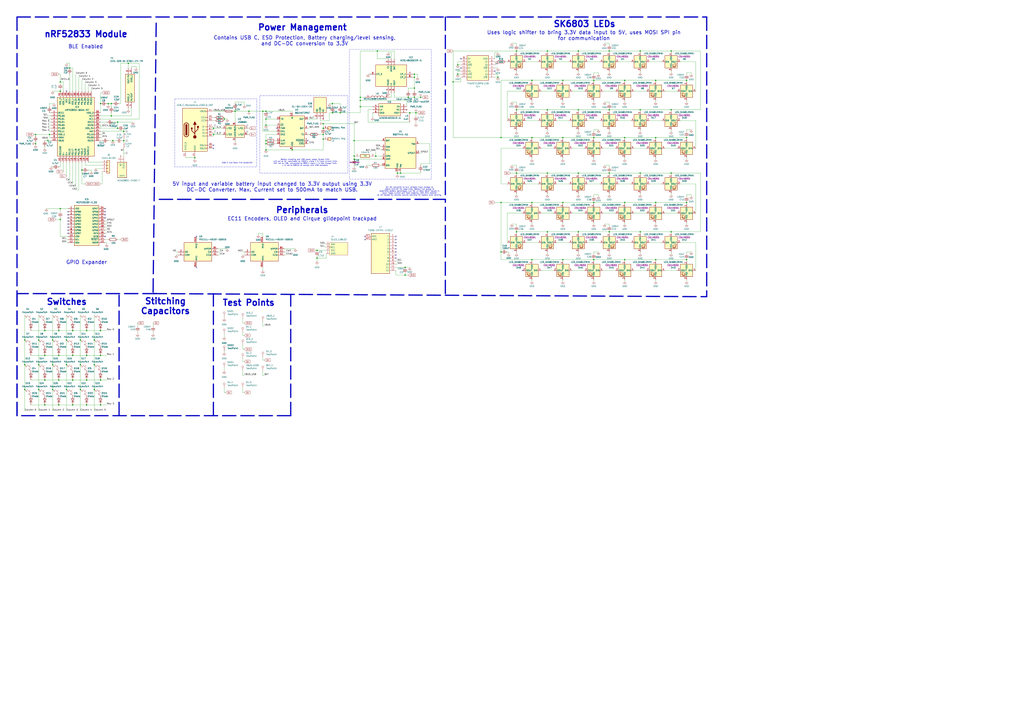
<source format=kicad_sch>
(kicad_sch (version 20231120) (generator "eeschema") (generator_version "8.0")
  (paper "A1")
  (junction (at 96.52 100.33))
  (junction (at 336.55 92.71))
  (junction (at 500.38 142.24))
  (junction (at 449.58 90.17))
  (junction (at 538.48 166.37))
  (junction (at 563.88 213.36))
  (junction (at 449.58 142.24))
  (junction (at 66.04 320.04))
  (junction (at 49.53 74.93))
  (junction (at 82.55 292.1))
  (junction (at 563.88 113.03))
  (junction (at 424.18 90.17))
  (junction (at 59.69 292.1))
  (junction (at 513.08 113.03))
  (junction (at 88.9 85.09))
  (junction (at 265.43 105.41))
  (junction (at 551.18 90.17))
  (junction (at 340.36 80.01))
  (junction (at 48.26 332.74))
  (junction (at 96.52 105.41))
  (junction (at 538.48 66.04))
  (junction (at 500.38 41.91))
  (junction (at 525.78 41.91))
  (junction (at 411.48 113.03))
  (junction (at 375.92 60.96))
  (junction (at 408.94 63.5))
  (junction (at 59.69 271.78))
  (junction (at 525.78 142.24))
  (junction (at 538.48 113.03))
  (junction (at 551.18 142.24))
  (junction (at 31.75 299.72))
  (junction (at 487.68 113.03))
  (junction (at 20.32 320.04))
  (junction (at 29.21 110.49))
  (junction (at 328.93 142.24))
  (junction (at 71.12 292.1))
  (junction (at 474.98 190.5))
  (junction (at 20.32 279.4))
  (junction (at 91.44 95.25))
  (junction (at 82.55 85.09))
  (junction (at 487.68 213.36))
  (junction (at 424.18 190.5))
  (junction (at 265.43 110.49))
  (junction (at 436.88 166.37))
  (junction (at 265.43 101.6))
  (junction (at 54.61 320.04))
  (junction (at 77.47 320.04))
  (junction (at 20.32 299.72))
  (junction (at 332.74 219.71))
  (junction (at 215.9 91.44))
  (junction (at 240.03 123.19))
  (junction (at 101.6 107.95))
  (junction (at 175.26 110.49))
  (junction (at 91.44 85.09))
  (junction (at 204.47 91.44))
  (junction (at 82.55 312.42))
  (junction (at 67.31 139.7))
  (junction (at 48.26 312.42))
  (junction (at 295.91 87.63))
  (junction (at 332.74 226.06))
  (junction (at 160.02 129.54))
  (junction (at 424.18 142.24))
  (junction (at 48.26 271.78))
  (junction (at 218.44 123.19))
  (junction (at 449.58 41.91))
  (junction (at 462.28 66.04))
  (junction (at 31.75 320.04))
  (junction (at 49.53 171.45))
  (junction (at 218.44 102.87))
  (junction (at 436.88 213.36))
  (junction (at 82.55 332.74))
  (junction (at 43.18 320.04))
  (junction (at 105.41 52.07))
  (junction (at 218.44 97.79))
  (junction (at 462.28 213.36))
  (junction (at 411.48 207.01))
  (junction (at 71.12 271.78))
  (junction (at 36.83 312.42))
  (junction (at 513.08 213.36))
  (junction (at 218.44 115.57))
  (junction (at 372.11 67.31))
  (junction (at 538.48 213.36))
  (junction (at 308.61 128.27))
  (junction (at 563.88 166.37))
  (junction (at 513.08 166.37))
  (junction (at 474.98 90.17))
  (junction (at 43.18 279.4))
  (junction (at 462.28 166.37))
  (junction (at 500.38 190.5))
  (junction (at 48.26 292.1))
  (junction (at 487.68 66.04))
  (junction (at 551.18 190.5))
  (junction (at 31.75 279.4))
  (junction (at 340.36 60.96))
  (junction (at 424.18 41.91))
  (junction (at 341.63 92.71))
  (junction (at 29.21 118.11))
  (junction (at 49.53 180.34))
  (junction (at 260.35 205.74))
  (junction (at 71.12 312.42))
  (junction (at 290.83 115.57))
  (junction (at 77.47 279.4))
  (junction (at 54.61 279.4))
  (junction (at 563.88 66.04))
  (junction (at 66.04 299.72))
  (junction (at 345.44 80.01))
  (junction (at 525.78 90.17))
  (junction (at 39.37 115.57))
  (junction (at 36.83 332.74))
  (junction (at 184.15 97.79))
  (junction (at 273.05 92.71))
  (junction (at 436.88 66.04))
  (junction (at 487.68 166.37))
  (junction (at 449.58 190.5))
  (junction (at 101.6 115.57))
  (junction (at 43.18 299.72))
  (junction (at 295.91 80.01))
  (junction (at 54.61 299.72))
  (junction (at 474.98 41.91))
  (junction (at 290.83 128.27))
  (junction (at 309.88 41.91))
  (junction (at 49.53 67.31))
  (junction (at 218.44 91.44))
  (junction (at 66.04 279.4))
  (junction (at 500.38 90.17))
  (junction (at 260.35 212.09))
  (junction (at 59.69 332.74))
  (junction (at 77.47 299.72))
  (junction (at 513.08 66.04))
  (junction (at 462.28 113.03))
  (junction (at 92.71 115.57))
  (junction (at 57.15 55.88))
  (junction (at 40.64 110.49))
  (junction (at 71.12 332.74))
  (junction (at 279.4 92.71))
  (junction (at 340.36 72.39))
  (junction (at 265.43 114.3))
  (junction (at 551.18 41.91))
  (junction (at 335.28 80.01))
  (junction (at 295.91 82.55))
  (junction (at 290.83 130.81))
  (junction (at 175.26 105.41))
  (junction (at 474.98 142.24))
  (junction (at 273.05 85.09))
  (junction (at 36.83 292.1))
  (junction (at 436.88 113.03))
  (junction (at 375.92 53.34))
  (junction (at 326.39 142.24))
  (junction (at 193.04 91.44))
  (junction (at 411.48 166.37))
  (junction (at 59.69 312.42))
  (junction (at 340.36 63.5))
  (junction (at 218.44 118.11))
  (junction (at 82.55 271.78))
  (junction (at 525.78 190.5))
  (junction (at 36.83 271.78))
  (no_connect (at 161.29 194.31))
  (no_connect (at 325.12 196.85))
  (no_connect (at 86.36 173.99))
  (no_connect (at 86.36 179.07))
  (no_connect (at 55.88 191.77))
  (no_connect (at 161.29 219.71))
  (no_connect (at 86.36 171.45))
  (no_connect (at 227.33 105.41))
  (no_connect (at 429.26 222.25))
  (no_connect (at 86.36 176.53))
  (no_connect (at 252.73 115.57))
  (no_connect (at 325.12 201.93))
  (no_connect (at 325.12 204.47))
  (no_connect (at 325.12 212.09))
  (no_connect (at 55.88 179.07))
  (no_connect (at 55.88 176.53))
  (no_connect (at 86.36 194.31))
  (no_connect (at 378.46 48.26))
  (no_connect (at 406.4 58.42))
  (no_connect (at 55.88 173.99))
  (no_connect (at 175.26 121.92))
  (no_connect (at 55.88 189.23))
  (no_connect (at 55.88 184.15))
  (no_connect (at 325.12 209.55))
  (no_connect (at 55.88 181.61))
  (no_connect (at 299.72 194.31))
  (no_connect (at 175.26 119.38))
  (no_connect (at 378.46 55.88))
  (no_connect (at 325.12 199.39))
  (no_connect (at 299.72 196.85))
  (no_connect (at 325.12 194.31))
  (no_connect (at 55.88 186.69))
  (no_connect (at 54.61 74.93))
  (no_connect (at 325.12 207.01))
  (wire (pts (xy 82.55 113.03) (xy 83.82 113.03)))
  (wire (pts (xy 59.69 55.88) (xy 59.69 74.93)))
  (wire (pts (xy 184.15 274.32) (xy 184.15 276.86)))
  (wire (pts (xy 496.57 135.89) (xy 500.38 135.89)))
  (wire (pts (xy 436.88 113.03) (xy 411.48 113.03)))
  (wire (pts (xy 49.53 194.31) (xy 49.53 180.34)))
  (wire (pts (xy 184.15 318.77) (xy 184.15 322.58)))
  (wire (pts (xy 480.06 175.26) (xy 469.9 175.26)))
  (wire (pts (xy 474.98 90.17) (xy 474.98 91.44)))
  (wire (pts (xy 406.4 43.18) (xy 406.4 48.26)))
  (wire (pts (xy 424.18 41.91) (xy 424.18 43.18)))
  (wire (pts (xy 96.52 100.33) (xy 109.22 100.33)))
  (wire (pts (xy 36.83 332.74) (xy 48.26 332.74)))
  (wire (pts (xy 82.55 292.1) (xy 87.63 292.1)))
  (wire (pts (xy 321.31 76.2) (xy 321.31 80.01)))
  (wire (pts (xy 436.88 166.37) (xy 436.88 167.64)))
  (wire (pts (xy 436.88 130.81) (xy 436.88 129.54)))
  (wire (pts (xy 558.8 199.39) (xy 571.5 199.39)))
  (wire (pts (xy 25.4 312.42) (xy 36.83 312.42)))
  (wire (pts (xy 505.46 74.93) (xy 495.3 74.93)))
  (wire (pts (xy 86.36 191.77) (xy 87.63 191.77)))
  (wire (pts (xy 270.51 92.71) (xy 270.51 99.06)))
  (wire (pts (xy 444.5 121.92) (xy 454.66 121.92)))
  (wire (pts (xy 500.38 135.89) (xy 500.38 137.16)))
  (wire (pts (xy 334.01 92.71) (xy 336.55 92.71)))
  (wire (pts (xy 326.39 143.51) (xy 326.39 142.24)))
  (wire (pts (xy 525.78 41.91) (xy 525.78 43.18)))
  (wire (pts (xy 193.04 83.82) (xy 193.04 85.09)))
  (wire (pts (xy 82.55 110.49) (xy 83.82 110.49)))
  (wire (pts (xy 417.83 207.01) (xy 416.56 207.01)))
  (wire (pts (xy 240.03 123.19) (xy 265.43 123.19)))
  (wire (pts (xy 77.47 299.72) (xy 77.47 320.04)))
  (wire (pts (xy 556.26 121.92) (xy 546.1 121.92)))
  (wire (pts (xy 67.31 151.13) (xy 67.31 139.7)))
  (wire (pts (xy 184.15 96.52) (xy 184.15 97.79)))
  (wire (pts (xy 487.68 59.69) (xy 487.68 60.96)))
  (wire (pts (xy 375.92 53.34) (xy 378.46 53.34)))
  (wire (pts (xy 96.52 196.85) (xy 99.06 196.85)))
  (wire (pts (xy 199.39 209.55) (xy 200.66 209.55)))
  (wire (pts (xy 575.31 142.24) (xy 575.31 190.5)))
  (wire (pts (xy 107.95 54.61) (xy 107.95 55.88)))
  (wire (pts (xy 551.18 41.91) (xy 575.31 41.91)))
  (wire (pts (xy 431.8 99.06) (xy 441.96 99.06)))
  (wire (pts (xy 571.5 199.39) (xy 571.5 222.25)))
  (wire (pts (xy 558.8 50.8) (xy 571.5 50.8)))
  (wire (pts (xy 48.26 312.42) (xy 59.69 312.42)))
  (wire (pts (xy 408.94 55.88) (xy 406.4 55.88)))
  (wire (pts (xy 538.48 231.14) (xy 538.48 229.87)))
  (wire (pts (xy 199.39 207.01) (xy 200.66 207.01)))
  (wire (pts (xy 411.48 207.01) (xy 411.48 213.36)))
  (wire (pts (xy 180.34 207.01) (xy 179.07 207.01)))
  (wire (pts (xy 508 50.8) (xy 518.16 50.8)))
  (wire (pts (xy 52.07 67.31) (xy 52.07 74.93)))
  (wire (pts (xy 513.08 231.14) (xy 513.08 229.87)))
  (wire (pts (xy 57.15 148.59) (xy 57.15 133.35)))
  (wire (pts (xy 533.4 50.8) (xy 543.56 50.8)))
  (wire (pts (xy 525.78 41.91) (xy 551.18 41.91)))
  (wire (pts (xy 332.74 226.06) (xy 325.12 226.06)))
  (wire (pts (xy 318.77 43.18) (xy 321.31 43.18)))
  (wire (pts (xy 27.94 110.49) (xy 29.21 110.49)))
  (wire (pts (xy 353.06 134.62) (xy 353.06 118.11)))
  (wire (pts (xy 424.18 184.15) (xy 424.18 185.42)))
  (wire (pts (xy 571.5 99.06) (xy 571.5 121.92)))
  (wire (pts (xy 295.91 87.63) (xy 295.91 82.55)))
  (wire (pts (xy 487.68 160.02) (xy 487.68 161.29)))
  (wire (pts (xy 212.09 191.77) (xy 212.09 193.04)))
  (wire (pts (xy 82.55 271.78) (xy 87.63 271.78)))
  (wire (pts (xy 290.83 137.16) (xy 290.83 135.89)))
  (wire (pts (xy 215.9 295.91) (xy 217.17 295.91)))
  (wire (pts (xy 39.37 114.3) (xy 39.37 115.57)))
  (wire (pts (xy 88.9 85.09) (xy 91.44 85.09)))
  (wire (pts (xy 525.78 190.5) (xy 525.78 191.77)))
  (wire (pts (xy 567.69 207.01) (xy 563.88 207.01)))
  (wire (pts (xy 290.83 115.57) (xy 290.83 128.27)))
  (wire (pts (xy 101.6 105.41) (xy 101.6 107.95)))
  (wire (pts (xy 462.28 213.36) (xy 462.28 214.63)))
  (wire (pts (xy 273.05 87.63) (xy 273.05 85.09)))
  (wire (pts (xy 491.49 160.02) (xy 487.68 160.02)))
  (wire (pts (xy 424.18 107.95) (xy 424.18 106.68)))
  (wire (pts (xy 563.88 231.14) (xy 563.88 229.87)))
  (wire (pts (xy 563.88 160.02) (xy 563.88 161.29)))
  (polyline (pts (xy 238.76 341.63) (xy 238.76 242.57)) (stroke (width 1) (type dash)))
  (wire (pts (xy 538.48 213.36) (xy 538.48 214.63)))
  (wire (pts (xy 420.37 35.56) (xy 424.18 35.56)))
  (wire (pts (xy 91.44 95.25) (xy 107.95 95.25)))
  (wire (pts (xy 67.31 133.35) (xy 67.31 139.7)))
  (wire (pts (xy 186.69 204.47) (xy 179.07 204.47)))
  (wire (pts (xy 449.58 90.17) (xy 474.98 90.17)))
  (wire (pts (xy 334.01 82.55) (xy 334.01 87.63)))
  (wire (pts (xy 40.64 105.41) (xy 41.91 105.41)))
  (wire (pts (xy 375.92 60.96) (xy 378.46 60.96)))
  (wire (pts (xy 54.61 279.4) (xy 54.61 299.72)))
  (wire (pts (xy 408.94 43.18) (xy 406.4 43.18)))
  (wire (pts (xy 218.44 102.87) (xy 227.33 102.87)))
  (wire (pts (xy 40.64 92.71) (xy 41.91 92.71)))
  (wire (pts (xy 344.17 118.11) (xy 353.06 118.11)))
  (wire (pts (xy 262.89 99.06) (xy 270.51 99.06)))
  (wire (pts (xy 295.91 41.91) (xy 295.91 80.01)))
  (wire (pts (xy 533.4 99.06) (xy 543.56 99.06)))
  (wire (pts (xy 260.35 205.74) (xy 267.97 205.74)))
  (wire (pts (xy 474.98 59.69) (xy 474.98 58.42)))
  (wire (pts (xy 36.83 292.1) (xy 48.26 292.1)))
  (wire (pts (xy 424.18 135.89) (xy 424.18 137.16)))
  (wire (pts (xy 424.18 142.24) (xy 449.58 142.24)))
  (wire (pts (xy 254 118.11) (xy 252.73 118.11)))
  (wire (pts (xy 487.68 207.01) (xy 487.68 208.28)))
  (wire (pts (xy 487.68 166.37) (xy 462.28 166.37)))
  (wire (pts (xy 105.41 52.07) (xy 114.3 52.07)))
  (wire (pts (xy 218.44 118.11) (xy 218.44 123.19)))
  (wire (pts (xy 234.95 207.01) (xy 233.68 207.01)))
  (wire (pts (xy 193.04 91.44) (xy 193.04 100.33)))
  (wire (pts (xy 323.85 80.01) (xy 323.85 76.2)))
  (wire (pts (xy 290.83 101.6) (xy 290.83 115.57)))
  (wire (pts (xy 77.47 279.4) (xy 77.47 299.72)))
  (wire (pts (xy 538.48 83.82) (xy 538.48 82.55)))
  (wire (pts (xy 340.36 63.5) (xy 340.36 60.96)))
  (wire (pts (xy 487.68 213.36) (xy 513.08 213.36)))
  (wire (pts (xy 86.36 199.39) (xy 87.63 199.39)))
  (wire (pts (xy 295.91 87.63) (xy 306.07 87.63)))
  (wire (pts (xy 323.85 80.01) (xy 335.28 80.01)))
  (wire (pts (xy 491.49 106.68) (xy 487.68 106.68)))
  (wire (pts (xy 67.31 66.04) (xy 67.31 74.93)))
  (wire (pts (xy 254 105.41) (xy 252.73 105.41)))
  (wire (pts (xy 86.36 196.85) (xy 88.9 196.85)))
  (wire (pts (xy 551.18 59.69) (xy 551.18 58.42)))
  (wire (pts (xy 87.63 85.09) (xy 88.9 85.09)))
  (wire (pts (xy 43.18 320.04) (xy 43.18 337.82)))
  (wire (pts (xy 321.31 80.01) (xy 320.04 80.01)))
  (wire (pts (xy 525.78 107.95) (xy 525.78 106.68)))
  (wire (pts (xy 66.04 259.08) (xy 66.04 279.4)))
  (wire (pts (xy 62.23 60.96) (xy 62.23 74.93)))
  (wire (pts (xy 530.86 121.92) (xy 520.7 121.92)))
  (wire (pts (xy 525.78 208.28) (xy 525.78 207.01)))
  (wire (pts (xy 43.18 299.72) (xy 43.18 320.04)))
  (wire (pts (xy 240.03 91.44) (xy 240.03 92.71)))
  (wire (pts (xy 340.36 72.39) (xy 340.36 74.93)))
  (wire (pts (xy 215.9 107.95) (xy 227.33 107.95)))
  (wire (pts (xy 487.68 113.03) (xy 462.28 113.03)))
  (wire (pts (xy 500.38 208.28) (xy 500.38 207.01)))
  (polyline (pts (xy 580.39 13.97) (xy 580.39 243.84)) (stroke (width 1) (type dash)))
  (wire (pts (xy 260.35 214.63) (xy 260.35 212.09)))
  (wire (pts (xy 218.44 110.49) (xy 218.44 115.57)))
  (wire (pts (xy 49.53 67.31) (xy 52.07 67.31)))
  (wire (pts (xy 82.55 100.33) (xy 87.63 100.33)))
  (wire (pts (xy 411.48 213.36) (xy 436.88 213.36)))
  (polyline (pts (xy 13.97 13.97) (xy 13.97 241.3)) (stroke (width 1) (type dash)))
  (wire (pts (xy 302.26 100.33) (xy 336.55 100.33)))
  (wire (pts (xy 563.88 207.01) (xy 563.88 208.28)))
  (wire (pts (xy 113.03 273.05) (xy 113.03 274.32)))
  (wire (pts (xy 491.49 207.01) (xy 487.68 207.01)))
  (wire (pts (xy 449.58 142.24) (xy 474.98 142.24)))
  (wire (pts (xy 40.64 85.09) (xy 40.64 87.63)))
  (wire (pts (xy 525.78 142.24) (xy 551.18 142.24)))
  (wire (pts (xy 513.08 213.36) (xy 513.08 214.63)))
  (wire (pts (xy 215.9 219.71) (xy 215.9 222.25)))
  (wire (pts (xy 513.08 113.03) (xy 513.08 114.3)))
  (wire (pts (xy 175.26 105.41) (xy 175.26 106.68)))
  (wire (pts (xy 74.93 139.7) (xy 72.39 139.7)))
  (wire (pts (xy 530.86 74.93) (xy 520.7 74.93)))
  (polyline (pts (xy 130.81 163.83) (xy 365.76 163.83)) (stroke (width 1) (type dash)))
  (wire (pts (xy 82.55 104.14) (xy 82.55 102.87)))
  (wire (pts (xy 372.11 41.91) (xy 424.18 41.91)))
  (wire (pts (xy 500.38 190.5) (xy 525.78 190.5)))
  (wire (pts (xy 563.88 166.37) (xy 538.48 166.37)))
  (wire (pts (xy 49.53 180.34) (xy 49.53 179.07)))
  (wire (pts (xy 279.4 85.09) (xy 279.4 87.63)))
  (wire (pts (xy 54.61 320.04) (xy 54.61 337.82)))
  (wire (pts (xy 340.36 63.5) (xy 339.09 63.5)))
  (wire (pts (xy 78.74 138.43) (xy 83.82 138.43)))
  (wire (pts (xy 375.92 58.42) (xy 378.46 58.42)))
  (wire (pts (xy 449.58 41.91) (xy 449.58 43.18)))
  (wire (pts (xy 449.58 41.91) (xy 474.98 41.91)))
  (wire (pts (xy 49.53 67.31) (xy 49.53 68.58)))
  (wire (pts (xy 500.38 142.24) (xy 525.78 142.24)))
  (wire (pts (xy 556.26 222.25) (xy 546.1 222.25)))
  (wire (pts (xy 266.7 203.2) (xy 267.97 203.2)))
  (wire (pts (xy 462.28 166.37) (xy 462.28 167.64)))
  (wire (pts (xy 563.88 184.15) (xy 563.88 182.88)))
  (wire (pts (xy 487.68 83.82) (xy 487.68 82.55)))
  (wire (pts (xy 500.38 160.02) (xy 500.38 158.75)))
  (wire (pts (xy 500.38 59.69) (xy 500.38 58.42)))
  (wire (pts (xy 184.15 302.26) (xy 184.15 304.8)))
  (wire (pts (xy 218.44 115.57) (xy 218.44 118.11)))
  (wire (pts (xy 215.9 191.77) (xy 212.09 191.77)))
  (wire (pts (xy 563.88 213.36) (xy 563.88 214.63)))
  (wire (pts (xy 290.83 130.81) (xy 313.69 130.81)))
  (wire (pts (xy 88.9 115.57) (xy 92.71 115.57)))
  (wire (pts (xy 372.11 67.31) (xy 372.11 113.03)))
  (wire (pts (xy 332.74 219.71) (xy 336.55 219.71)))
  (wire (pts (xy 226.06 115.57) (xy 227.33 115.57)))
  (wire (pts (xy 326.39 140.97) (xy 326.39 142.24)))
  (wire (pts (xy 567.69 59.69) (xy 567.69 60.96)))
  (wire (pts (xy 295.91 82.55) (xy 334.01 82.55)))
  (wire (pts (xy 530.86 222.25) (xy 520.7 222.25)))
  (wire (pts (xy 182.88 110.49) (xy 175.26 110.49)))
  (wire (pts (xy 25.4 332.74) (xy 36.83 332.74)))
  (wire (pts (xy 259.08 205.74) (xy 260.35 205.74)))
  (wire (pts (xy 551.18 142.24) (xy 551.18 143.51)))
  (wire (pts (xy 204.47 91.44) (xy 215.9 91.44)))
  (wire (pts (xy 199.39 265.43) (xy 200.66 265.43)))
  (wire (pts (xy 345.44 140.97) (xy 345.44 142.24)))
  (wire (pts (xy 474.98 190.5) (xy 500.38 190.5)))
  (wire (pts (xy 436.88 184.15) (xy 436.88 182.88)))
  (wire (pts (xy 31.75 320.04) (xy 31.75 337.82)))
  (wire (pts (xy 482.6 50.8) (xy 492.76 50.8)))
  (wire (pts (xy 462.28 166.37) (xy 436.88 166.37)))
  (wire (pts (xy 575.31 41.91) (xy 575.31 90.17)))
  (wire (pts (xy 111.76 54.61) (xy 111.76 55.88)))
  (wire (pts (xy 199.39 261.62) (xy 199.39 265.43)))
  (wire (pts (xy 538.48 113.03) (xy 538.48 114.3)))
  (wire (pts (xy 538.48 166.37) (xy 513.08 166.37)))
  (wire (pts (xy 49.53 133.35) (xy 49.53 137.16)))
  (wire (pts (xy 29.21 111.76) (xy 29.21 110.49)))
  (wire (pts (xy 31.75 299.72) (xy 31.75 320.04)))
  (wire (pts (xy 436.88 66.04) (xy 411.48 66.04)))
  (wire (pts (xy 199.39 287.02) (xy 200.66 287.02)))
  (wire (pts (xy 411.48 166.37) (xy 411.48 207.01)))
  (wire (pts (xy 551.18 142.24) (xy 575.31 142.24)))
  (wire (pts (xy 411.48 151.13) (xy 416.56 151.13)))
  (wire (pts (xy 372.11 41.91) (xy 372.11 67.31)))
  (wire (pts (xy 424.18 142.24) (xy 424.18 143.51)))
  (wire (pts (xy 500.38 142.24) (xy 500.38 143.51)))
  (wire (pts (xy 101.6 115.57) (xy 101.6 116.84)))
  (wire (pts (xy 325.12 217.17) (xy 326.39 217.17)))
  (wire (pts (xy 215.9 194.31) (xy 215.9 191.77)))
  (wire (pts (xy 474.98 160.02) (xy 474.98 158.75)))
  (wire (pts (xy 313.69 120.65) (xy 312.42 120.65)))
  (wire (pts (xy 20.32 279.4) (xy 20.32 299.72)))
  (wire (pts (xy 335.28 72.39) (xy 340.36 72.39)))
  (wire (pts (xy 295.91 41.91) (xy 309.88 41.91)))
  (wire (pts (xy 199.39 283.21) (xy 199.39 287.02)))
  (wire (pts (xy 20.32 299.72) (xy 20.32 320.04)))
  (wire (pts (xy 500.38 35.56) (xy 500.38 36.83)))
  (wire (pts (xy 411.48 121.92) (xy 411.48 151.13)))
  (wire (pts (xy 496.57 35.56) (xy 500.38 35.56)))
  (wire (pts (xy 82.55 76.2) (xy 83.82 76.2)))
  (wire (pts (xy 457.2 50.8) (xy 467.36 50.8)))
  (wire (pts (xy 533.4 199.39) (xy 543.56 199.39)))
  (wire (pts (xy 218.44 91.44) (xy 240.03 91.44)))
  (wire (pts (xy 525.78 142.24) (xy 525.78 143.51)))
  (wire (pts (xy 71.12 332.74) (xy 82.55 332.74)))
  (wire (pts (xy 31.75 259.08) (xy 31.75 279.4)))
  (wire (pts (xy 551.18 208.28) (xy 551.18 207.01)))
  (wire (pts (xy 267.97 208.28) (xy 267.97 212.09)))
  (wire (pts (xy 551.18 190.5) (xy 551.18 191.77)))
  (polyline (pts (xy 125.73 241.3) (xy 580.39 243.84)) (stroke (width 1) (type dash)))
  (wire (pts (xy 82.55 107.95) (xy 101.6 107.95)))
  (wire (pts (xy 86.36 189.23) (xy 87.63 189.23)))
  (wire (pts (xy 474.98 107.95) (xy 474.98 106.68)))
  (wire (pts (xy 341.63 92.71) (xy 342.9 92.71)))
  (wire (pts (xy 551.18 90.17) (xy 551.18 91.44)))
  (wire (pts (xy 82.55 115.57) (xy 83.82 115.57)))
  (wire (pts (xy 144.78 209.55) (xy 146.05 209.55)))
  (wire (pts (xy 474.98 208.28) (xy 474.98 207.01)))
  (wire (pts (xy 556.26 74.93) (xy 546.1 74.93)))
  (wire (pts (xy 341.63 95.25) (xy 341.63 92.71)))
  (wire (pts (xy 335.28 72.39) (xy 335.28 74.93)))
  (wire (pts (xy 62.23 153.67) (xy 62.23 133.35)))
  (wire (pts (xy 273.05 92.71) (xy 279.4 92.71)))
  (wire (pts (xy 41.91 113.03) (xy 40.64 113.03)))
  (wire (pts (xy 48.26 271.78) (xy 59.69 271.78)))
  (wire (pts (xy 332.74 226.06) (xy 335.28 226.06)))
  (wire (pts (xy 40.64 100.33) (xy 41.91 100.33)))
  (wire (pts (xy 335.28 80.01) (xy 340.36 80.01)))
  (wire (pts (xy 417.83 208.28) (xy 417.83 207.01)))
  (wire (pts (xy 199.39 294.64) (xy 199.39 297.18)))
  (wire (pts (xy 290.83 130.81) (xy 290.83 128.27)))
  (wire (pts (xy 279.4 92.71) (xy 295.91 92.71)))
  (wire (pts (xy 436.88 83.82) (xy 436.88 82.55)))
  (wire (pts (xy 101.6 107.95) (xy 101.6 109.22)))
  (wire (pts (xy 199.39 322.58) (xy 200.66 322.58)))
  (wire (pts (xy 500.38 107.95) (xy 500.38 106.68)))
  (wire (pts (xy 480.06 222.25) (xy 469.9 222.25)))
  (wire (pts (xy 69.85 133.35) (xy 69.85 135.89)))
  (wire (pts (xy 508 199.39) (xy 518.16 199.39)))
  (wire (pts (xy 563.88 66.04) (xy 563.88 67.31)))
  (wire (pts (xy 82.55 104.14) (xy 83.82 104.14)))
  (wire (pts (xy 71.12 292.1) (xy 82.55 292.1)))
  (wire (pts (xy 457.2 151.13) (xy 467.36 151.13)))
  (wire (pts (xy 260.35 212.09) (xy 260.35 210.82)))
  (wire (pts (xy 500.38 83.82) (xy 500.38 85.09)))
  (wire (pts (xy 551.18 160.02) (xy 551.18 158.75)))
  (wire (pts (xy 29.21 119.38) (xy 29.21 118.11)))
  (wire (pts (xy 419.1 142.24) (xy 424.18 142.24)))
  (wire (pts (xy 411.48 166.37) (xy 436.88 166.37)))
  (wire (pts (xy 184.15 97.79) (xy 184.15 99.06)))
  (wire (pts (xy 487.68 66.04) (xy 487.68 67.31)))
  (wire (pts (xy 66.04 320.04) (xy 66.04 337.82)))
  (wire (pts (xy 234.95 209.55) (xy 233.68 209.55)))
  (wire (pts (xy 96.52 100.33) (xy 96.52 105.41)))
  (wire (pts (xy 571.5 50.8) (xy 571.5 74.93)))
  (polyline (pts (xy 365.76 13.97) (xy 365.76 163.83)) (stroke (width 1) (type dash)))
  (wire (pts (xy 567.69 160.02) (xy 567.69 161.29)))
  (polyline (pts (xy 128.27 19.05) (xy 125.73 241.3)) (stroke (width 1) (type dash)))
  (wire (pts (xy 99.06 85.09) (xy 97.79 85.09)))
  (wire (pts (xy 462.28 231.14) (xy 462.28 229.87)))
  (wire (pts (xy 54.61 52.07) (xy 57.15 52.07)))
  (wire (pts (xy 215.9 293.37) (xy 215.9 295.91)))
  (wire (pts (xy 82.55 97.79) (xy 114.3 97.79)))
  (wire (pts (xy 558.8 151.13) (xy 571.5 151.13)))
  (polyline (pts (xy 367.03 13.97) (xy 580.39 13.97)) (stroke (width 1) (type dash)))
  (wire (pts (xy 462.28 113.03) (xy 436.88 113.03)))
  (wire (pts (xy 82.55 85.09) (xy 82.55 92.71)))
  (wire (pts (xy 184.15 322.58) (xy 185.42 322.58)))
  (wire (pts (xy 321.31 43.18) (xy 321.31 48.26)))
  (wire (pts (xy 57.15 60.96) (xy 57.15 74.93)))
  (wire (pts (xy 345.44 134.62) (xy 353.06 134.62)))
  (wire (pts (xy 91.44 92.71) (xy 91.44 95.25)))
  (wire (pts (xy 31.75 279.4) (xy 31.75 299.72)))
  (wire (pts (xy 176.53 99.06) (xy 175.26 99.06)))
  (wire (pts (xy 43.18 259.08) (xy 43.18 279.4)))
  (wire (pts (xy 406.4 60.96) (xy 408.94 60.96)))
  (wire (pts (xy 101.6 114.3) (xy 101.6 115.57)))
  (wire (pts (xy 505.46 175.26) (xy 495.3 175.26)))
  (wire (pts (xy 309.88 48.26) (xy 318.77 48.26)))
  (wire (pts (xy 436.88 213.36) (xy 436.88 214.63)))
  (wire (pts (xy 262.89 97.79) (xy 262.89 99.06)))
  (wire (pts (xy 36.83 271.78) (xy 48.26 271.78)))
  (wire (pts (xy 487.68 106.68) (xy 487.68 107.95)))
  (wire (pts (xy 20.32 320.04) (xy 20.32 337.82)))
  (wire (pts (xy 175.26 110.49) (xy 175.26 111.76)))
  (wire (pts (xy 48.26 332.74) (xy 59.69 332.74)))
  (wire (pts (xy 431.8 50.8) (xy 441.96 50.8)))
  (wire (pts (xy 500.38 41.91) (xy 525.78 41.91)))
  (wire (pts (xy 563.88 166.37) (xy 563.88 167.64)))
  (wire (pts (xy 563.88 106.68) (xy 563.88 107.95)))
  (wire (pts (xy 420.37 135.89) (xy 424.18 135.89)))
  (wire (pts (xy 340.36 80.01) (xy 345.44 80.01)))
  (wire (pts (xy 200.66 83.82) (xy 193.04 83.82)))
  (wire (pts (xy 40.64 102.87) (xy 41.91 102.87)))
  (wire (pts (xy 302.26 90.17) (xy 306.07 90.17)))
  (wire (pts (xy 424.18 90.17) (xy 449.58 90.17)))
  (wire (pts (xy 538.48 184.15) (xy 538.48 182.88)))
  (polyline (pts (xy 365.76 241.3) (xy 365.76 163.83)) (stroke (width 1) (type dash)))
  (wire (pts (xy 265.43 101.6) (xy 290.83 101.6)))
  (wire (pts (xy 556.26 175.26) (xy 546.1 175.26)))
  (wire (pts (xy 538.48 66.04) (xy 513.08 66.04)))
  (wire (pts (xy 55.88 194.31) (xy 49.53 194.31)))
  (wire (pts (xy 563.88 59.69) (xy 563.88 60.96)))
  (wire (pts (xy 242.57 204.47) (xy 233.68 204.47)))
  (wire (pts (xy 487.68 213.36) (xy 487.68 214.63)))
  (wire (pts (xy 375.92 50.8) (xy 375.92 53.34)))
  (wire (pts (xy 199.39 318.77) (xy 199.39 322.58)))
  (wire (pts (xy 113.03 265.43) (xy 113.03 267.97)))
  (wire (pts (xy 474.98 190.5) (xy 474.98 191.77)))
  (wire (pts (xy 40.64 110.49) (xy 41.91 110.49)))
  (wire (pts (xy 415.29 50.8) (xy 416.56 50.8)))
  (wire (pts (xy 491.49 59.69) (xy 487.68 59.69)))
  (wire (pts (xy 454.66 74.93) (xy 444.5 74.93)))
  (wire (pts (xy 36.83 115.57) (xy 39.37 115.57)))
  (wire (pts (xy 48.26 60.96) (xy 49.53 60.96)))
  (wire (pts (xy 436.88 113.03) (xy 436.88 114.3)))
  (wire (pts (xy 125.73 265.43) (xy 125.73 267.97)))
  (wire (pts (xy 49.53 137.16) (xy 48.26 137.16)))
  (wire (pts (xy 525.78 160.02) (xy 525.78 158.75)))
  (wire (pts (xy 290.83 115.57) (xy 313.69 115.57)))
  (wire (pts (xy 59.69 312.42) (xy 71.12 312.42)))
  (wire (pts (xy 74.93 73.66) (xy 74.93 74.93)))
  (wire (pts (xy 341.63 100.33) (xy 341.63 101.6)))
  (wire (pts (xy 323.85 48.26) (xy 323.85 41.91)))
  (wire (pts (xy 525.78 90.17) (xy 551.18 90.17)))
  (wire (pts (xy 152.4 129.54) (xy 160.02 129.54)))
  (wire (pts (xy 462.28 130.81) (xy 462.28 129.54)))
  (wire (pts (xy 457.2 99.06) (xy 467.36 99.06)))
  (wire (pts (xy 87.63 199.39) (xy 87.63 200.66)))
  (wire (pts (xy 513.08 213.36) (xy 538.48 213.36)))
  (wire (pts (xy 54.61 199.39) (xy 55.88 199.39)))
  (wire (pts (xy 64.77 156.21) (xy 64.77 133.35)))
  (wire (pts (xy 175.26 109.22) (xy 175.26 110.49)))
  (wire (pts (xy 57.15 52.07) (xy 57.15 55.88)))
  (wire (pts (xy 59.69 271.78) (xy 71.12 271.78)))
  (wire (pts (xy 424.18 35.56) (xy 424.18 36.83)))
  (wire (pts (xy 538.48 166.37) (xy 538.48 167.64)))
  (wire (pts (xy 480.06 121.92) (xy 469.9 121.92)))
  (wire (pts (xy 474.98 142.24) (xy 474.98 143.51)))
  (wire (pts (xy 45.72 180.34) (xy 49.53 180.34)))
  (wire (pts (xy 43.18 279.4) (xy 43.18 299.72)))
  (wire (pts (xy 295.91 80.01) (xy 295.91 82.55)))
  (wire (pts (xy 457.2 199.39) (xy 467.36 199.39)))
  (wire (pts (xy 406.4 63.5) (xy 408.94 63.5)))
  (wire (pts (xy 36.83 312.42) (xy 48.26 312.42)))
  (wire (pts (xy 82.55 312.42) (xy 87.63 312.42)))
  (wire (pts (xy 29.21 110.49) (xy 40.64 110.49)))
  (wire (pts (xy 180.34 209.55) (xy 179.07 209.55)))
  (wire (pts (xy 340.36 60.96) (xy 342.9 60.96)))
  (wire (pts (xy 49.53 60.96) (xy 49.53 67.31)))
  (wire (pts (xy 44.45 85.09) (xy 40.64 85.09)))
  (wire (pts (xy 462.28 66.04) (xy 436.88 66.04)))
  (wire (pts (xy 99.06 52.07) (xy 99.06 85.09)))
  (wire (pts (xy 344.17 125.73) (xy 345.44 125.73)))
  (polyline (pts (xy 13.97 13.97) (xy 113.03 13.97)) (stroke (width 1) (type dash)))
  (wire (pts (xy 496.57 184.15) (xy 500.38 184.15)))
  (wire (pts (xy 105.41 88.9) (xy 105.41 90.17)))
  (wire (pts (xy 77.47 259.08) (xy 77.47 279.4)))
  (wire (pts (xy 48.26 292.1) (xy 59.69 292.1)))
  (wire (pts (xy 69.85 151.13) (xy 67.31 151.13)))
  (wire (pts (xy 59.69 151.13) (xy 59.69 133.35)))
  (wire (pts (xy 345.44 135.89) (xy 345.44 134.62)))
  (wire (pts (xy 71.12 312.42) (xy 82.55 312.42)))
  (wire (pts (xy 182.88 105.41) (xy 175.26 105.41)))
  (wire (pts (xy 266.7 200.66) (xy 267.97 200.66)))
  (wire (pts (xy 571.5 151.13) (xy 571.5 175.26)))
  (wire (pts (xy 328.93 142.24) (xy 345.44 142.24)))
  (wire (pts (xy 462.28 213.36) (xy 487.68 213.36)))
  (wire (pts (xy 424.18 59.69) (xy 424.18 58.42)))
  (wire (pts (xy 176.53 96.52) (xy 175.26 96.52)))
  (wire (pts (xy 64.77 63.5) (xy 64.77 74.93)))
  (wire (pts (xy 54.61 299.72) (xy 54.61 320.04)))
  (wire (pts (xy 88.9 85.09) (xy 88.9 86.36)))
  (wire (pts (xy 424.18 90.17) (xy 424.18 91.44)))
  (wire (pts (xy 184.15 260.35) (xy 184.15 261.62)))
  (wire (pts (xy 496.57 83.82) (xy 500.38 83.82)))
  (wire (pts (xy 309.88 41.91) (xy 323.85 41.91)))
  (wire (pts (xy 309.88 41.91) (xy 309.88 48.26)))
  (wire (pts (xy 513.08 83.82) (xy 513.08 82.55)))
  (wire (pts (xy 325.12 226.06) (xy 325.12 222.25)))
  (wire (pts (xy 218.44 96.52) (xy 218.44 97.79)))
  (wire (pts (xy 474.98 90.17) (xy 500.38 90.17)))
  (wire (pts (xy 199.39 273.05) (xy 199.39 275.59)))
  (wire (pts (xy 480.06 74.93) (xy 469.9 74.93)))
  (wire (pts (xy 270.51 85.09) (xy 273.05 85.09)))
  (wire (pts (xy 454.66 175.26) (xy 444.5 175.26)))
  (wire (pts (xy 306.07 92.71) (xy 306.07 96.52)))
  (wire (pts (xy 66.04 299.72) (xy 66.04 320.04)))
  (wire (pts (xy 204.47 110.49) (xy 203.2 110.49)))
  (wire (pts (xy 474.98 41.91) (xy 474.98 43.18)))
  (wire (pts (xy 462.28 184.15) (xy 462.28 182.88)))
  (wire (pts (xy 482.6 199.39) (xy 492.76 199.39)))
  (wire (pts (xy 326.39 214.63) (xy 325.12 214.63)))
  (wire (pts (xy 107.95 95.25) (xy 107.95 88.9)))
  (wire (pts (xy 267.97 212.09) (xy 260.35 212.09)))
  (wire (pts (xy 218.44 97.79) (xy 218.44 102.87)))
  (wire (pts (xy 462.28 113.03) (xy 462.28 114.3)))
  (wire (pts (xy 482.6 151.13) (xy 492.76 151.13)))
  (wire (pts (xy 295.91 87.63) (xy 295.91 92.71)))
  (wire (pts (xy 215.9 304.8) (xy 215.9 308.61)))
  (wire (pts (xy 406.4 50.8) (xy 407.67 50.8)))
  (wire (pts (xy 54.61 133.35) (xy 54.61 144.78)))
  (wire (pts (xy 424.18 41.91) (xy 449.58 41.91)))
  (wire (pts (xy 424.18 160.02) (xy 424.18 158.75)))
  (polyline (pts (xy 128.27 241.3) (xy 13.97 241.3)) (stroke (width 1) (type dash)))
  (wire (pts (xy 302.26 100.33) (xy 302.26 90.17)))
  (wire (pts (xy 92.71 85.09) (xy 91.44 85.09)))
  (wire (pts (xy 82.55 151.13) (xy 83.82 151.13)))
  (wire (pts (xy 513.08 166.37) (xy 487.68 166.37)))
  (wire (pts (xy 487.68 231.14) (xy 487.68 229.87)))
  (wire (pts (xy 513.08 166.37) (xy 513.08 167.64)))
  (wire (pts (xy 144.78 207.01) (xy 146.05 207.01)))
  (wire (pts (xy 340.36 60.96) (xy 339.09 60.96)))
  (wire (pts (xy 299.72 80.01) (xy 295.91 80.01)))
  (wire (pts (xy 563.88 113.03) (xy 563.88 114.3)))
  (wire (pts (xy 66.04 279.4) (xy 66.04 299.72)))
  (polyline (pts (xy 113.03 13.97) (xy 365.76 13.97)) (stroke (width 1) (type dash)))
  (wire (pts (xy 308.61 128.27) (xy 308.61 124.46)))
  (wire (pts (xy 40.64 107.95) (xy 41.91 107.95)))
  (wire (pts (xy 487.68 113.03) (xy 487.68 114.3)))
  (wire (pts (xy 54.61 259.08) (xy 54.61 279.4)))
  (wire (pts (xy 82.55 105.41) (xy 96.52 105.41)))
  (wire (pts (xy 462.28 83.82) (xy 462.28 82.55)))
  (wire (pts (xy 500.38 41.91) (xy 500.38 43.18)))
  (wire (pts (xy 420.37 184.15) (xy 424.18 184.15)))
  (wire (pts (xy 346.71 80.01) (xy 345.44 80.01)))
  (wire (pts (xy 500.38 184.15) (xy 500.38 185.42)))
  (wire (pts (xy 184.15 288.29) (xy 184.15 289.56)))
  (wire (pts (xy 254 110.49) (xy 252.73 110.49)))
  (wire (pts (xy 563.88 113.03) (xy 538.48 113.03)))
  (wire (pts (xy 325.12 219.71) (xy 332.74 219.71)))
  (wire (pts (xy 436.88 66.04) (xy 436.88 67.31)))
  (wire (pts (xy 416.56 74.93) (xy 416.56 99.06)))
  (wire (pts (xy 424.18 83.82) (xy 424.18 85.09)))
  (wire (pts (xy 71.12 271.78) (xy 82.55 271.78)))
  (wire (pts (xy 487.68 166.37) (xy 487.68 167.64)))
  (wire (pts (xy 513.08 113.03) (xy 538.48 113.03)))
  (wire (pts (xy 449.58 208.28) (xy 449.58 207.01)))
  (wire (pts (xy 505.46 121.92) (xy 495.3 121.92)))
  (wire (pts (xy 39.37 97.79) (xy 41.91 97.79)))
  (wire (pts (xy 101.6 115.57) (xy 100.33 115.57)))
  (wire (pts (xy 107.95 54.61) (xy 111.76 54.61)))
  (wire (pts (xy 193.04 116.84) (xy 193.04 115.57)))
  (wire (pts (xy 424.18 208.28) (xy 424.18 207.01)))
  (wire (pts (xy 86.36 184.15) (xy 87.63 184.15)))
  (wire (pts (xy 575.31 190.5) (xy 551.18 190.5)))
  (wire (pts (xy 86.36 186.69) (xy 87.63 186.69)))
  (wire (pts (xy 563.88 130.81) (xy 563.88 129.54)))
  (polyline (pts (xy 13.97 341.63) (xy 13.97 241.3)) (stroke (width 1) (type dash)))
  (wire (pts (xy 40.64 113.03) (xy 40.64 110.49)))
  (wire (pts (xy 474.98 142.24) (xy 500.38 142.24)))
  (wire (pts (xy 105.41 52.07) (xy 105.41 55.88)))
  (wire (pts (xy 416.56 74.93) (xy 429.26 74.93)))
  (wire (pts (xy 491.49 160.02) (xy 491.49 161.29)))
  (wire (pts (xy 49.53 171.45) (xy 55.88 171.45)))
  (wire (pts (xy 54.61 196.85) (xy 55.88 196.85)))
  (wire (pts (xy 101.6 121.92) (xy 101.6 128.27)))
  (wire (pts (xy 69.85 68.58) (xy 69.85 74.93)))
  (wire (pts (xy 525.78 59.69) (xy 525.78 58.42)))
  (wire (pts (xy 375.92 50.8) (xy 378.46 50.8)))
  (wire (pts (xy 200.66 83.82) (xy 200.66 86.36)))
  (wire (pts (xy 308.61 128.27) (xy 313.69 128.27)))
  (wire (pts (xy 449.58 142.24) (xy 449.58 143.51)))
  (wire (pts (xy 551.18 41.91) (xy 551.18 43.18)))
  (wire (pts (xy 199.39 275.59) (xy 200.66 275.59)))
  (wire (pts (xy 487.68 184.15) (xy 487.68 182.88)))
  (wire (pts (xy 218.44 123.19) (xy 240.03 123.19)))
  (wire (pts (xy 36.83 121.92) (xy 36.83 120.65)))
  (wire (pts (xy 41.91 137.16) (xy 43.18 137.16)))
  (wire (pts (xy 436.88 231.14) (xy 436.88 229.87)))
  (wire (pts (xy 449.58 160.02) (xy 449.58 158.75)))
  (wire (pts (xy 105.41 52.07) (xy 99.06 52.07)))
  (wire (pts (xy 449.58 190.5) (xy 449.58 191.77)))
  (wire (pts (xy 82.55 332.74) (xy 87.63 332.74)))
  (wire (pts (xy 175.26 104.14) (xy 175.26 105.41)))
  (wire (pts (xy 186.69 97.79) (xy 184.15 97.79)))
  (wire (pts (xy 416.56 175.26) (xy 416.56 199.39)))
  (wire (pts (xy 378.46 67.31) (xy 378.46 63.5)))
  (wire (pts (xy 429.26 121.92) (xy 411.48 121.92)))
  (wire (pts (xy 567.69 59.69) (xy 563.88 59.69)))
  (wire (pts (xy 487.68 66.04) (xy 462.28 66.04)))
  (wire (pts (xy 444.5 222.25) (xy 454.66 222.25)))
  (wire (pts (xy 563.88 66.04) (xy 538.48 66.04)))
  (wire (pts (xy 340.36 63.5) (xy 340.36 72.39)))
  (wire (pts (xy 372.11 67.31) (xy 378.46 67.31)))
  (wire (pts (xy 69.85 135.89) (xy 83.82 135.89)))
  (wire (pts (xy 513.08 130.81) (xy 513.08 129.54)))
  (wire (pts (xy 328.93 140.97) (xy 328.93 142.24)))
  (wire (pts (xy 252.73 97.79) (xy 260.35 97.79)))
  (polyline (pts (xy 97.79 341.63) (xy 97.79 242.57)) (stroke (width 1) (type dash)))
  (wire (pts (xy 408.94 60.96) (xy 408.94 63.5)))
  (wire (pts (xy 25.4 292.1) (xy 36.83 292.1)))
  (wire (pts (xy 193.04 91.44) (xy 204.47 91.44)))
  (wire (pts (xy 77.47 320.04) (xy 77.47 337.82)))
  (wire (pts (xy 505.46 222.25) (xy 495.3 222.25)))
  (wire (pts (xy 530.86 175.26) (xy 520.7 175.26)))
  (wire (pts (xy 449.58 107.95) (xy 449.58 106.68)))
  (wire (pts (xy 411.48 66.04) (xy 411.48 113.03)))
  (wire (pts (xy 265.43 110.49) (xy 261.62 110.49)))
  (wire (pts (xy 199.39 308.61) (xy 200.66 308.61)))
  (wire (pts (xy 424.18 190.5) (xy 424.18 191.77)))
  (wire (pts (xy 406.4 166.37) (xy 411.48 166.37)))
  (wire (pts (xy 25.4 271.78) (xy 36.83 271.78)))
  (wire (pts (xy 193.04 90.17) (xy 193.04 91.44)))
  (wire (pts (xy 300.99 135.89) (xy 304.8 135.89)))
  (wire (pts (xy 487.68 113.03) (xy 513.08 113.03)))
  (wire (pts (xy 215.9 91.44) (xy 218.44 91.44)))
  (wire (pts (xy 74.93 140.97) (xy 74.93 139.7)))
  (polyline (pts (xy 175.26 341.63) (xy 175.26 241.3)) (stroke (width 1) (type dash)))
  (wire (pts (xy 420.37 83.82) (xy 424.18 83.82)))
  (wire (pts (xy 525.78 190.5) (xy 551.18 190.5)))
  (wire (pts (xy 449.58 59.69) (xy 449.58 58.42)))
  (wire (pts (xy 215.9 308.61) (xy 217.17 308.61)))
  (wire (pts (xy 49.53 173.99) (xy 49.53 171.45)))
  (wire (pts (xy 82.55 76.2) (xy 82.55 85.09)))
  (wire (pts (xy 372.11 113.03) (xy 411.48 113.03)))
  (polyline (pts (xy 13.97 341.63) (xy 13.97 241.3)) (stroke (width 1) (type dash)))
  (wire (pts (xy 92.71 100.33) (xy 96.52 100.33)))
  (wire (pts (xy 215.9 264.16) (xy 215.9 267.97)))
  (polyline (pts (xy 238.76 341.63) (xy 13.97 341.63)) (stroke (width 1) (type dash)))
  (wire (pts (xy 436.88 213.36) (xy 462.28 213.36)))
  (wire (pts (xy 558.8 99.06) (xy 571.5 99.06)))
  (wire (pts (xy 525.78 90.17) (xy 525.78 91.44)))
  (wire (pts (xy 39.37 115.57) (xy 41.91 115.57)))
  (wire (pts (xy 431.8 151.13) (xy 441.96 151.13)))
  (wire (pts (xy 567.69 106.68) (xy 563.88 106.68)))
  (wire (pts (xy 125.73 273.05) (xy 125.73 274.32)))
  (wire (pts (xy 575.31 90.17) (xy 551.18 90.17)))
  (wire (pts (xy 218.44 110.49) (xy 227.33 110.49)))
  (wire (pts (xy 538.48 130.81) (xy 538.48 129.54)))
  (wire (pts (xy 226.06 118.11) (xy 227.33 118.11)))
  (wire (pts (xy 449.58 190.5) (xy 474.98 190.5)))
  (wire (pts (xy 57.15 55.88) (xy 59.69 55.88)))
  (wire (pts (xy 474.98 41.91) (xy 500.38 41.91)))
  (wire (pts (xy 487.68 130.81) (xy 487.68 129.54)))
  (wire (pts (xy 513.08 184.15) (xy 513.08 182.88)))
  (wire (pts (xy 563.88 213.36) (xy 538.48 213.36)))
  (wire (pts (xy 563.88 83.82) (xy 563.88 82.55)))
  (wire (pts (xy 424.18 190.5) (xy 449.58 190.5)))
  (wire (pts (xy 52.07 133.35) (xy 52.07 140.97)))
  (wire (pts (xy 431.8 199.39) (xy 441.96 199.39)))
  (wire (pts (xy 416.56 175.26) (xy 429.26 175.26)))
  (wire (pts (xy 342.9 60.96) (xy 342.9 63.5)))
  (wire (pts (xy 72.39 71.12) (xy 72.39 74.93)))
  (wire (pts (xy 273.05 85.09) (xy 279.4 85.09)))
  (wire (pts (xy 551.18 107.95) (xy 551.18 106.68)))
  (wire (pts (xy 20.32 259.08) (xy 20.32 279.4)))
  (wire (pts (xy 215.9 267.97) (xy 217.17 267.97)))
  (wire (pts (xy 199.39 297.18) (xy 200.66 297.18)))
  (wire (pts (xy 538.48 66.04) (xy 538.48 67.31)))
  (wire (pts (xy 160.02 130.81) (xy 160.02 129.54)))
  (wire (pts (xy 175.26 91.44) (xy 184.15 91.44)))
  (wire (pts (xy 449.58 90.17) (xy 449.58 91.44)))
  (wire (pts (xy 375.92 58.42) (xy 375.92 60.96)))
  (wire (pts (xy 43.18 74.93) (xy 49.53 74.93)))
  (wire (pts (xy 567.69 160.02) (xy 563.88 160.02)))
  (wire (pts (xy 114.3 52.07) (xy 114.3 97.79)))
  (wire (pts (xy 215.9 91.44) (xy 215.9 107.95)))
  (wire (pts (xy 482.6 99.06) (xy 492.76 99.06)))
  (wire (pts (xy 312.42 135.89) (xy 313.69 135.89)))
  (wire (pts (xy 72.39 133.35) (xy 83.82 133.35)))
  (wire (pts (xy 82.55 95.25) (xy 91.44 95.25)))
  (wire (pts (xy 313.69 123.19) (xy 312.42 123.19)))
  (wire (pts (xy 91.44 85.09) (xy 91.44 87.63)))
  (wire (pts (xy 500.38 90.17) (xy 525.78 90.17)))
  (wire (pts (xy 533.4 151.13) (xy 543.56 151.13)))
  (wire (pts (xy 204.47 105.41) (xy 203.2 105.41)))
  (wire (pts (xy 491.49 59.69) (xy 491.49 60.96)))
  (wire (pts (xy 462.28 66.04) (xy 462.28 67.31)))
  (wire (pts (xy 191.77 91.44) (xy 193.04 91.44)))
  (wire (pts (xy 500.38 90.17) (xy 500.38 91.44)))
  (wire (pts (xy 513.08 66.04) (xy 513.08 67.31)))
  (wire (pts (xy 49.53 73.66) (xy 49.53 74.93)))
  (wire (pts (xy 332.74 224.79) (xy 332.74 226.06)))
  (wire (pts (xy 38.1 171.45) (xy 49.53 171.45)))
  (wire (pts (xy 83.82 151.13) (xy 83.82 140.97)))
  (wire (pts (xy 59.69 332.74) (xy 71.12 332.74)))
  (wire (pts (xy 59.69 292.1) (xy 71.12 292.1)))
  (wire (pts (xy 199.39 304.8) (xy 199.39 308.61)))
  (wire (pts (xy 265.43 110.49) (xy 265.43 114.3)))
  (wire (pts (xy 39.37 95.25) (xy 41.91 95.25)))
  (wire (pts (xy 302.26 60.96) (xy 303.53 60.96)))
  (wire (pts (xy 265.43 105.41) (xy 265.43 101.6)))
  (wire (pts (xy 270.51 92.71) (xy 273.05 92.71)))
  (wire (pts (xy 86.36 181.61) (xy 87.63 181.61)))
  (wire (pts (xy 500.38 190.5) (xy 500.38 191.77)))
  (wire (pts (xy 92.71 115.57) (xy 95.25 115.57)))
  (wire (pts (xy 508 99.06) (xy 518.16 99.06)))
  (wire (pts (xy 227.33 97.79) (xy 218.44 97.79)))
  (wire (pts (xy 336.55 92.71) (xy 341.63 92.71)))
  (wire (pts (xy 29.21 118.11) (xy 29.21 116.84)))
  (wire (pts (xy 265.43 114.3) (xy 265.43 123.19)))
  (wire (pts (xy 508 151.13) (xy 518.16 151.13)))
  (wire (pts (xy 63.5 156.21) (xy 64.77 156.21)))
  (wire (pts (xy 513.08 66.04) (xy 487.68 66.04)))
  (wire (pts (xy 328.93 142.24) (xy 326.39 142.24)))
  (rectangle (start 213.36 78.74) (end 285.75 142.24) (stroke (width 0) (type dash)))
  (rectangle (start 143.51 81.28) (end 210.82 137.16) (stroke (width 0) (type dash)))
  (rectangle (start 287.02 40.64) (end 354.33 147.32) (stroke (width 0) (type dash)))
  (text "Test Points" (at 204.216 248.92 0) (effects (font (size 5 5) (thickness 1) (bold yes))))
  (text "SK6803 LEDs" (at 480.06 19.812 0) (effects (font (size 5 5) (thickness 1) (bold yes))))
  (text "nRF52833 Module" (at 70.612 28.194 0) (effects (font (size 5 5) (thickness 1) (bold yes))))
  (text "GPIO Expander\n" (at 71.12 215.646 0) (effects (font (size 3 3) (thickness 0.375))))
  (text "BLE Enabled\n" (at 70.358 38.354 0) (effects (font (size 3 3) (thickness 0.375))))
  (text "DC-DC converter to turn variable input voltage to\nstable 3.3V/5V for load/LEDs. Battery fuel guage to\ndetermine battery percentage. 1uH for LX Step-Down results in\nlower ripple current and more stability. 10m Ohm resistor\nat 1% needed for precise columb counting for battery level sensing." (at 336.296 157.226 0) (effects (font (size 1 1) (thickness 0.125))))
  (text "Power Management" (at 248.412 22.606 0) (effects (font (size 5 5) (thickness 1) (bold yes))))
  (text "Battery charging and USB power stage. Output 3.3V.\nILIM set to 3k, calculated by 1550/x where x is input current limit.\nISET set to 1.8k, calculated by 890/x where x is fast charge limit.\nx is set to 500mA to comply with USB standard." (at 250.698 133.604 0) (effects (font (size 1 1) (thickness 0.125))))
  (text "USB-C and Data-line protection" (at 194.818 133.858 0) (effects (font (size 1 1) (thickness 0.125))))
  (text "Peripherals\n" (at 248.158 172.72 0) (effects (font (size 5 5) (thickness 1) (bold yes))))
  (text "Switches\n" (at 54.864 248.158 0) (effects (font (size 5 5) (thickness 1) (bold yes))))
  (text "EC11 Encoders, OLED and Cirque glidepoint trackpad\n" (at 248.158 179.832 0) (effects (font (size 3 3) (thickness 0.375))))
  (text "5V input and variable battery input changed to 3.3V output using 3.3V\nDC-DC Converter. Max. Current set to 500mA to match USB." (at 223.52 153.67 0) (effects (font (size 3 3) (thickness 0.375))))
  (text "Contains USB C, ESD Protection, Battery charging/level sensing,\nand DC-DC conversion to 3.3V\n" (at 250.19 33.528 0) (effects (font (size 3 3) (thickness 0.375))))
  (text "Uses logic shifter to bring 3.3V data input to 5V, uses MOSI SPI pin\nfor communication\n" (at 479.552 29.21 0) (effects (font (size 3 3) (thickness 0.375))))
  (text "Stitching\nCapacitors" (at 135.89 251.714 0) (effects (font (size 5 5) (thickness 1) (bold yes))))
  (label "CW" (at 57.15 148.59 180))
  (label "Row 0" (at 40.64 100.33 180))
  (label "CW" (at 180.34 207.01 0))
  (label "NO" (at 144.78 207.01 180))
  (label "D_N" (at 177.8 105.41 0))
  (label "Row 0" (at 87.63 271.78 0))
  (label "GPOUT" (at 345.44 125.73 0))
  (label "Column 4" (at 72.39 71.12 0))
  (label "CHG" (at 254 118.11 0))
  (label "Column 1" (at 64.77 63.5 0))
  (label "SCL" (at 54.61 196.85 180))
  (label "SDA" (at 266.7 200.66 180))
  (label "Row 3" (at 87.63 332.74 0))
  (label "SDA" (at 39.37 97.79 180))
  (label "CCW" (at 180.34 209.55 0))
  (label "Column 1" (at 31.75 337.82 0))
  (label "2A" (at 406.4 53.34 0))
  (label "SDA" (at 312.42 120.65 180))
  (label "CW2" (at 234.95 207.01 0))
  (label "Row 1" (at 40.64 102.87 180))
  (label "CCW2" (at 62.23 153.67 180))
  (label "CCW2" (at 234.95 209.55 0))
  (label "Column 3" (at 54.61 337.82 0))
  (label "NO2" (at 199.39 207.01 180))
  (label "SCL" (at 266.7 203.2 180))
  (label "SCL" (at 326.39 214.63 0))
  (label "Column 2" (at 67.31 66.04 0))
  (label "Row 2" (at 87.63 312.42 0))
  (label "Column 4" (at 66.04 337.82 0))
  (label "2A" (at 83.82 110.49 0))
  (label "Row 3" (at 40.64 107.95 180))
  (label "Column 5" (at 77.47 337.82 0))
  (label "INTA" (at 83.82 113.03 0))
  (label "Column 5" (at 74.93 73.66 0))
  (label "GPOUT" (at 87.63 181.61 0))
  (label "CHG" (at 87.63 184.15 0))
  (label "Column 0" (at 20.32 337.82 0))
  (label "SDA" (at 326.39 217.17 0))
  (label "BAT_SRN" (at 254 105.41 0))
  (label "OUT" (at 254 97.79 0))
  (label "VBUS" (at 39.37 114.3 180))
  (label "D_P" (at 177.8 110.49 0))
  (label "CCW" (at 59.69 151.13 180))
  (label "DEC4_6" (at 83.82 104.14 0))
  (label "INTA" (at 87.63 191.77 0))
  (label "RF" (at 101.6 124.46 180))
  (label "BAT" (at 217.17 308.61 0))
  (label "VBUS" (at 228.6 91.44 0))
  (label "VBUS" (at 217.17 267.97 0))
  (label "Row 2" (at 40.64 105.41 180))
  (label "SCL" (at 39.37 95.25 180))
  (label "VBUS_USB" (at 200.66 308.61 0))
  (label "BAT" (at 290.83 101.6 0))
  (label "VBUS_USB" (at 175.26 91.44 0))
  (label "Column 2" (at 43.18 337.82 0))
  (label "CW2" (at 63.5 156.21 180))
  (label "Row 1" (at 87.63 292.1 0))
  (label "NO2" (at 87.63 186.69 0))
  (label "Column 0" (at 62.23 60.96 0))
  (label "Column 3" (at 69.85 68.58 0))
  (label "SDA" (at 54.61 199.39 180))
  (label "DEC4_6" (at 57.15 66.04 180))
  (label "BAT_SRN" (at 308.61 124.46 180))
  (label "SCL" (at 312.42 123.19 180))
  (label "NO" (at 87.63 189.23 0))
  (global_label "3V3" (shape input) (at 48.26 60.96 180) (property "Intersheetrefs" "${INTERSHEET_REFS}" (effects (hide yes))))
  (global_label "5V" (shape input) (at 125.73 265.43 0) (property "Intersheetrefs" "${INTERSHEET_REFS}" (effects (hide yes))))
  (global_label "3V3" (shape input) (at 83.82 76.2 0) (property "Intersheetrefs" "${INTERSHEET_REFS}" (effects (hide yes))))
  (global_label "3V3" (shape input) (at 200.66 287.02 0) (property "Intersheetrefs" "${INTERSHEET_REFS}" (effects (hide yes))))
  (global_label "5V" (shape input) (at 372.11 41.91 180) (property "Intersheetrefs" "${INTERSHEET_REFS}" (effects (hide yes))))
  (global_label "5V" (shape input) (at 113.03 265.43 0) (property "Intersheetrefs" "${INTERSHEET_REFS}" (effects (hide yes))))
  (global_label "5V" (shape input) (at 200.66 275.59 0) (property "Intersheetrefs" "${INTERSHEET_REFS}" (effects (hide yes))))
  (global_label "3V3" (shape input) (at 342.9 92.71 0) (property "Intersheetrefs" "${INTERSHEET_REFS}" (effects (hide yes))))
  (global_label "3V3" (shape input) (at 99.06 196.85 0) (property "Intersheetrefs" "${INTERSHEET_REFS}" (effects (hide yes))))
  (global_label "D+" (shape input) (at 54.61 144.78 180) (property "Intersheetrefs" "${INTERSHEET_REFS}" (effects (hide yes))))
  (global_label "5V" (shape input) (at 185.42 322.58 0) (property "Intersheetrefs" "${INTERSHEET_REFS}" (effects (hide yes))))
  (global_label "5V" (shape input) (at 217.17 295.91 0) (property "Intersheetrefs" "${INTERSHEET_REFS}" (effects (hide yes))))
  (global_label "5V" (shape input) (at 200.66 297.18 0) (property "Intersheetrefs" "${INTERSHEET_REFS}" (effects (hide yes))))
  (global_label "5V" (shape input) (at 200.66 322.58 0) (property "Intersheetrefs" "${INTERSHEET_REFS}" (effects (hide yes))))
  (global_label "3V3" (shape input) (at 200.66 265.43 0) (property "Intersheetrefs" "${INTERSHEET_REFS}" (effects (hide yes))))
  (global_label "3V3" (shape input) (at 27.94 110.49 180) (property "Intersheetrefs" "${INTERSHEET_REFS}" (effects (hide yes))))
  (global_label "D-" (shape input) (at 52.07 140.97 180) (property "Intersheetrefs" "${INTERSHEET_REFS}" (effects (hide yes))))
  (global_label "3V3" (shape input) (at 45.72 180.34 180) (property "Intersheetrefs" "${INTERSHEET_REFS}" (effects (hide yes))))
  (global_label "5V" (shape input) (at 406.4 166.37 180) (property "Intersheetrefs" "${INTERSHEET_REFS}" (effects (hide yes))))
  (global_label "5V" (shape input) (at 346.71 80.01 0) (property "Intersheetrefs" "${INTERSHEET_REFS}" (effects (hide yes))))
  (global_label "D+" (shape input) (at 204.47 110.49 0) (property "Intersheetrefs" "${INTERSHEET_REFS}" (effects (hide yes))))
  (global_label "3V3" (shape input) (at 82.55 151.13 180) (property "Intersheetrefs" "${INTERSHEET_REFS}" (effects (hide yes))))
  (global_label "3V3" (shape input) (at 69.85 151.13 0) (property "Intersheetrefs" "${INTERSHEET_REFS}" (effects (hide yes))))
  (global_label "3V3" (shape input) (at 259.08 205.74 180) (property "Intersheetrefs" "${INTERSHEET_REFS}" (effects (hide yes))))
  (global_label "3V3" (shape input) (at 335.28 226.06 0) (property "Intersheetrefs" "${INTERSHEET_REFS}" (effects (hide yes))))
  (global_label "5V" (shape input) (at 419.1 142.24 180) (property "Intersheetrefs" "${INTERSHEET_REFS}" (effects (hide yes))))
  (global_label "D-" (shape input) (at 204.47 105.41 0) (property "Intersheetrefs" "${INTERSHEET_REFS}" (effects (hide yes))))
  (netclass_flag "" (length 2.54) (shape round) (at 203.2 110.49 0) (property "Netclass" "USB_DiffPair" (effects (hide yes))))
  (netclass_flag "" (length 2.54) (shape round) (at 203.2 105.41 0) (property "Netclass" "USB_DiffPair" (effects (hide yes))))
  (netclass_flag "" (length 2.54) (shape diamond) (at 101.6 125.73 270) (property "Netclass" "ANT" (effects (hide yes))))
  (netclass_flag "" (length 2.54) (shape round) (at 176.53 105.41 0) (property "Netclass" "USB_DiffPair" (effects (hide yes))))
  (netclass_flag "" (length 2.54) (shape round) (at 176.53 110.49 0) (property "Netclass" "USB_DiffPair" (effects (hide yes))))
  (netclass_flag "" (length 2.54) (shape diamond) (at 101.6 115.57 270) (property "Netclass" "ANT" (effects (hide yes))))
  (netclass_flag "" (length 2.54) (shape diamond) (at 101.6 107.95 270) (property "Netclass" "ANT" (effects (hide yes))))
  (symbol (lib_id "power:GND") (at 218.44 123.19 0) (unit 1)
    (property "Reference" "#PWR018" (effects (hide yes)))
    (property "Value" "GND" (at 218.44 128.27 0))
    (property "Description" "Power symbol creates a global label with name \"GND\" , ground" (effects (hide yes)))
  )
  (symbol (lib_id "power:GND") (at 525.78 59.69 0) (unit 1)
    (property "Reference" "#PWR053" (effects (hide yes)))
    (property "Value" "GND" (at 525.78 63.754 0))
    (property "Description" "Power symbol creates a global label with name \"GND\" , ground" (effects (hide yes)))
  )
  (symbol (lib_id "Connector_Generic:Conn_01x01") (at 270.51 105.41 0) (unit 1)
    (property "Reference" "J2" (at 274.32 106.934 0) (effects (justify right)))
    (property "Value" "Battery Pos" (at 283.464 104.902 0) (effects (justify right)))
    (property "Footprint" "Connector_Wire:SolderWire-2.5sqmm_1x01_D2.4mm_OD3.6mm" (effects (hide yes)))
    (property "Description" "Generic connector, single row, 01x01, script generated (kicad-library-utils/schlib/autogen/connector/)" (effects (hide yes)))
  )
  (symbol (lib_id "ScottoKeebs:LED_SK6812MINI") (at 551.18 50.8 0) (unit 1)
    (property "Reference" "D6" (at 562.102 48.514 0))
    (property "Value" "LED_SK6812MINI" (at 562.102 43.942 0))
    (property "Footprint" "ScottoKeebs_Components:LED_SK6812MINI" (effects (hide yes)))
    (property "Datasheet" "https://cdn-shop.adafruit.com/product-files/2686/SK6812MINI_REV.01-1-2.pdf" (effects (hide yes)))
    (property "Description" "RGB LED with integrated controller" (effects (hide yes)))
    (property "LCSC" "C5149201" (at 562.102 46.482 0))
  )
  (symbol (lib_id "ScottoKeebs:LED_SK6812MINI") (at 525.78 99.06 0) (unit 1)
    (property "Reference" "D17" (at 536.702 96.774 0))
    (property "Value" "LED_SK6812MINI" (at 536.702 92.202 0))
    (property "Footprint" "ScottoKeebs_Components:LED_SK6812MINI" (effects (hide yes)))
    (property "Datasheet" "https://cdn-shop.adafruit.com/product-files/2686/SK6812MINI_REV.01-1-2.pdf" (effects (hide yes)))
    (property "Description" "RGB LED with integrated controller" (effects (hide yes)))
    (property "LCSC" "C5149201" (at 536.702 94.742 0))
  )
  (symbol (lib_id "power:GND") (at 563.88 130.81 0) (mirror y) (unit 1)
    (property "Reference" "#PWR062" (effects (hide yes)))
    (property "Value" "GND" (at 563.88 134.874 0))
    (property "Description" "Power symbol creates a global label with name \"GND\" , ground" (effects (hide yes)))
  )
  (symbol (lib_id "ScottoKeebs:LED_SK6812MINI") (at 474.98 50.8 0) (unit 1)
    (property "Reference" "D3" (at 485.902 48.514 0))
    (property "Value" "LED_SK6812MINI" (at 485.902 43.942 0))
    (property "Footprint" "ScottoKeebs_Components:LED_SK6812MINI" (effects (hide yes)))
    (property "Datasheet" "https://cdn-shop.adafruit.com/product-files/2686/SK6812MINI_REV.01-1-2.pdf" (effects (hide yes)))
    (property "Description" "RGB LED with integrated controller" (effects (hide yes)))
    (property "LCSC" "C5149201" (at 485.902 46.482 0))
  )
  (symbol (lib_id "power:GND") (at 424.18 208.28 0) (unit 1)
    (property "Reference" "#PWR080" (effects (hide yes)))
    (property "Value" "GND" (at 424.18 212.344 0))
    (property "Description" "Power symbol creates a global label with name \"GND\" , ground" (effects (hide yes)))
  )
  (symbol (lib_id "power:PWR_FLAG") (at 204.47 91.44 180) (unit 1)
    (property "Reference" "#FLG04" (effects (hide yes)))
    (property "Value" "PWR_FLAG" (at 204.47 96.52 0))
    (property "Description" "Special symbol for telling ERC where power comes from" (effects (hide yes)))
  )
  (symbol (lib_id "ScottoKeebs:Placeholder_Keyswitch") (at 45.72 281.94 0) (unit 1)
    (property "Reference" "S9" (at 45.72 274.32 0))
    (property "Value" "Keyswitch" (at 45.72 276.86 0))
    (property "Footprint" "ScottoKeebs_Hotswap:Hotswap_Choc_V1V2_Plated_1.00u" (effects (hide yes)))
    (property "Description" "Push button switch, normally open, two pins, 45° tilted" (effects (hide yes)))
  )
  (symbol (lib_id "power:GND") (at 184.15 261.62 0) (unit 1)
    (property "Reference" "#PWR067" (effects (hide yes)))
    (property "Value" "GND" (at 184.15 266.7 0))
    (property "Description" "Power symbol creates a global label with name \"GND\" , ground" (effects (hide yes)))
  )
  (symbol (lib_id "Device:C_Small") (at 265.43 107.95 0) (unit 1)
    (property "Reference" "C17" (at 271.018 108.204 0) (effects (justify right)))
    (property "Value" "4.7uF" (at 272.288 109.982 0) (effects (justify right)))
    (property "Footprint" "ScottoKeebs_Components:Capacitor_0603" (effects (hide yes)))
    (property "Description" "Unpolarized capacitor, small symbol" (effects (hide yes)))
  )
  (symbol (lib_id "power:GND") (at 341.63 101.6 0) (unit 1)
    (property "Reference" "#PWR023" (effects (hide yes)))
    (property "Value" "GND" (effects (hide yes)))
    (property "Description" "Power symbol creates a global label with name \"GND\" , ground" (effects (hide yes)))
  )
  (symbol (lib_id "power:GND") (at 215.9 222.25 0) (unit 1)
    (property "Reference" "#PWR0112" (effects (hide yes)))
    (property "Value" "GND" (at 215.9 226.314 0))
    (property "Description" "Power symbol creates a global label with name \"GND\" , ground" (effects (hide yes)))
  )
  (symbol (lib_id "ScottoKeebs:LED_SK6812MINI") (at 500.38 151.13 0) (unit 1)
    (property "Reference" "D28" (at 511.302 148.844 0))
    (property "Value" "LED_SK6812MINI" (at 511.302 144.272 0))
    (property "Footprint" "ScottoKeebs_Components:LED_SK6812MINI" (effects (hide yes)))
    (property "Datasheet" "https://cdn-shop.adafruit.com/product-files/2686/SK6812MINI_REV.01-1-2.pdf" (effects (hide yes)))
    (property "Description" "RGB LED with integrated controller" (effects (hide yes)))
    (property "LCSC" "C5149201" (at 511.302 146.812 0))
  )
  (symbol (lib_id "power:GND") (at 105.41 90.17 0) (unit 1)
    (property "Reference" "#PWR075" (effects (hide yes)))
    (property "Value" "GND" (at 102.108 92.456 0))
    (property "Description" "Power symbol creates a global label with name \"GND\" , ground" (effects (hide yes)))
  )
  (symbol (lib_id "power:GND") (at 186.69 204.47 0) (unit 1)
    (property "Reference" "#PWR026" (effects (hide yes)))
    (property "Value" "GND" (at 186.69 203.2 0))
    (property "Description" "Power symbol creates a global label with name \"GND\" , ground" (effects (hide yes)))
  )
  (symbol (lib_id "power:GND") (at 474.98 208.28 0) (unit 1)
    (property "Reference" "#PWR088" (effects (hide yes)))
    (property "Value" "GND" (at 474.98 212.344 0))
    (property "Description" "Power symbol creates a global label with name \"GND\" , ground" (effects (hide yes)))
  )
  (symbol (lib_id "ScottoKeebs:Placeholder_Keyswitch") (at 57.15 322.58 0) (unit 1)
    (property "Reference" "S21" (at 57.15 314.96 0))
    (property "Value" "Keyswitch" (at 57.15 317.5 0))
    (property "Footprint" "ScottoKeebs_Hotswap:Hotswap_Choc_V1V2_Plated_1.00u" (effects (hide yes)))
    (property "Description" "Push button switch, normally open, two pins, 45° tilted" (effects (hide yes)))
  )
  (symbol (lib_id "Connector:TestPoint") (at 215.9 264.16 0) (unit 1)
    (property "Reference" "VBUS_1" (at 218.44 259.5879 0) (effects (justify left)))
    (property "Value" "TestPoint" (at 218.44 262.1279 0) (effects (justify left)))
    (property "Footprint" "TestPoint:TestPoint_Pad_D1.5mm" (effects (hide yes)))
    (property "Description" "test point" (effects (hide yes)))
  )
  (symbol (lib_id "power:GND") (at 551.18 160.02 0) (unit 1)
    (property "Reference" "#PWR0103" (effects (hide yes)))
    (property "Value" "GND" (at 551.18 164.084 0))
    (property "Description" "Power symbol creates a global label with name \"GND\" , ground" (effects (hide yes)))
  )
  (symbol (lib_id "power:GND") (at 449.58 59.69 0) (unit 1)
    (property "Reference" "#PWR037" (effects (hide yes)))
    (property "Value" "GND" (at 449.58 63.754 0))
    (property "Description" "Power symbol creates a global label with name \"GND\" , ground" (effects (hide yes)))
  )
  (symbol (lib_id "Device:C_Small") (at 345.44 138.43 0) (mirror y) (unit 1)
    (property "Reference" "C22" (at 347.218 137.16 0) (effects (justify right)))
    (property "Value" "470nF" (at 347.472 139.7 0) (effects (justify right)))
    (property "Footprint" "ScottoKeebs_Components:Capacitor_0603" (effects (hide yes)))
    (property "Description" "Unpolarized capacitor, small symbol" (effects (hide yes)))
  )
  (symbol (lib_id "power:GND") (at 302.26 60.96 0) (unit 1)
    (property "Reference" "#PWR070" (effects (hide yes)))
    (property "Value" "GND" (at 302.26 66.04 0))
    (property "Description" "Power symbol creates a global label with name \"GND\" , ground" (effects (hide yes)))
  )
  (symbol (lib_id "ScottoKeebs:Placeholder_Keyswitch") (at 45.72 261.62 0) (unit 1)
    (property "Reference" "S3" (at 45.72 254 0))
    (property "Value" "Keyswitch" (at 45.72 256.54 0))
    (property "Footprint" "ScottoKeebs_Hotswap:Hotswap_Choc_V1V2_Plated_1.00u" (effects (hide yes)))
    (property "Description" "Push button switch, normally open, two pins, 45° tilted" (effects (hide yes)))
  )
  (symbol (lib_id "Device:C_Small") (at 335.28 77.47 0) (mirror x) (unit 1)
    (property "Reference" "C26" (at 338.328 83.312 0) (effects (justify right)))
    (property "Value" "10uF-lowESR" (at 338.582 81.534 0) (effects (justify right)))
    (property "Footprint" "ScottoKeebs_Components:Capacitor_0603" (effects (hide yes)))
    (property "Description" "Unpolarized capacitor, small symbol" (effects (hide yes)))
  )
  (symbol (lib_id "ScottoKeebs:LED_SK6812MINI") (at 525.78 151.13 0) (unit 1)
    (property "Reference" "D29" (at 536.702 148.844 0))
    (property "Value" "LED_SK6812MINI" (at 536.702 144.272 0))
    (property "Footprint" "ScottoKeebs_Components:LED_SK6812MINI" (effects (hide yes)))
    (property "Datasheet" "https://cdn-shop.adafruit.com/product-files/2686/SK6812MINI_REV.01-1-2.pdf" (effects (hide yes)))
    (property "Description" "RGB LED with integrated controller" (effects (hide yes)))
    (property "LCSC" "C5149201" (at 536.702 146.812 0))
  )
  (symbol (lib_id "power:GND") (at 92.71 115.57 0) (unit 1)
    (property "Reference" "#PWR08" (effects (hide yes)))
    (property "Value" "GND" (at 94.742 119.126 0) (effects (justify right)))
    (property "Description" "Power symbol creates a global label with name \"GND\" , ground" (effects (hide yes)))
  )
  (symbol (lib_id "ScottoKeebs:LED_SK6812MINI") (at 474.98 99.06 0) (unit 1)
    (property "Reference" "D15" (at 485.902 96.774 0))
    (property "Value" "LED_SK6812MINI" (at 485.902 92.202 0))
    (property "Footprint" "ScottoKeebs_Components:LED_SK6812MINI" (effects (hide yes)))
    (property "Datasheet" "https://cdn-shop.adafruit.com/product-files/2686/SK6812MINI_REV.01-1-2.pdf" (effects (hide yes)))
    (property "Description" "RGB LED with integrated controller" (effects (hide yes)))
    (property "LCSC" "C5149201" (at 485.902 94.742 0))
  )
  (symbol (lib_id "ScottoKeebs:Placeholder_Keyswitch") (at 68.58 322.58 0) (unit 1)
    (property "Reference" "S22" (at 68.58 314.96 0))
    (property "Value" "Keyswitch" (at 68.58 317.5 0))
    (property "Footprint" "ScottoKeebs_Hotswap:Hotswap_Choc_V1V2_Plated_1.00u" (effects (hide yes)))
    (property "Description" "Push button switch, normally open, two pins, 45° tilted" (effects (hide yes)))
  )
  (symbol (lib_id "Device:R") (at 180.34 99.06 90) (unit 1)
    (property "Reference" "R2" (at 180.34 101.346 90))
    (property "Value" "5k1" (at 180.34 99.06 90))
    (property "Footprint" "Resistor_SMD:R_0603_1608Metric" (effects (hide yes)))
    (property "Description" "Resistor" (effects (hide yes)))
  )
  (symbol (lib_id "Device:C_Small") (at 424.18 87.63 0) (mirror x) (unit 1)
    (property "Reference" "C28" (at 430.022 87.884 0) (effects (justify right)))
    (property "Value" "100nF" (at 432.054 85.598 0) (effects (justify right)))
    (property "Footprint" "ScottoKeebs_Components:Capacitor_0603" (effects (hide yes)))
    (property "Description" "Unpolarized capacitor, small symbol" (effects (hide yes)))
  )
  (symbol (lib_id "power:GND") (at 420.37 35.56 0) (unit 1)
    (property "Reference" "#PWR028" (effects (hide yes)))
    (property "Value" "GND" (at 419.862 39.116 0))
    (property "Description" "Power symbol creates a global label with name \"GND\" , ground" (effects (hide yes)))
  )
  (symbol (lib_id "ScottoKeebs:Placeholder_Diode") (at 82.55 308.61 90) (unit 1)
    (property "Reference" "Di19" (at 83.312 302.768 90) (effects (justify right)))
    (property "Value" "Diode" (at 83.312 305.308 90) (effects (justify right)))
    (property "Footprint" "ScottoKeebs_Components:Diode_SOD-123" (effects (hide yes)))
    (property "Description" "1N4148 (DO-35) or 1N4148W (SOD-123)" (effects (hide yes)))
    (property "Sim.Device" "D" (effects (hide yes)))
    (property "Sim.Pins" "1=K 2=A" (effects (hide yes)))
  )
  (symbol (lib_id "Device:C_Small") (at 500.38 87.63 0) (mirror x) (unit 1)
    (property "Reference" "C32" (at 506.222 87.884 0) (effects (justify right)))
    (property "Value" "100nF" (at 508.254 85.598 0) (effects (justify right)))
    (property "Footprint" "ScottoKeebs_Components:Capacitor_0603" (effects (hide yes)))
    (property "Description" "Unpolarized capacitor, small symbol" (effects (hide yes)))
  )
  (symbol (lib_id "power:GND") (at 199.39 209.55 0) (unit 1)
    (property "Reference" "#PWR020" (effects (hide yes)))
    (property "Value" "GND" (at 199.39 214.63 0))
    (property "Description" "Power symbol creates a global label with name \"GND\" , ground" (effects (hide yes)))
  )
  (symbol (lib_id "ScottoKeebs:Placeholder_Diode") (at 71.12 267.97 90) (unit 1)
    (property "Reference" "Di2" (at 71.882 262.128 90) (effects (justify right)))
    (property "Value" "Diode" (at 71.882 264.668 90) (effects (justify right)))
    (property "Footprint" "ScottoKeebs_Components:Diode_SOD-123" (effects (hide yes)))
    (property "Description" "1N4148 (DO-35) or 1N4148W (SOD-123)" (effects (hide yes)))
    (property "Sim.Device" "D" (effects (hide yes)))
    (property "Sim.Pins" "1=K 2=A" (effects (hide yes)))
  )
  (symbol (lib_id "Connector:TestPoint") (at 199.39 304.8 0) (unit 1)
    (property "Reference" "VBUS_USB1" (at 201.93 300.2279 0) (effects (justify left)))
    (property "Value" "TestPoint" (at 201.93 302.7679 0) (effects (justify left)))
    (property "Footprint" "TestPoint:TestPoint_Pad_D1.5mm" (effects (hide yes)))
    (property "Description" "test point" (effects (hide yes)))
  )
  (symbol (lib_id "SamacSys_Parts:ECS-320-8-37B2-JTY-TR") (at 105.41 88.9 90) (unit 1)
    (property "Reference" "Y1" (at 90.678 47.752 90) (effects (justify right)))
    (property "Value" "ECS-320-8-37B2-JTY-TR" (at 90.678 50.292 90) (effects (justify right)))
    (property "Footprint" "ECS320837B2JTYTR" (effects (hide yes)))
    (property "Datasheet" "https://ecsxtal.com/store/pdf/ECX-1637B2.pdf" (effects (hide yes)))
    (property "Description" "Crystals 32.000 MHz 8 pF ECX-1637B2 +/-20/20ppm -30 - +85C +/-2 ppm Aging 2016 4-SMD RoHS" (effects (hide yes)))
    (property "Height" "0.5" (effects (hide yes)))
    (property "Mouser Part Number" "520-320-8-37B2-JTYTR" (effects (hide yes)))
    (property "Mouser Price/Stock" "https://www.mouser.co.uk/ProductDetail/ECS/ECS-320-8-37B2-JTY-TR?qs=P%2FxahI%252BVehnUFJCYWkpySQ%3D%3D" (effects (hide yes)))
    (property "Manufacturer_Name" "ECS" (effects (hide yes)))
    (property "Manufacturer_Part_Number" "ECS-320-8-37B2-JTY-TR" (effects (hide yes)))
  )
  (symbol (lib_id "ScottoKeebs:LED_SK6812MINI") (at 525.78 199.39 0) (unit 1)
    (property "Reference" "D41" (at 536.702 197.104 0))
    (property "Value" "LED_SK6812MINI" (at 536.702 192.532 0))
    (property "Footprint" "ScottoKeebs_Components:LED_SK6812MINI" (effects (hide yes)))
    (property "Datasheet" "https://cdn-shop.adafruit.com/product-files/2686/SK6812MINI_REV.01-1-2.pdf" (effects (hide yes)))
    (property "Description" "RGB LED with integrated controller" (effects (hide yes)))
    (property "LCSC" "C5149201" (at 536.702 195.072 0))
  )
  (symbol (lib_id "ScottoKeebs:Placeholder_Diode") (at 36.83 267.97 90) (unit 1)
    (property "Reference" "Di7" (at 37.592 262.128 90) (effects (justify right)))
    (property "Value" "Diode" (at 37.592 264.668 90) (effects (justify right)))
    (property "Footprint" "ScottoKeebs_Components:Diode_SOD-123" (effects (hide yes)))
    (property "Description" "1N4148 (DO-35) or 1N4148W (SOD-123)" (effects (hide yes)))
    (property "Sim.Device" "D" (effects (hide yes)))
    (property "Sim.Pins" "1=K 2=A" (effects (hide yes)))
  )
  (symbol (lib_id "ScottoKeebs:LED_SK6812MINI") (at 424.18 199.39 0) (unit 1)
    (property "Reference" "D37" (at 435.102 197.104 0))
    (property "Value" "LED_SK6812MINI" (at 435.102 192.532 0))
    (property "Footprint" "ScottoKeebs_Components:LED_SK6812MINI" (effects (hide yes)))
    (property "Datasheet" "https://cdn-shop.adafruit.com/product-files/2686/SK6812MINI_REV.01-1-2.pdf" (effects (hide yes)))
    (property "Description" "RGB LED with integrated controller" (effects (hide yes)))
    (property "LCSC" "C5149201" (at 435.102 195.072 0))
  )
  (symbol (lib_id "Device:C_Small") (at 290.83 133.35 0) (unit 1)
    (property "Reference" "C18" (at 294.894 131.826 0) (effects (justify right)))
    (property "Value" "1uF" (at 294.894 135.128 0) (effects (justify right)))
    (property "Footprint" "ScottoKeebs_Components:Capacitor_0603" (effects (hide yes)))
    (property "Description" "Unpolarized capacitor, small symbol" (effects (hide yes)))
    (property "Notes" "Place close to gauge" (at 291.084 133.35 0) (effects (font (size 0.5 0.5))))
  )
  (symbol (lib_id "power:GND") (at 513.08 184.15 0) (mirror y) (unit 1)
    (property "Reference" "#PWR097" (effects (hide yes)))
    (property "Value" "GND" (at 513.08 188.214 0))
    (property "Description" "Power symbol creates a global label with name \"GND\" , ground" (effects (hide yes)))
  )
  (symbol (lib_id "ScottoKeebs:LED_SK6812MINI") (at 513.08 222.25 0) (mirror y) (unit 1)
    (property "Reference" "D45" (at 502.158 219.964 0))
    (property "Value" "LED_SK6812MINI" (at 502.158 215.392 0))
    (property "Footprint" "ScottoKeebs_Components:LED_SK6812MINI" (effects (hide yes)))
    (property "Datasheet" "https://cdn-shop.adafruit.com/product-files/2686/SK6812MINI_REV.01-1-2.pdf" (effects (hide yes)))
    (property "Description" "RGB LED with integrated controller" (effects (hide yes)))
    (property "LCSC" "C5149201" (at 502.158 217.932 0))
  )
  (symbol (lib_id "ScottoKeebs:LED_SK6812MINI") (at 551.18 151.13 0) (unit 1)
    (property "Reference" "D30" (at 562.102 148.844 0))
    (property "Value" "LED_SK6812MINI" (at 562.102 144.272 0))
    (property "Footprint" "ScottoKeebs_Components:LED_SK6812MINI" (effects (hide yes)))
    (property "Datasheet" "https://cdn-shop.adafruit.com/product-files/2686/SK6812MINI_REV.01-1-2.pdf" (effects (hide yes)))
    (property "Description" "RGB LED with integrated controller" (effects (hide yes)))
    (property "LCSC" "C5149201" (at 562.102 146.812 0))
  )
  (symbol (lib_id "Device:C_Small") (at 40.64 90.17 0) (mirror y) (unit 1)
    (property "Reference" "C3" (at 35.941 91.313 0))
    (property "Value" "100nF" (at 35.941 88.773 0))
    (property "Footprint" "ScottoKeebs_Components:Capacitor_0603" (effects (hide yes)))
    (property "Description" "Unpolarized capacitor, small symbol" (effects (hide yes)))
  )
  (symbol (lib_id "power:GND") (at 306.07 96.52 0) (unit 1)
    (property "Reference" "#PWR021" (effects (hide yes)))
    (property "Value" "GND" (at 309.372 98.806 0))
    (property "Description" "Power symbol creates a global label with name \"GND\" , ground" (effects (hide yes)))
  )
  (symbol (lib_id "ScottoKeebs:Placeholder_Keyswitch") (at 57.15 302.26 0) (unit 1)
    (property "Reference" "S16" (at 57.15 294.64 0))
    (property "Value" "Keyswitch" (at 57.15 297.18 0))
    (property "Footprint" "ScottoKeebs_Hotswap:Hotswap_Choc_V1V2_Plated_1.00u" (effects (hide yes)))
    (property "Description" "Push button switch, normally open, two pins, 45° tilted" (effects (hide yes)))
  )
  (symbol (lib_id "power:GND") (at 551.18 59.69 0) (unit 1)
    (property "Reference" "#PWR057" (effects (hide yes)))
    (property "Value" "GND" (at 551.18 63.754 0))
    (property "Description" "Power symbol creates a global label with name \"GND\" , ground" (effects (hide yes)))
  )
  (symbol (lib_id "ScottoKeebs:Placeholder_Keyswitch") (at 22.86 281.94 0) (unit 1)
    (property "Reference" "S7" (at 22.86 274.32 0))
    (property "Value" "Keyswitch" (at 22.86 276.86 0))
    (property "Footprint" "ScottoKeebs_Hotswap:Hotswap_Choc_V1V2_Plated_1.00u" (effects (hide yes)))
    (property "Description" "Push button switch, normally open, two pins, 45° tilted" (effects (hide yes)))
  )
  (symbol (lib_id "Connector:TestPoint") (at 199.39 273.05 0) (unit 1)
    (property "Reference" "5V_1" (at 201.93 268.4779 0) (effects (justify left)))
    (property "Value" "TestPoint" (at 201.93 271.0179 0) (effects (justify left)))
    (property "Footprint" "TestPoint:TestPoint_Pad_D1.5mm" (effects (hide yes)))
    (property "Description" "test point" (effects (hide yes)))
  )
  (symbol (lib_id "power:GND") (at 318.77 76.2 0) (mirror y) (unit 1)
    (property "Reference" "#PWR030" (effects (hide yes)))
    (property "Value" "GND" (at 315.976 76.454 0))
    (property "Description" "Power symbol creates a global label with name \"GND\" , ground" (effects (hide yes)))
  )
  (symbol (lib_id "Device:C_Small") (at 86.36 115.57 90) (unit 1)
    (property "Reference" "C11" (at 83.566 117.348 90))
    (property "Value" "820pF" (at 83.058 119.634 90))
    (property "Footprint" "ScottoKeebs_Components:Capacitor_0603" (effects (hide yes)))
    (property "Description" "Unpolarized capacitor, small symbol" (effects (hide yes)))
  )
  (symbol (lib_id "Power_Protection:USB6B1") (at 193.04 107.95 0) (unit 1)
    (property "Reference" "U3" (at 195.2341 97.79 0) (effects (justify left)))
    (property "Value" "USB6B1" (at 195.2341 100.33 0) (effects (justify left)))
    (property "Footprint" "Package_SO:SOIC-8_3.9x4.9mm_P1.27mm" (effects (hide yes)))
    (property "Datasheet" "http://www.st.com/content/ccc/resource/technical/document/datasheet/3e/ec/b2/54/b2/76/47/90/CD00001361.pdf/files/CD00001361.pdf/jcr:content/translations/en.CD00001361.pdf" (effects (hide yes)))
    (property "Description" "5V Data line protection" (effects (hide yes)))
  )
  (symbol (lib_id "ScottoKeebs:LED_SK6812MINI") (at 500.38 99.06 0) (unit 1)
    (property "Reference" "D16" (at 511.302 96.774 0))
    (property "Value" "LED_SK6812MINI" (at 511.302 92.202 0))
    (property "Footprint" "ScottoKeebs_Components:LED_SK6812MINI" (effects (hide yes)))
    (property "Datasheet" "https://cdn-shop.adafruit.com/product-files/2686/SK6812MINI_REV.01-1-2.pdf" (effects (hide yes)))
    (property "Description" "RGB LED with integrated controller" (effects (hide yes)))
    (property "LCSC" "C5149201" (at 511.302 94.742 0))
  )
  (symbol (lib_id "power:GND") (at 449.58 107.95 0) (unit 1)
    (property "Reference" "#PWR038" (effects (hide yes)))
    (property "Value" "GND" (at 449.58 112.014 0))
    (property "Description" "Power symbol creates a global label with name \"GND\" , ground" (effects (hide yes)))
  )
  (symbol (lib_id "power:GND") (at 300.99 135.89 0) (unit 1)
    (property "Reference" "#PWR024" (effects (hide yes)))
    (property "Value" "GND" (at 297.18 137.16 0))
    (property "Description" "Power symbol creates a global label with name \"GND\" , ground" (effects (hide yes)))
  )
  (symbol (lib_id "power:GND") (at 212.09 193.04 0) (unit 1)
    (property "Reference" "#PWR0110" (effects (hide yes)))
    (property "Value" "GND" (at 212.09 197.104 0))
    (property "Description" "Power symbol creates a global label with name \"GND\" , ground" (effects (hide yes)))
  )
  (symbol (lib_id "Device:C_Small") (at 279.4 90.17 0) (mirror x) (unit 1)
    (property "Reference" "C10" (at 283.718 91.694 0) (effects (justify right)))
    (property "Value" "4.7uF" (at 284.734 88.392 0) (effects (justify right)))
    (property "Footprint" "ScottoKeebs_Components:Capacitor_0603" (effects (hide yes)))
    (property "Description" "Unpolarized capacitor, small symbol" (effects (hide yes)))
  )
  (symbol (lib_id "Device:C_Small") (at 36.83 118.11 180) (unit 1)
    (property "Reference" "C2" (at 40.894 117.094 0))
    (property "Value" "4.7uF" (at 40.894 119.634 0))
    (property "Footprint" "ScottoKeebs_Components:Capacitor_0603" (effects (hide yes)))
    (property "Description" "Unpolarized capacitor, small symbol" (effects (hide yes)))
  )
  (symbol (lib_id "ScottoKeebs:Placeholder_Diode") (at 48.26 267.97 90) (unit 1)
    (property "Reference" "Di8" (at 49.022 262.128 90) (effects (justify right)))
    (property "Value" "Diode" (at 49.022 264.668 90) (effects (justify right)))
    (property "Footprint" "ScottoKeebs_Components:Diode_SOD-123" (effects (hide yes)))
    (property "Description" "1N4148 (DO-35) or 1N4148W (SOD-123)" (effects (hide yes)))
    (property "Sim.Device" "D" (effects (hide yes)))
    (property "Sim.Pins" "1=K 2=A" (effects (hide yes)))
  )
  (symbol (lib_id "power:GND") (at 462.28 83.82 0) (mirror y) (unit 1)
    (property "Reference" "#PWR039" (effects (hide yes)))
    (property "Value" "GND" (at 462.28 87.884 0))
    (property "Description" "Power symbol creates a global label with name \"GND\" , ground" (effects (hide yes)))
  )
  (symbol (lib_id "ScottoKeebs:LED_SK6812MINI") (at 513.08 121.92 0) (mirror y) (unit 1)
    (property "Reference" "D21" (at 502.158 119.634 0))
    (property "Value" "LED_SK6812MINI" (at 502.158 115.062 0))
    (property "Footprint" "ScottoKeebs_Components:LED_SK6812MINI" (effects (hide yes)))
    (property "Datasheet" "https://cdn-shop.adafruit.com/product-files/2686/SK6812MINI_REV.01-1-2.pdf" (effects (hide yes)))
    (property "Description" "RGB LED with integrated controller" (effects (hide yes)))
    (property "LCSC" "C5149201" (at 502.158 117.602 0))
  )
  (symbol (lib_id "Device:C_Small") (at 500.38 187.96 0) (mirror x) (unit 1)
    (property "Reference" "C42" (at 506.222 188.214 0) (effects (justify right)))
    (property "Value" "100nF" (at 508.254 185.928 0) (effects (justify right)))
    (property "Footprint" "ScottoKeebs_Components:Capacitor_0603" (effects (hide yes)))
    (property "Description" "Unpolarized capacitor, small symbol" (effects (hide yes)))
  )
  (symbol (lib_id "ScottoKeebs:Placeholder_Keyswitch") (at 34.29 302.26 0) (unit 1)
    (property "Reference" "S14" (at 34.29 294.64 0))
    (property "Value" "Keyswitch" (at 34.29 297.18 0))
    (property "Footprint" "ScottoKeebs_Hotswap:Hotswap_Choc_V1V2_Plated_1.00u" (effects (hide yes)))
    (property "Description" "Push button switch, normally open, two pins, 45° tilted" (effects (hide yes)))
  )
  (symbol (lib_id "power:GND") (at 563.88 231.14 0) (mirror y) (unit 1)
    (property "Reference" "#PWR0106" (effects (hide yes)))
    (property "Value" "GND" (at 563.88 235.204 0))
    (property "Description" "Power symbol creates a global label with name \"GND\" , ground" (effects (hide yes)))
  )
  (symbol (lib_id "Device:C_Small") (at 414.02 207.01 90) (unit 1)
    (property "Reference" "C45" (at 412.496 201.93 90) (effects (justify right)))
    (property "Value" "100nF" (at 412.496 203.962 90) (effects (justify right)))
    (property "Footprint" "ScottoKeebs_Components:Capacitor_0603" (effects (hide yes)))
    (property "Description" "Unpolarized capacitor, small symbol" (effects (hide yes)))
  )
  (symbol (lib_id "power:GND") (at 336.55 219.71 0) (unit 1)
    (property "Reference" "#PWR069" (effects (hide yes)))
    (property "Value" "GND" (at 338.582 223.52 0) (effects (justify right)))
    (property "Description" "Power symbol creates a global label with name \"GND\" , ground" (effects (hide yes)))
  )
  (symbol (lib_id "power:PWR_FLAG") (at 29.21 118.11 90) (unit 1)
    (property "Reference" "#FLG05" (effects (hide yes)))
    (property "Value" "PWR_FLAG" (at 25.4 118.1099 90) (effects (justify left)))
    (property "Description" "Special symbol for telling ERC where power comes from" (effects (hide yes)))
  )
  (symbol (lib_id "ScottoKeebs:Placeholder_Keyswitch") (at 68.58 261.62 0) (unit 1)
    (property "Reference" "S5" (at 68.58 254 0))
    (property "Value" "Keyswitch" (at 68.58 256.54 0))
    (property "Footprint" "ScottoKeebs_Hotswap:Hotswap_Choc_V1V2_Plated_1.00u" (effects (hide yes)))
    (property "Description" "Push button switch, normally open, two pins, 45° tilted" (effects (hide yes)))
  )
  (symbol (lib_id "Device:L_Small") (at 101.6 119.38 0) (mirror x) (unit 1)
    (property "Reference" "L2" (at 104.902 120.142 0))
    (property "Value" "2.2nH" (at 105.41 118.11 0))
    (property "Footprint" "Inductor_SMD:L_0603_1608Metric" (effects (hide yes)))
    (property "Description" "Inductor, small symbol" (effects (hide yes)))
  )
  (symbol (lib_id "ScottoKeebs:Placeholder_Keyswitch") (at 68.58 281.94 0) (unit 1)
    (property "Reference" "S11" (at 68.58 274.32 0))
    (property "Value" "Keyswitch" (at 68.58 276.86 0))
    (property "Footprint" "ScottoKeebs_Hotswap:Hotswap_Choc_V1V2_Plated_1.00u" (effects (hide yes)))
    (property "Description" "Push button switch, normally open, two pins, 45° tilted" (effects (hide yes)))
  )
  (symbol (lib_id "power:GND") (at 424.18 107.95 0) (unit 1)
    (property "Reference" "#PWR034" (effects (hide yes)))
    (property "Value" "GND" (at 424.18 112.014 0))
    (property "Description" "Power symbol creates a global label with name \"GND\" , ground" (effects (hide yes)))
  )
  (symbol (lib_id "SamacSys_Parts:XC9291B33D1R-G") (at 334.01 92.71 180) (unit 1)
    (property "Reference" "IC6" (at 319.786 83.82 0))
    (property "Value" "XC9291B33D1R-G" (at 320.294 97.028 0))
    (property "Footprint" "SamacSys_Parts:XC9290A07E1RG" (effects (hide yes)))
    (property "Datasheet" "https://product.torexsemi.com/system/files/series/XC9291.pdf" (effects (hide yes)))
    (property "Description" "HiSAT-COT  Control Extremely Small 600mA Step-Down DC/DC Converters" (effects (hide yes)))
    (property "Height" "0.3" (effects (hide yes)))
    (property "Manufacturer_Name" "Torex" (effects (hide yes)))
    (property "Manufacturer_Part_Number" "XC9291B33D1R-G" (effects (hide yes)))
  )
  (symbol (lib_id "power:GND") (at 496.57 135.89 0) (unit 1)
    (property "Reference" "#PWR093" (effects (hide yes)))
    (property "Value" "GND" (at 496.316 139.954 0))
    (property "Description" "Power symbol creates a global label with name \"GND\" , ground" (effects (hide yes)))
  )
  (symbol (lib_id "ScottoKeebs:LED_SK6812MINI") (at 436.88 175.26 0) (mirror y) (unit 1)
    (property "Reference" "D36" (at 425.958 172.974 0))
    (property "Value" "LED_SK6812MINI" (at 425.958 168.402 0))
    (property "Footprint" "ScottoKeebs_Components:LED_SK6812MINI" (effects (hide yes)))
    (property "Datasheet" "https://cdn-shop.adafruit.com/product-files/2686/SK6812MINI_REV.01-1-2.pdf" (effects (hide yes)))
    (property "Description" "RGB LED with integrated controller" (effects (hide yes)))
    (property "LCSC" "C5149201" (at 425.958 170.942 0))
  )
  (symbol (lib_id "ScottoKeebs:Placeholder_Diode") (at 59.69 308.61 90) (unit 1)
    (property "Reference" "Di18" (at 60.452 302.768 90) (effects (justify right)))
    (property "Value" "Diode" (at 60.452 305.308 90) (effects (justify right)))
    (property "Footprint" "ScottoKeebs_Components:Diode_SOD-123" (effects (hide yes)))
    (property "Description" "1N4148 (DO-35) or 1N4148W (SOD-123)" (effects (hide yes)))
    (property "Sim.Device" "D" (effects (hide yes)))
    (property "Sim.Pins" "1=K 2=A" (effects (hide yes)))
  )
  (symbol (lib_id "ScottoKeebs:Placeholder_Diode") (at 82.55 328.93 90) (unit 1)
    (property "Reference" "Di23" (at 83.312 323.088 90) (effects (justify right)))
    (property "Value" "Diode" (at 83.312 325.628 90) (effects (justify right)))
    (property "Footprint" "ScottoKeebs_Components:Diode_SOD-123" (effects (hide yes)))
    (property "Description" "1N4148 (DO-35) or 1N4148W (SOD-123)" (effects (hide yes)))
    (property "Sim.Device" "D" (effects (hide yes)))
    (property "Sim.Pins" "1=K 2=A" (effects (hide yes)))
  )
  (symbol (lib_id "Connector_Generic:Conn_01x01") (at 270.51 114.3 0) (unit 1)
    (property "Reference" "J3" (at 274.574 115.824 0) (effects (justify right)))
    (property "Value" "Battery Neg" (at 283.718 113.792 0) (effects (justify right)))
    (property "Footprint" "Connector_Wire:SolderWire-2.5sqmm_1x01_D2.4mm_OD3.6mm" (effects (hide yes)))
    (property "Description" "Generic connector, single row, 01x01, script generated (kicad-library-utils/schlib/autogen/connector/)" (effects (hide yes)))
  )
  (symbol (lib_id "power:GND") (at 538.48 130.81 0) (mirror y) (unit 1)
    (property "Reference" "#PWR056" (effects (hide yes)))
    (property "Value" "GND" (at 538.48 134.874 0))
    (property "Description" "Power symbol creates a global label with name \"GND\" , ground" (effects (hide yes)))
  )
  (symbol (lib_id "power:GND") (at 87.63 200.66 0) (unit 1)
    (property "Reference" "#PWR064" (effects (hide yes)))
    (property "Value" "GND" (at 87.122 204.724 0))
    (property "Description" "Power symbol creates a global label with name \"GND\" , ground" (effects (hide yes)))
  )
  (symbol (lib_id "power:GND") (at 567.69 207.01 0) (mirror y) (unit 1)
    (property "Reference" "#PWR0108" (effects (hide yes)))
    (property "Value" "GND" (at 567.69 211.328 0))
    (property "Description" "Power symbol creates a global label with name \"GND\" , ground" (effects (hide yes)))
  )
  (symbol (lib_id "power:GND") (at 487.68 231.14 0) (mirror y) (unit 1)
    (property "Reference" "#PWR090" (effects (hide yes)))
    (property "Value" "GND" (at 487.68 235.204 0))
    (property "Description" "Power symbol creates a global label with name \"GND\" , ground" (effects (hide yes)))
  )
  (symbol (lib_id "power:GND") (at 474.98 107.95 0) (unit 1)
    (property "Reference" "#PWR042" (effects (hide yes)))
    (property "Value" "GND" (at 474.98 112.014 0))
    (property "Description" "Power symbol creates a global label with name \"GND\" , ground" (effects (hide yes)))
  )
  (symbol (lib_id "ScottoKeebs:LED_SK6812MINI") (at 487.68 175.26 0) (mirror y) (unit 1)
    (property "Reference" "D34" (at 476.758 172.974 0))
    (property "Value" "LED_SK6812MINI" (at 476.758 168.402 0))
    (property "Footprint" "ScottoKeebs_Components:LED_SK6812MINI" (effects (hide yes)))
    (property "Datasheet" "https://cdn-shop.adafruit.com/product-files/2686/SK6812MINI_REV.01-1-2.pdf" (effects (hide yes)))
    (property "Description" "RGB LED with integrated controller" (effects (hide yes)))
    (property "LCSC" "C5149201" (at 476.758 170.942 0))
  )
  (symbol (lib_id "power:GND") (at 326.39 143.51 0) (unit 1)
    (property "Reference" "#PWR0116" (effects (hide yes)))
    (property "Value" "GND" (at 330.454 145.288 0))
    (property "Description" "Power symbol creates a global label with name \"GND\" , ground" (effects (hide yes)))
  )
  (symbol (lib_id "power:PWR_FLAG") (at 341.63 92.71 0) (unit 1)
    (property "Reference" "#FLG02" (effects (hide yes)))
    (property "Value" "PWR_FLAG" (at 341.63 87.63 0))
    (property "Description" "Special symbol for telling ERC where power comes from" (effects (hide yes)))
  )
  (symbol (lib_id "power:GND") (at 408.94 43.18 0) (unit 1)
    (property "Reference" "#PWR013" (effects (hide yes)))
    (property "Value" "GND" (at 409.194 46.482 0))
    (property "Description" "Power symbol creates a global label with name \"GND\" , ground" (effects (hide yes)))
  )
  (symbol (lib_id "power:GND") (at 462.28 184.15 0) (mirror y) (unit 1)
    (property "Reference" "#PWR085" (effects (hide yes)))
    (property "Value" "GND" (at 462.28 188.214 0))
    (property "Description" "Power symbol creates a global label with name \"GND\" , ground" (effects (hide yes)))
  )
  (symbol (lib_id "power:PWR_FLAG") (at 345.44 80.01 0) (unit 1)
    (property "Reference" "#FLG01" (effects (hide yes)))
    (property "Value" "PWR_FLAG" (at 348.488 75.692 0))
    (property "Description" "Special symbol for telling ERC where power comes from" (effects (hide yes)))
  )
  (symbol (lib_id "Device:C_Small") (at 500.38 39.37 0) (mirror x) (unit 1)
    (property "Reference" "C31" (at 506.222 39.624 0) (effects (justify right)))
    (property "Value" "100nF" (at 508.254 37.338 0) (effects (justify right)))
    (property "Footprint" "ScottoKeebs_Components:Capacitor_0603" (effects (hide yes)))
    (property "Description" "Unpolarized capacitor, small symbol" (effects (hide yes)))
  )
  (symbol (lib_id "ScottoKeebs:LED_SK6812MINI") (at 449.58 199.39 0) (unit 1)
    (property "Reference" "D38" (at 460.502 197.104 0))
    (property "Value" "LED_SK6812MINI" (at 460.502 192.532 0))
    (property "Footprint" "ScottoKeebs_Components:LED_SK6812MINI" (effects (hide yes)))
    (property "Datasheet" "https://cdn-shop.adafruit.com/product-files/2686/SK6812MINI_REV.01-1-2.pdf" (effects (hide yes)))
    (property "Description" "RGB LED with integrated controller" (effects (hide yes)))
    (property "LCSC" "C5149201" (at 460.502 195.072 0))
  )
  (symbol (lib_id "power:GND") (at 487.68 130.81 0) (mirror y) (unit 1)
    (property "Reference" "#PWR046" (effects (hide yes)))
    (property "Value" "GND" (at 487.68 134.874 0))
    (property "Description" "Power symbol creates a global label with name \"GND\" , ground" (effects (hide yes)))
  )
  (symbol (lib_id "Device:C_Small") (at 260.35 208.28 0) (unit 1)
    (property "Reference" "C9" (at 264.668 207.01 0) (effects (justify right)))
    (property "Value" "4.7uF" (at 266.446 210.058 0) (effects (justify right)))
    (property "Footprint" "ScottoKeebs_Components:Capacitor_0603" (effects (hide yes)))
    (property "Description" "Unpolarized capacitor, small symbol" (effects (hide yes)))
  )
  (symbol (lib_id "ScottoKeebs:LED_SK6812MINI") (at 487.68 222.25 0) (mirror y) (unit 1)
    (property "Reference" "D46" (at 476.758 219.964 0))
    (property "Value" "LED_SK6812MINI" (at 476.758 215.392 0))
    (property "Footprint" "ScottoKeebs_Components:LED_SK6812MINI" (effects (hide yes)))
    (property "Datasheet" "https://cdn-shop.adafruit.com/product-files/2686/SK6812MINI_REV.01-1-2.pdf" (effects (hide yes)))
    (property "Description" "RGB LED with integrated controller" (effects (hide yes)))
    (property "LCSC" "C5149201" (at 476.758 217.932 0))
  )
  (symbol (lib_id "ScottoKeebs:LED_SK6812MINI") (at 424.18 151.13 0) (unit 1)
    (property "Reference" "D25" (at 435.102 148.844 0))
    (property "Value" "LED_SK6812MINI" (at 435.102 144.272 0))
    (property "Footprint" "ScottoKeebs_Components:LED_SK6812MINI" (effects (hide yes)))
    (property "Datasheet" "https://cdn-shop.adafruit.com/product-files/2686/SK6812MINI_REV.01-1-2.pdf" (effects (hide yes)))
    (property "Description" "RGB LED with integrated controller" (effects (hide yes)))
    (property "LCSC" "C5149201" (at 435.102 146.812 0))
  )
  (symbol (lib_id "ScottoKeebs:LED_SK6812MINI") (at 500.38 199.39 0) (unit 1)
    (property "Reference" "D40" (at 511.302 197.104 0))
    (property "Value" "LED_SK6812MINI" (at 511.302 192.532 0))
    (property "Footprint" "ScottoKeebs_Components:LED_SK6812MINI" (effects (hide yes)))
    (property "Datasheet" "https://cdn-shop.adafruit.com/product-files/2686/SK6812MINI_REV.01-1-2.pdf" (effects (hide yes)))
    (property "Description" "RGB LED with integrated controller" (effects (hide yes)))
    (property "LCSC" "C5149201" (at 511.302 195.072 0))
  )
  (symbol (lib_id "Device:C_Small") (at 487.68 163.83 180) (unit 1)
    (property "Reference" "C38" (at 481.838 164.084 0) (effects (justify right)))
    (property "Value" "100nF" (at 479.806 161.798 0) (effects (justify right)))
    (property "Footprint" "ScottoKeebs_Components:Capacitor_0603" (effects (hide yes)))
    (property "Description" "Unpolarized capacitor, small symbol" (effects (hide yes)))
  )
  (symbol (lib_id "ScottoKeebs:Placeholder_Diode") (at 36.83 308.61 90) (unit 1)
    (property "Reference" "Di16" (at 37.592 302.768 90) (effects (justify right)))
    (property "Value" "Diode" (at 37.592 305.308 90) (effects (justify right)))
    (property "Footprint" "ScottoKeebs_Components:Diode_SOD-123" (effects (hide yes)))
    (property "Description" "1N4148 (DO-35) or 1N4148W (SOD-123)" (effects (hide yes)))
    (property "Sim.Device" "D" (effects (hide yes)))
    (property "Sim.Pins" "1=K 2=A" (effects (hide yes)))
  )
  (symbol (lib_id "ScottoKeebs:LED_SK6812MINI") (at 538.48 121.92 0) (mirror y) (unit 1)
    (property "Reference" "D20" (at 527.558 119.634 0))
    (property "Value" "LED_SK6812MINI" (at 527.558 115.062 0))
    (property "Footprint" "ScottoKeebs_Components:LED_SK6812MINI" (effects (hide yes)))
    (property "Datasheet" "https://cdn-shop.adafruit.com/product-files/2686/SK6812MINI_REV.01-1-2.pdf" (effects (hide yes)))
    (property "Description" "RGB LED with integrated controller" (effects (hide yes)))
    (property "LCSC" "C5149201" (at 527.558 117.602 0))
  )
  (symbol (lib_id "ScottoKeebs:LED_SK6812MINI") (at 436.88 121.92 0) (mirror y) (unit 1)
    (property "Reference" "D24" (at 425.958 119.634 0))
    (property "Value" "LED_SK6812MINI" (at 425.958 115.062 0))
    (property "Footprint" "ScottoKeebs_Components:LED_SK6812MINI" (effects (hide yes)))
    (property "Datasheet" "https://cdn-shop.adafruit.com/product-files/2686/SK6812MINI_REV.01-1-2.pdf" (effects (hide yes)))
    (property "Description" "RGB LED with integrated controller" (effects (hide yes)))
    (property "LCSC" "C5149201" (at 425.958 117.602 0))
  )
  (symbol (lib_id "power:GND") (at 551.18 208.28 0) (unit 1)
    (property "Reference" "#PWR0104" (effects (hide yes)))
    (property "Value" "GND" (at 551.18 212.344 0))
    (property "Description" "Power symbol creates a global label with name \"GND\" , ground" (effects (hide yes)))
  )
  (symbol (lib_id "ScottoKeebs:Placeholder_Keyswitch") (at 22.86 261.62 0) (unit 1)
    (property "Reference" "S1" (at 22.86 254 0))
    (property "Value" "Keyswitch" (at 22.86 256.54 0))
    (property "Footprint" "ScottoKeebs_Hotswap:Hotswap_Choc_V1V2_Plated_1.00u" (effects (hide yes)))
    (property "Description" "Push button switch, normally open, two pins, 45° tilted" (effects (hide yes)))
  )
  (symbol (lib_id "power:GND") (at 551.18 107.95 0) (unit 1)
    (property "Reference" "#PWR058" (effects (hide yes)))
    (property "Value" "GND" (at 551.18 112.014 0))
    (property "Description" "Power symbol creates a global label with name \"GND\" , ground" (effects (hide yes)))
  )
  (symbol (lib_id "Connector:TestPoint") (at 184.15 302.26 0) (unit 1)
    (property "Reference" "GND4" (at 186.69 297.6879 0) (effects (justify left)))
    (property "Value" "TestPoint" (at 186.69 300.2279 0) (effects (justify left)))
    (property "Footprint" "TestPoint:TestPoint_Pad_D1.5mm" (effects (hide yes)))
    (property "Description" "test point" (effects (hide yes)))
  )
  (symbol (lib_id "ScottoKeebs:Placeholder_Keyswitch") (at 22.86 322.58 0) (unit 1)
    (property "Reference" "S19" (at 22.86 314.96 0))
    (property "Value" "Keyswitch" (at 22.86 317.5 0))
    (property "Footprint" "ScottoKeebs_Hotswap:Hotswap_Choc_V1V2_Plated_1.00u" (effects (hide yes)))
    (property "Description" "Push button switch, normally open, two pins, 45° tilted" (effects (hide yes)))
  )
  (symbol (lib_id "Device:C_Small") (at 218.44 93.98 180) (unit 1)
    (property "Reference" "C23" (at 218.694 96.266 0) (effects (justify right)))
    (property "Value" "4.7uF" (at 218.694 92.456 0) (effects (justify right)))
    (property "Footprint" "ScottoKeebs_Components:Capacitor_0603" (effects (hide yes)))
    (property "Description" "Unpolarized capacitor, small symbol" (effects (hide yes)))
  )
  (symbol (lib_id "power:GND") (at 193.04 116.84 0) (unit 1)
    (property "Reference" "#PWR017" (effects (hide yes)))
    (property "Value" "GND" (at 193.04 121.92 0))
    (property "Description" "Power symbol creates a global label with name \"GND\" , ground" (effects (hide yes)))
  )
  (symbol (lib_id "ScottoKeebs:Placeholder_Diode") (at 82.55 288.29 90) (unit 1)
    (property "Reference" "Di15" (at 83.312 282.448 90) (effects (justify right)))
    (property "Value" "Diode" (at 83.312 284.988 90) (effects (justify right)))
    (property "Footprint" "ScottoKeebs_Components:Diode_SOD-123" (effects (hide yes)))
    (property "Description" "1N4148 (DO-35) or 1N4148W (SOD-123)" (effects (hide yes)))
    (property "Sim.Device" "D" (effects (hide yes)))
    (property "Sim.Pins" "1=K 2=A" (effects (hide yes)))
  )
  (symbol (lib_id "Device:R") (at 308.61 135.89 90) (unit 1)
    (property "Reference" "R7" (at 308.356 133.858 90))
    (property "Value" "10k" (at 308.356 137.922 90))
    (property "Footprint" "Resistor_SMD:R_0603_1608Metric" (effects (hide yes)))
    (property "Description" "Resistor" (effects (hide yes)))
  )
  (symbol (lib_id "power:GND") (at 487.68 184.15 0) (mirror y) (unit 1)
    (property "Reference" "#PWR089" (effects (hide yes)))
    (property "Value" "GND" (at 487.68 188.214 0))
    (property "Description" "Power symbol creates a global label with name \"GND\" , ground" (effects (hide yes)))
  )
  (symbol (lib_id "Device:C_Small") (at 91.44 90.17 0) (mirror x) (unit 1)
    (property "Reference" "C14" (at 95.504 88.392 0))
    (property "Value" "12pF" (at 95.504 90.932 0))
    (property "Footprint" "ScottoKeebs_Components:Capacitor_0603" (effects (hide yes)))
    (property "Description" "Unpolarized capacitor, small symbol" (effects (hide yes)))
  )
  (symbol (lib_id "ScottoKeebs:Placeholder_Diode") (at 36.83 288.29 90) (unit 1)
    (property "Reference" "Di12" (at 37.592 282.448 90) (effects (justify right)))
    (property "Value" "Diode" (at 37.592 284.988 90) (effects (justify right)))
    (property "Footprint" "ScottoKeebs_Components:Diode_SOD-123" (effects (hide yes)))
    (property "Description" "1N4148 (DO-35) or 1N4148W (SOD-123)" (effects (hide yes)))
    (property "Sim.Device" "D" (effects (hide yes)))
    (property "Sim.Pins" "1=K 2=A" (effects (hide yes)))
  )
  (symbol (lib_id "power:GND") (at 74.93 140.97 0) (unit 1)
    (property "Reference" "#PWR07" (effects (hide yes)))
    (property "Value" "GND" (at 76.962 144.78 0) (effects (justify right)))
    (property "Description" "Power symbol creates a global label with name \"GND\" , ground" (effects (hide yes)))
  )
  (symbol (lib_id "power:GND") (at 462.28 231.14 0) (mirror y) (unit 1)
    (property "Reference" "#PWR086" (effects (hide yes)))
    (property "Value" "GND" (at 462.28 235.204 0))
    (property "Description" "Power symbol creates a global label with name \"GND\" , ground" (effects (hide yes)))
  )
  (symbol (lib_id "ScottoKeebs:Placeholder_Keyswitch") (at 80.01 261.62 0) (unit 1)
    (property "Reference" "S6" (at 80.01 254 0))
    (property "Value" "Keyswitch" (at 80.01 256.54 0))
    (property "Footprint" "ScottoKeebs_Hotswap:Hotswap_Choc_V1V2_Plated_1.00u" (effects (hide yes)))
    (property "Description" "Push button switch, normally open, two pins, 45° tilted" (effects (hide yes)))
  )
  (symbol (lib_id "power:GND") (at 408.94 55.88 0) (unit 1)
    (property "Reference" "#PWR014" (effects (hide yes)))
    (property "Value" "GND" (at 408.94 59.944 0))
    (property "Description" "Power symbol creates a global label with name \"GND\" , ground" (effects (hide yes)))
  )
  (symbol (lib_id "ScottoKeebs:LED_SK6812MINI") (at 424.18 99.06 0) (unit 1)
    (property "Reference" "D13" (at 435.102 96.774 0))
    (property "Value" "LED_SK6812MINI" (at 435.102 92.202 0))
    (property "Footprint" "ScottoKeebs_Components:LED_SK6812MINI" (effects (hide yes)))
    (property "Datasheet" "https://cdn-shop.adafruit.com/product-files/2686/SK6812MINI_REV.01-1-2.pdf" (effects (hide yes)))
    (property "Description" "RGB LED with integrated controller" (effects (hide yes)))
    (property "LCSC" "C5149201" (at 435.102 94.742 0))
  )
  (symbol (lib_id "Connector:TestPoint") (at 184.15 318.77 0) (unit 1)
    (property "Reference" "5V_4" (at 186.69 314.1979 0) (effects (justify left)))
    (property "Value" "TestPoint" (at 186.69 316.7379 0) (effects (justify left)))
    (property "Footprint" "TestPoint:TestPoint_Pad_D1.5mm" (effects (hide yes)))
    (property "Description" "test point" (effects (hide yes)))
  )
  (symbol (lib_id "power:GND") (at 513.08 130.81 0) (mirror y) (unit 1)
    (property "Reference" "#PWR052" (effects (hide yes)))
    (property "Value" "GND" (at 513.08 134.874 0))
    (property "Description" "Power symbol creates a global label with name \"GND\" , ground" (effects (hide yes)))
  )
  (symbol (lib_id "power:GND") (at 525.78 208.28 0) (unit 1)
    (property "Reference" "#PWR0100" (effects (hide yes)))
    (property "Value" "GND" (at 525.78 212.344 0))
    (property "Description" "Power symbol creates a global label with name \"GND\" , ground" (effects (hide yes)))
  )
  (symbol (lib_id "power:GND") (at 491.49 207.01 0) (mirror y) (unit 1)
    (property "Reference" "#PWR092" (effects (hide yes)))
    (property "Value" "GND" (at 491.49 211.328 0))
    (property "Description" "Power symbol creates a global label with name \"GND\" , ground" (effects (hide yes)))
  )
  (symbol (lib_id "SamacSys_Parts:PEC11L-4015F-S0015") (at 215.9 219.71 90) (unit 1)
    (property "Reference" "U6" (at 218.0941 194.31 90) (effects (justify right)))
    (property "Value" "PEC11L-4015F-S0015" (at 218.0941 196.85 90) (effects (justify right)))
    (property "Footprint" "SamacSys_Parts:PEC11L4015FS0015" (effects (hide yes)))
    (property "Datasheet" "https://www.bourns.com/PDFs/pec11l.pdf" (effects (hide yes)))
    (property "Description" "Rotary Encoder Mechanical 15 Quadrature (Incremental) Vertical 	 6mm Dia Flatted End" (effects (hide yes)))
    (property "Height" "20" (effects (hide yes)))
    (property "Mouser Part Number" "652-PEC11L4015FS0015" (effects (hide yes)))
    (property "Mouser Price/Stock" "https://www.mouser.co.uk/ProductDetail/Bourns/PEC11L-4015F-S0015?qs=Zq5ylnUbLm7G6EFrj3V7Lw%3D%3D" (effects (hide yes)))
    (property "Manufacturer_Name" "Bourns" (effects (hide yes)))
    (property "Manufacturer_Part_Number" "PEC11L-4015F-S0015" (effects (hide yes)))
  )
  (symbol (lib_id "power:GND") (at 420.37 83.82 0) (unit 1)
    (property "Reference" "#PWR033" (effects (hide yes)))
    (property "Value" "GND" (at 420.116 87.63 0))
    (property "Description" "Power symbol creates a global label with name \"GND\" , ground" (effects (hide yes)))
  )
  (symbol (lib_id "Device:L") (at 336.55 96.52 0) (mirror y) (unit 1)
    (property "Reference" "L3" (at 335.28 95.2499 0) (effects (justify left)))
    (property "Value" "1uH" (at 335.28 97.7899 0) (effects (justify left)))
    (property "Footprint" "Inductor_SMD:L_0603_1608Metric" (effects (hide yes)))
    (property "Description" "Inductor" (effects (hide yes)))
  )
  (symbol (lib_id "ScottoKeebs:Placeholder_Keyswitch") (at 80.01 322.58 0) (unit 1)
    (property "Reference" "S23" (at 80.01 314.96 0))
    (property "Value" "Keyswitch" (at 80.01 317.5 0))
    (property "Footprint" "ScottoKeebs_Hotswap:Hotswap_Choc_V1V2_Plated_1.00u" (effects (hide yes)))
    (property "Description" "Push button switch, normally open, two pins, 45° tilted" (effects (hide yes)))
  )
  (symbol (lib_id "Device:L_Small") (at 101.6 111.76 0) (unit 1)
    (property "Reference" "L1" (at 104.648 112.268 0))
    (property "Value" "4.7nH" (at 104.902 110.236 0))
    (property "Footprint" "Inductor_SMD:L_0603_1608Metric" (effects (hide yes)))
    (property "Description" "Inductor, small symbol" (effects (hide yes)))
  )
  (symbol (lib_id "Connector:TestPoint") (at 184.15 288.29 0) (unit 1)
    (property "Reference" "GND3" (at 186.69 283.7179 0) (effects (justify left)))
    (property "Value" "TestPoint" (at 186.69 286.2579 0) (effects (justify left)))
    (property "Footprint" "TestPoint:TestPoint_Pad_D1.5mm" (effects (hide yes)))
    (property "Description" "test point" (effects (hide yes)))
  )
  (symbol (lib_id "ScottoKeebs:Placeholder_Keyswitch") (at 57.15 281.94 0) (unit 1)
    (property "Reference" "S10" (at 57.15 274.32 0))
    (property "Value" "Keyswitch" (at 57.15 276.86 0))
    (property "Footprint" "ScottoKeebs_Hotswap:Hotswap_Choc_V1V2_Plated_1.00u" (effects (hide yes)))
    (property "Description" "Push button switch, normally open, two pins, 45° tilted" (effects (hide yes)))
  )
  (symbol (lib_id "power:GND") (at 567.69 161.29 0) (mirror y) (unit 1)
    (property "Reference" "#PWR0107" (effects (hide yes)))
    (property "Value" "GND" (at 567.69 165.608 0))
    (property "Description" "Power symbol creates a global label with name \"GND\" , ground" (effects (hide yes)))
  )
  (symbol (lib_id "SamacSys_Parts:ACAG0801-2450-T") (at 101.6 128.27 270) (unit 1)
    (property "Reference" "ANT1" (at 98.044 144.526 90) (effects (justify left)))
    (property "Value" "ACAG0801-2450-T" (at 96.266 148.336 90) (effects (justify left)))
    (property "Footprint" "SamacSys_Parts:ANTC8010X110N" (effects (hide yes)))
    (property "Datasheet" "https://abracon.com/datasheets/ACAG0801-2450-T.pdf" (effects (hide yes)))
    (property "Description" "Abracon SMT Antenna ACAG0801-2450-T, 2450 MHz" (effects (hide yes)))
    (property "Height" "1.1" (effects (hide yes)))
    (property "Mouser Part Number" "815-G0801-2450-T" (effects (hide yes)))
    (property "Mouser Price/Stock" "https://www.mouser.co.uk/ProductDetail/ABRACON/ACAG0801-2450-T?qs=fAHHVMwC%252BbhdHzoIvMh2Og%3D%3D" (effects (hide yes)))
    (property "Manufacturer_Name" "ABRACON" (effects (hide yes)))
    (property "Manufacturer_Part_Number" "ACAG0801-2450-T" (effects (hide yes)))
  )
  (symbol (lib_id "power:GND") (at 186.69 97.79 0) (unit 1)
    (property "Reference" "#PWR015" (effects (hide yes)))
    (property "Value" "GND" (at 186.69 101.854 0))
    (property "Description" "Power symbol creates a global label with name \"GND\" , ground" (effects (hide yes)))
  )
  (symbol (lib_id "power:GND") (at 436.88 231.14 0) (mirror y) (unit 1)
    (property "Reference" "#PWR082" (effects (hide yes)))
    (property "Value" "GND" (at 436.88 235.204 0))
    (property "Description" "Power symbol creates a global label with name \"GND\" , ground" (effects (hide yes)))
  )
  (symbol (lib_id "ScottoKeebs:Placeholder_Keyswitch") (at 68.58 302.26 0) (unit 1)
    (property "Reference" "S17" (at 68.58 294.64 0))
    (property "Value" "Keyswitch" (at 68.58 297.18 0))
    (property "Footprint" "ScottoKeebs_Hotswap:Hotswap_Choc_V1V2_Plated_1.00u" (effects (hide yes)))
    (property "Description" "Push button switch, normally open, two pins, 45° tilted" (effects (hide yes)))
  )
  (symbol (lib_id "power:GND") (at 474.98 160.02 0) (unit 1)
    (property "Reference" "#PWR087" (effects (hide yes)))
    (property "Value" "GND" (at 474.98 164.084 0))
    (property "Description" "Power symbol creates a global label with name \"GND\" , ground" (effects (hide yes)))
  )
  (symbol (lib_id "Device:C_Small") (at 97.79 115.57 270) (mirror x) (unit 1)
    (property "Reference" "C15" (at 97.79 110.744 90))
    (property "Value" "1.2pF" (at 98.298 113.03 90))
    (property "Footprint" "ScottoKeebs_Components:Capacitor_0603" (effects (hide yes)))
    (property "Description" "Unpolarized capacitor, small symbol" (effects (hide yes)))
  )
  (symbol (lib_id "power:GND") (at 474.98 59.69 0) (unit 1)
    (property "Reference" "#PWR041" (effects (hide yes)))
    (property "Value" "GND" (at 474.98 63.754 0))
    (property "Description" "Power symbol creates a global label with name \"GND\" , ground" (effects (hide yes)))
  )
  (symbol (lib_id "power:GND") (at 513.08 231.14 0) (mirror y) (unit 1)
    (property "Reference" "#PWR098" (effects (hide yes)))
    (property "Value" "GND" (at 513.08 235.204 0))
    (property "Description" "Power symbol creates a global label with name \"GND\" , ground" (effects (hide yes)))
  )
  (symbol (lib_id "Connector:TestPoint") (at 199.39 294.64 0) (unit 1)
    (property "Reference" "5V_2" (at 201.93 290.0679 0) (effects (justify left)))
    (property "Value" "TestPoint" (at 201.93 292.6079 0) (effects (justify left)))
    (property "Footprint" "TestPoint:TestPoint_Pad_D1.5mm" (effects (hide yes)))
    (property "Description" "test point" (effects (hide yes)))
  )
  (symbol (lib_id "power:GND") (at 436.88 184.15 0) (mirror y) (unit 1)
    (property "Reference" "#PWR081" (effects (hide yes)))
    (property "Value" "GND" (at 436.88 188.214 0))
    (property "Description" "Power symbol creates a global label with name \"GND\" , ground" (effects (hide yes)))
  )
  (symbol (lib_id "Device:C_Small") (at 563.88 63.5 180) (unit 1)
    (property "Reference" "C33" (at 558.038 63.754 0) (effects (justify right)))
    (property "Value" "100nF" (at 556.006 61.468 0) (effects (justify right)))
    (property "Footprint" "ScottoKeebs_Components:Capacitor_0603" (effects (hide yes)))
    (property "Description" "Unpolarized capacitor, small symbol" (effects (hide yes)))
  )
  (symbol (lib_id "Device:C_Small") (at 563.88 110.49 180) (unit 1)
    (property "Reference" "C34" (at 558.038 110.744 0) (effects (justify right)))
    (property "Value" "10uF" (at 557.276 108.458 0) (effects (justify right)))
    (property "Footprint" "ScottoKeebs_Components:Capacitor_0603" (effects (hide yes)))
    (property "Description" "Unpolarized capacitor, small symbol" (effects (hide yes)))
  )
  (symbol (lib_id "power:GND") (at 260.35 214.63 0) (unit 1)
    (property "Reference" "#PWR022" (effects (hide yes)))
    (property "Value" "GND" (at 260.35 219.71 0))
    (property "Description" "Power symbol creates a global label with name \"GND\" , ground" (effects (hide yes)))
  )
  (symbol (lib_id "Device:C_Small") (at 95.25 85.09 270) (unit 1)
    (property "Reference" "C19" (at 95.504 79.502 90))
    (property "Value" "12pF" (at 96.012 81.788 90))
    (property "Footprint" "ScottoKeebs_Components:Capacitor_0603" (effects (hide yes)))
    (property "Description" "Unpolarized capacitor, small symbol" (effects (hide yes)))
  )
  (symbol (lib_id "power:GND") (at 538.48 231.14 0) (mirror y) (unit 1)
    (property "Reference" "#PWR0102" (effects (hide yes)))
    (property "Value" "GND" (at 538.48 235.204 0))
    (property "Description" "Power symbol creates a global label with name \"GND\" , ground" (effects (hide yes)))
  )
  (symbol (lib_id "ScottoKeebs:Placeholder_Diode") (at 71.12 328.93 90) (unit 1)
    (property "Reference" "Di22" (at 71.882 323.088 90) (effects (justify right)))
    (property "Value" "Diode" (at 71.882 325.628 90) (effects (justify right)))
    (property "Footprint" "ScottoKeebs_Components:Diode_SOD-123" (effects (hide yes)))
    (property "Description" "1N4148 (DO-35) or 1N4148W (SOD-123)" (effects (hide yes)))
    (property "Sim.Device" "D" (effects (hide yes)))
    (property "Sim.Pins" "1=K 2=A" (effects (hide yes)))
  )
  (symbol (lib_id "power:GND") (at 144.78 209.55 0) (unit 1)
    (property "Reference" "#PWR019" (effects (hide yes)))
    (property "Value" "GND" (at 144.78 214.63 0))
    (property "Description" "Power symbol creates a global label with name \"GND\" , ground" (effects (hide yes)))
  )
  (symbol (lib_id "power:GND") (at 500.38 208.28 0) (unit 1)
    (property "Reference" "#PWR096" (effects (hide yes)))
    (property "Value" "GND" (at 500.38 212.344 0))
    (property "Description" "Power symbol creates a global label with name \"GND\" , ground" (effects (hide yes)))
  )
  (symbol (lib_id "Device:C_Small") (at 113.03 270.51 180) (unit 1)
    (property "Reference" "C40" (at 107.188 270.764 0) (effects (justify right)))
    (property "Value" "100nF" (at 105.156 268.478 0) (effects (justify right)))
    (property "Footprint" "ScottoKeebs_Components:Capacitor_0603" (effects (hide yes)))
    (property "Description" "Unpolarized capacitor, small symbol" (effects (hide yes)))
  )
  (symbol (lib_id "power:GND") (at 420.37 184.15 0) (unit 1)
    (property "Reference" "#PWR078" (effects (hide yes)))
    (property "Value" "GND" (at 420.116 187.96 0))
    (property "Description" "Power symbol creates a global label with name \"GND\" , ground" (effects (hide yes)))
  )
  (symbol (lib_id "ScottoKeebs:LED_SK6812MINI") (at 551.18 99.06 0) (unit 1)
    (property "Reference" "D18" (at 562.102 96.774 0))
    (property "Value" "LED_SK6812MINI" (at 562.102 92.202 0))
    (property "Footprint" "ScottoKeebs_Components:LED_SK6812MINI" (effects (hide yes)))
    (property "Datasheet" "https://cdn-shop.adafruit.com/product-files/2686/SK6812MINI_REV.01-1-2.pdf" (effects (hide yes)))
    (property "Description" "RGB LED with integrated controller" (effects (hide yes)))
    (property "LCSC" "C5149201" (at 562.102 94.742 0))
  )
  (symbol (lib_id "power:GND") (at 218.44 102.87 0) (unit 1)
    (property "Reference" "#PWR0113" (effects (hide yes)))
    (property "Value" "GND" (at 218.44 106.68 0))
    (property "Description" "Power symbol creates a global label with name \"GND\" , ground" (effects (hide yes)))
  )
  (symbol (lib_id "ScottoKeebs:Placeholder_Keyswitch") (at 34.29 261.62 0) (unit 1)
    (property "Reference" "S2" (at 34.29 254 0))
    (property "Value" "Keyswitch" (at 34.29 256.54 0))
    (property "Footprint" "ScottoKeebs_Hotswap:Hotswap_Choc_V1V2_Plated_1.00u" (effects (hide yes)))
    (property "Description" "Push button switch, normally open, two pins, 45° tilted" (effects (hide yes)))
  )
  (symbol (lib_id "power:GND") (at 160.02 130.81 0) (unit 1)
    (property "Reference" "#PWR016" (effects (hide yes)))
    (property "Value" "GND" (at 160.02 135.89 0))
    (property "Description" "Power symbol creates a global label with name \"GND\" , ground" (effects (hide yes)))
  )
  (symbol (lib_id "ScottoKeebs:LED_SK6812MINI") (at 424.18 50.8 0) (unit 1)
    (property "Reference" "D1" (at 435.102 48.514 0))
    (property "Value" "LED_SK6812MINI" (at 435.102 43.942 0))
    (property "Footprint" "ScottoKeebs_Components:LED_SK6812MINI" (effects (hide yes)))
    (property "Datasheet" "https://cdn-shop.adafruit.com/product-files/2686/SK6812MINI_REV.01-1-2.pdf" (effects (hide yes)))
    (property "Description" "RGB LED with integrated controller" (effects (hide yes)))
    (property "LCSC" "C5149201" (at 435.102 46.482 0))
  )
  (symbol (lib_id "ScottoKeebs:Placeholder_Diode") (at 59.69 267.97 90) (unit 1)
    (property "Reference" "Di9" (at 60.452 262.128 90) (effects (justify right)))
    (property "Value" "Diode" (at 60.452 264.668 90) (effects (justify right)))
    (property "Footprint" "ScottoKeebs_Components:Diode_SOD-123" (effects (hide yes)))
    (property "Description" "1N4148 (DO-35) or 1N4148W (SOD-123)" (effects (hide yes)))
    (property "Sim.Device" "D" (effects (hide yes)))
    (property "Sim.Pins" "1=K 2=A" (effects (hide yes)))
  )
  (symbol (lib_id "power:GND") (at 113.03 274.32 0) (mirror y) (unit 1)
    (property "Reference" "#PWR074" (effects (hide yes)))
    (property "Value" "GND" (at 113.03 278.384 0))
    (property "Description" "Power symbol creates a global label with name \"GND\" , ground" (effects (hide yes)))
  )
  (symbol (lib_id "ScottoKeebs:LED_SK6812MINI") (at 436.88 222.25 0) (mirror y) (unit 1)
    (property "Reference" "D48" (at 425.958 219.964 0))
    (property "Value" "LED_SK6812MINI" (at 425.958 215.392 0))
    (property "Footprint" "ScottoKeebs_Components:LED_SK6812MINI" (effects (hide yes)))
    (property "Datasheet" "https://cdn-shop.adafruit.com/product-files/2686/SK6812MINI_REV.01-1-2.pdf" (effects (hide yes)))
    (property "Description" "RGB LED with integrated controller" (effects (hide yes)))
    (property "LCSC" "C5149201" (at 425.958 217.932 0))
  )
  (symbol (lib_id "power:GND") (at 54.61 52.07 0) (unit 1)
    (property "Reference" "#PWR06" (effects (hide yes)))
    (property "Value" "GND" (at 54.356 55.88 0))
    (property "Description" "Power symbol creates a global label with name \"GND\" , ground" (effects (hide yes)))
  )
  (symbol (lib_id "power:GND") (at 200.66 86.36 0) (unit 1)
    (property "Reference" "#PWR063" (effects (hide yes)))
    (property "Value" "GND" (at 203.962 86.868 0))
    (property "Description" "Power symbol creates a global label with name \"GND\" , ground" (effects (hide yes)))
  )
  (symbol (lib_id "SamacSys_Parts:XC9148G50CER-G") (at 323.85 48.26 270) (unit 1)
    (property "Reference" "IC2" (at 337.439 47.117 90))
    (property "Value" "XC9148G50CER-G" (at 337.439 49.657 90))
    (property "Footprint" "SamacSys_Parts:XC9147_8_USP-6C" (effects (hide yes)))
    (property "Datasheet" "https://www.torex.co.jp/file/xc9147/xc9147.pdf" (effects (hide yes)))
    (property "Description" "Highly functionality, 1.4A Step-up DC/DC Converters, USP-6C" (effects (hide yes)))
    (property "Height" "0.6" (effects (hide yes)))
    (property "Mouser Part Number" "865-XC9148G50CER-G" (effects (hide yes)))
    (property "Mouser Price/Stock" "https://www.mouser.co.uk/ProductDetail/Torex-Semiconductor/XC9148G50CER-G?qs=Znm5pLBrcAIVdHP1hm3K%2FA%3D%3D" (effects (hide yes)))
    (property "Manufacturer_Name" "Torex" (effects (hide yes)))
    (property "Manufacturer_Part_Number" "XC9148G50CER-G" (effects (hide yes)))
  )
  (symbol (lib_id "Device:C_Small") (at 125.73 270.51 180) (unit 1)
    (property "Reference" "C46" (at 119.888 270.764 0) (effects (justify right)))
    (property "Value" "100nF" (at 117.856 268.478 0) (effects (justify right)))
    (property "Footprint" "ScottoKeebs_Components:Capacitor_0603" (effects (hide yes)))
    (property "Description" "Unpolarized capacitor, small symbol" (effects (hide yes)))
  )
  (symbol (lib_id "ScottoKeebs:Placeholder_Diode") (at 71.12 288.29 90) (unit 1)
    (property "Reference" "Di14" (at 71.882 282.448 90) (effects (justify right)))
    (property "Value" "Diode" (at 71.882 284.988 90) (effects (justify right)))
    (property "Footprint" "ScottoKeebs_Components:Diode_SOD-123" (effects (hide yes)))
    (property "Description" "1N4148 (DO-35) or 1N4148W (SOD-123)" (effects (hide yes)))
    (property "Sim.Device" "D" (effects (hide yes)))
    (property "Sim.Pins" "1=K 2=A" (effects (hide yes)))
  )
  (symbol (lib_id "power:GND") (at 290.83 137.16 0) (unit 1)
    (property "Reference" "#PWR0115" (effects (hide yes)))
    (property "Value" "GND" (at 290.83 140.716 0))
    (property "Description" "Power symbol creates a global label with name \"GND\" , ground" (effects (hide yes)))
  )
  (symbol (lib_id "SamacSys_Parts:CL-SA-12C4-22") (at 265.43 97.79 270) (mirror x) (unit 1)
    (property "Reference" "S26" (at 256.54 85.0899 90) (effects (justify right)))
    (property "Value" "CL-SA-12C4-22" (at 256.54 87.6299 90) (effects (justify right)))
    (property "Footprint" "SamacSys_Parts:CLSA12C422" (effects (hide yes)))
    (property "Datasheet" "https://www.nidec-components.com/e/catalog/switch/cl-sa.pdf" (effects (hide yes)))
    (property "Description" "Slide Switches SPDT, ON-ON Slide, Red Actuator, 500mA @ 12V DC Right Angle PC Terminals, Bulk Packaging" (effects (hide yes)))
    (property "Height" "2.54" (effects (hide yes)))
    (property "Mouser Part Number" "229-CL-SA-12C4-22" (effects (hide yes)))
    (property "Mouser Price/Stock" "https://www.mouser.co.uk/ProductDetail/Nidec-Components/CL-SA-12C4-22?qs=XeJtXLiO41QktpJxvsn9IA%3D%3D" (effects (hide yes)))
    (property "Manufacturer_Name" "Nidec Copal" (effects (hide yes)))
    (property "Manufacturer_Part_Number" "CL-SA-12C4-22" (effects (hide yes)))
  )
  (symbol (lib_id "power:GND") (at 496.57 35.56 0) (unit 1)
    (property "Reference" "#PWR047" (effects (hide yes)))
    (property "Value" "GND" (at 496.316 39.624 0))
    (property "Description" "Power symbol creates a global label with name \"GND\" , ground" (effects (hide yes)))
  )
  (symbol (lib_id "SamacSys_Parts:MCP23018T-E_SS") (at 55.88 171.45 0) (unit 1)
    (property "Reference" "IC5" (at 71.12 163.83 0))
    (property "Value" "MCP23018T-E_SS" (at 71.12 166.37 0))
    (property "Footprint" "SamacSys_Parts:SOP65P780X200-24N" (effects (hide yes)))
    (property "Datasheet" "http://www.microchip.com/mymicrochip/filehandler.aspx?ddocname=en537442" (effects (hide yes)))
    (property "Description" "16-bit I/O Expander I2C interface" (effects (hide yes)))
    (property "Height" "2" (effects (hide yes)))
    (property "Mouser Part Number" "579-MCP23018T-E/SS" (effects (hide yes)))
    (property "Mouser Price/Stock" "https://www.mouser.co.uk/ProductDetail/Microchip-Technology/MCP23018T-E-SS?qs=WqWCsLCZBkqMS5BB6s8yqA%3D%3D" (effects (hide yes)))
    (property "Manufacturer_Name" "Microchip" (effects (hide yes)))
    (property "Manufacturer_Part_Number" "MCP23018T-E/SS" (effects (hide yes)))
  )
  (symbol (lib_id "ScottoKeebs:Placeholder_Keyswitch") (at 22.86 302.26 0) (unit 1)
    (property "Reference" "S13" (at 22.86 294.64 0))
    (property "Value" "Keyswitch" (at 22.86 297.18 0))
    (property "Footprint" "ScottoKeebs_Hotswap:Hotswap_Choc_V1V2_Plated_1.00u" (effects (hide yes)))
    (property "Description" "Push button switch, normally open, two pins, 45° tilted" (effects (hide yes)))
  )
  (symbol (lib_id "power:PWR_FLAG") (at 265.43 101.6 90) (unit 1)
    (property "Reference" "#FLG03" (effects (hide yes)))
    (property "Value" "PWR_FLAG" (at 261.62 101.5999 90) (effects (justify left)))
    (property "Description" "Special symbol for telling ERC where power comes from" (effects (hide yes)))
  )
  (symbol (lib_id "Device:R") (at 222.25 118.11 270) (unit 1)
    (property "Reference" "R4" (at 222.504 120.396 90))
    (property "Value" "1k8" (at 222.504 118.364 90))
    (property "Footprint" "Resistor_SMD:R_0603_1608Metric" (effects (hide yes)))
    (property "Description" "Resistor" (effects (hide yes)))
  )
  (symbol (lib_id "ScottoKeebs:Placeholder_Keyswitch") (at 57.15 261.62 0) (unit 1)
    (property "Reference" "S4" (at 57.15 254 0))
    (property "Value" "Keyswitch" (at 57.15 256.54 0))
    (property "Footprint" "ScottoKeebs_Hotswap:Hotswap_Choc_V1V2_Plated_1.00u" (effects (hide yes)))
    (property "Description" "Push button switch, normally open, two pins, 45° tilted" (effects (hide yes)))
  )
  (symbol (lib_id "ScottoKeebs:LED_SK6812MINI") (at 462.28 175.26 0) (mirror y) (unit 1)
    (property "Reference" "D35" (at 451.358 172.974 0))
    (property "Value" "LED_SK6812MINI" (at 451.358 168.402 0))
    (property "Footprint" "ScottoKeebs_Components:LED_SK6812MINI" (effects (hide yes)))
    (property "Datasheet" "https://cdn-shop.adafruit.com/product-files/2686/SK6812MINI_REV.01-1-2.pdf" (effects (hide yes)))
    (property "Description" "RGB LED with integrated controller" (effects (hide yes)))
    (property "LCSC" "C5149201" (at 451.358 170.942 0))
  )
  (symbol (lib_id "ScottoKeebs:Placeholder_Diode") (at 71.12 308.61 90) (unit 1)
    (property "Reference" "Di5" (at 71.882 302.768 90) (effects (justify right)))
    (property "Value" "Diode" (at 71.882 305.308 90) (effects (justify right)))
    (property "Footprint" "ScottoKeebs_Components:Diode_SOD-123" (effects (hide yes)))
    (property "Description" "1N4148 (DO-35) or 1N4148W (SOD-123)" (effects (hide yes)))
    (property "Sim.Device" "D" (effects (hide yes)))
    (property "Sim.Pins" "1=K 2=A" (effects (hide yes)))
  )
  (symbol (lib_id "power:GND") (at 184.15 304.8 0) (unit 1)
    (property "Reference" "#PWR066" (effects (hide yes)))
    (property "Value" "GND" (at 184.15 309.88 0))
    (property "Description" "Power symbol creates a global label with name \"GND\" , ground" (effects (hide yes)))
  )
  (symbol (lib_id "ScottoKeebs:LED_SK6812MINI") (at 551.18 199.39 0) (unit 1)
    (property "Reference" "D42" (at 562.102 197.104 0))
    (property "Value" "LED_SK6812MINI" (at 562.102 192.532 0))
    (property "Footprint" "ScottoKeebs_Components:LED_SK6812MINI" (effects (hide yes)))
    (property "Datasheet" "https://cdn-shop.adafruit.com/product-files/2686/SK6812MINI_REV.01-1-2.pdf" (effects (hide yes)))
    (property "Description" "RGB LED with integrated controller" (effects (hide yes)))
    (property "LCSC" "C5149201" (at 562.102 195.072 0))
  )
  (symbol (lib_id "ScottoKeebs:Placeholder_Diode") (at 36.83 328.93 90) (unit 1)
    (property "Reference" "Di24" (at 37.592 323.088 90) (effects (justify right)))
    (property "Value" "Diode" (at 37.592 325.628 90) (effects (justify right)))
    (property "Footprint" "ScottoKeebs_Components:Diode_SOD-123" (effects (hide yes)))
    (property "Description" "1N4148 (DO-35) or 1N4148W (SOD-123)" (effects (hide yes)))
    (property "Sim.Device" "D" (effects (hide yes)))
    (property "Sim.Pins" "1=K 2=A" (effects (hide yes)))
  )
  (symbol (lib_id "ScottoKeebs:Placeholder_Diode") (at 48.26 288.29 90) (unit 1)
    (property "Reference" "Di3" (at 49.022 282.448 90) (effects (justify right)))
    (property "Value" "Diode" (at 49.022 284.988 90) (effects (justify right)))
    (property "Footprint" "ScottoKeebs_Components:Diode_SOD-123" (effects (hide yes)))
    (property "Description" "1N4148 (DO-35) or 1N4148W (SOD-123)" (effects (hide yes)))
    (property "Sim.Device" "D" (effects (hide yes)))
    (property "Sim.Pins" "1=K 2=A" (effects (hide yes)))
  )
  (symbol (lib_id "ScottoKeebs:LED_SK6812MINI") (at 538.48 74.93 0) (mirror y) (unit 1)
    (property "Reference" "D8" (at 527.558 72.644 0))
    (property "Value" "LED_SK6812MINI" (at 527.558 68.072 0))
    (property "Footprint" "ScottoKeebs_Components:LED_SK6812MINI" (effects (hide yes)))
    (property "Datasheet" "https://cdn-shop.adafruit.com/product-files/2686/SK6812MINI_REV.01-1-2.pdf" (effects (hide yes)))
    (property "Description" "RGB LED with integrated controller" (effects (hide yes)))
    (property "LCSC" "C5149201" (at 527.558 70.612 0))
  )
  (symbol (lib_id "power:GND") (at 88.9 86.36 0) (unit 1)
    (property "Reference" "#PWR076" (effects (hide yes)))
    (property "Value" "GND" (at 86.614 90.424 0))
    (property "Description" "Power symbol creates a global label with name \"GND\" , ground" (effects (hide yes)))
  )
  (symbol (lib_id "power:GND") (at 449.58 208.28 0) (unit 1)
    (property "Reference" "#PWR084" (effects (hide yes)))
    (property "Value" "GND" (at 449.58 212.344 0))
    (property "Description" "Power symbol creates a global label with name \"GND\" , ground" (effects (hide yes)))
  )
  (symbol (lib_id "ScottoKeebs:LED_SK6812MINI") (at 563.88 121.92 0) (mirror y) (unit 1)
    (property "Reference" "D19" (at 552.958 119.634 0))
    (property "Value" "LED_SK6812MINI" (at 552.958 115.062 0))
    (property "Footprint" "ScottoKeebs_Components:LED_SK6812MINI" (effects (hide yes)))
    (property "Datasheet" "https://cdn-shop.adafruit.com/product-files/2686/SK6812MINI_REV.01-1-2.pdf" (effects (hide yes)))
    (property "Description" "RGB LED with integrated controller" (effects (hide yes)))
    (property "LCSC" "C5149201" (at 552.958 117.602 0))
  )
  (symbol (lib_id "Device:R") (at 257.81 110.49 270) (unit 1)
    (property "Reference" "R5" (at 257.81 112.776 90))
    (property "Value" "10k" (at 257.81 110.49 90))
    (property "Footprint" "Resistor_SMD:R_0603_1608Metric" (effects (hide yes)))
    (property "Description" "Resistor" (effects (hide yes)))
  )
  (symbol (lib_id "SamacSys_Parts:TLR2ATTD10L0F") (at 290.83 128.27 0) (unit 1)
    (property "Reference" "R6" (at 299.974 128.27 0))
    (property "Value" "10m1%" (at 299.974 125.222 0))
    (property "Footprint" "RESC2012X41N" (effects (hide yes)))
    (property "Datasheet" "https://componentsearchengine.com/Datasheets/1/TLR2ATTD10L0F.pdf" (effects (hide yes)))
    (property "Description" "Current Sense Resistors - SMD Metal Plate ChipType 10mOhm 1 Watt 1%" (effects (hide yes)))
    (property "Height" "0.41" (effects (hide yes)))
    (property "Mouser Part Number" "660-TLR2ATTD10L0F" (effects (hide yes)))
    (property "Mouser Price/Stock" "https://www.mouser.co.uk/ProductDetail/KOA-Speer/TLR2ATTD10L0F?qs=4hXxRbBfDXaoJFwtAONbSg%3D%3D" (effects (hide yes)))
    (property "Manufacturer_Name" "KOA Speer" (effects (hide yes)))
    (property "Manufacturer_Part_Number" "TLR2ATTD10L0F" (effects (hide yes)))
  )
  (symbol (lib_id "power:GND") (at 375.92 60.96 0) (unit 1)
    (property "Reference" "#PWR072" (effects (hide yes)))
    (property "Value" "GND" (at 375.92 65.024 0))
    (property "Description" "Power symbol creates a global label with name \"GND\" , ground" (effects (hide yes)))
  )
  (symbol (lib_id "power:GND") (at 29.21 119.38 0) (unit 1)
    (property "Reference" "#PWR01" (effects (hide yes)))
    (property "Value" "GND" (at 31.242 123.19 0) (effects (justify right)))
    (property "Description" "Power symbol creates a global label with name \"GND\" , ground" (effects (hide yes)))
  )
  (symbol (lib_id "power:GND") (at 487.68 83.82 0) (mirror y) (unit 1)
    (property "Reference" "#PWR044" (effects (hide yes)))
    (property "Value" "GND" (at 487.68 87.884 0))
    (property "Description" "Power symbol creates a global label with name \"GND\" , ground" (effects (hide yes)))
  )
  (symbol (lib_id "power:GND") (at 500.38 160.02 0) (unit 1)
    (property "Reference" "#PWR095" (effects (hide yes)))
    (property "Value" "GND" (at 500.38 164.084 0))
    (property "Description" "Power symbol creates a global label with name \"GND\" , ground" (effects (hide yes)))
  )
  (symbol (lib_id "power:GND") (at 538.48 83.82 0) (mirror y) (unit 1)
    (property "Reference" "#PWR055" (effects (hide yes)))
    (property "Value" "GND" (at 538.48 87.884 0))
    (property "Description" "Power symbol creates a global label with name \"GND\" , ground" (effects (hide yes)))
  )
  (symbol (lib_id "ScottoKeebs:LED_SK6812MINI") (at 449.58 50.8 0) (unit 1)
    (property "Reference" "D2" (at 460.502 48.514 0))
    (property "Value" "LED_SK6812MINI" (at 460.502 43.942 0))
    (property "Footprint" "ScottoKeebs_Components:LED_SK6812MINI" (effects (hide yes)))
    (property "Datasheet" "https://cdn-shop.adafruit.com/product-files/2686/SK6812MINI_REV.01-1-2.pdf" (effects (hide yes)))
    (property "Description" "RGB LED with integrated controller" (effects (hide yes)))
    (property "LCSC" "C5149201" (at 460.502 46.482 0))
  )
  (symbol (lib_id "Device:C_Small") (at 193.04 87.63 180) (unit 1)
    (property "Reference" "C24" (at 193.294 89.916 0) (effects (justify right)))
    (property "Value" "4.7uF" (at 193.294 86.106 0) (effects (justify right)))
    (property "Footprint" "ScottoKeebs_Components:Capacitor_0603" (effects (hide yes)))
    (property "Description" "Unpolarized capacitor, small symbol" (effects (hide yes)))
  )
  (symbol (lib_id "power:GND") (at 513.08 83.82 0) (mirror y) (unit 1)
    (property "Reference" "#PWR051" (effects (hide yes)))
    (property "Value" "GND" (at 513.08 87.884 0))
    (property "Description" "Power symbol creates a global label with name \"GND\" , ground" (effects (hide yes)))
  )
  (symbol (lib_id "power:GND") (at 491.49 106.68 0) (mirror y) (unit 1)
    (property "Reference" "#PWR045" (effects (hide yes)))
    (property "Value" "GND" (at 491.49 110.998 0))
    (property "Description" "Power symbol creates a global label with name \"GND\" , ground" (effects (hide yes)))
  )
  (symbol (lib_id "power:GND") (at 111.76 55.88 0) (unit 1)
    (property "Reference" "#PWR09" (effects (hide yes)))
    (property "Value" "GND" (at 111.506 59.69 0))
    (property "Description" "Power symbol creates a global label with name \"GND\" , ground" (effects (hide yes)))
  )
  (symbol (lib_id "power:GND") (at 41.91 137.16 0) (unit 1)
    (property "Reference" "#PWR04" (effects (hide yes)))
    (property "Value" "GND" (at 43.942 140.97 0) (effects (justify right)))
    (property "Description" "Power symbol creates a global label with name \"GND\" , ground" (effects (hide yes)))
  )
  (symbol (lib_id "power:GND") (at 449.58 160.02 0) (unit 1)
    (property "Reference" "#PWR083" (effects (hide yes)))
    (property "Value" "GND" (at 449.58 164.084 0))
    (property "Description" "Power symbol creates a global label with name \"GND\" , ground" (effects (hide yes)))
  )
  (symbol (lib_id "ScottoKeebs:LED_SK6812MINI") (at 538.48 175.26 0) (mirror y) (unit 1)
    (property "Reference" "D32" (at 527.558 172.974 0))
    (property "Value" "LED_SK6812MINI" (at 527.558 168.402 0))
    (property "Footprint" "ScottoKeebs_Components:LED_SK6812MINI" (effects (hide yes)))
    (property "Datasheet" "https://cdn-shop.adafruit.com/product-files/2686/SK6812MINI_REV.01-1-2.pdf" (effects (hide yes)))
    (property "Description" "RGB LED with integrated controller" (effects (hide yes)))
    (property "LCSC" "C5149201" (at 527.558 170.942 0))
  )
  (symbol (lib_id "Device:C_Small") (at 49.53 71.12 0) (mirror y) (unit 1)
    (property "Reference" "C5" (at 43.18 71.1263 90))
    (property "Value" "1uF" (at 45.72 71.1263 90))
    (property "Footprint" "ScottoKeebs_Components:Capacitor_0603" (effects (hide yes)))
    (property "Description" "Unpolarized capacitor, small symbol" (effects (hide yes)))
  )
  (symbol (lib_id "ScottoKeebs:Placeholder_Diode") (at 25.4 308.61 90) (unit 1)
    (property "Reference" "Di4" (at 26.162 302.768 90) (effects (justify right)))
    (property "Value" "Diode" (at 26.162 305.308 90) (effects (justify right)))
    (property "Footprint" "ScottoKeebs_Components:Diode_SOD-123" (effects (hide yes)))
    (property "Description" "1N4148 (DO-35) or 1N4148W (SOD-123)" (effects (hide yes)))
    (property "Sim.Device" "D" (effects (hide yes)))
    (property "Sim.Pins" "1=K 2=A" (effects (hide yes)))
  )
  (symbol (lib_id "Device:C_Small") (at 487.68 63.5 180) (unit 1)
    (property "Reference" "C29" (at 481.838 63.754 0) (effects (justify right)))
    (property "Value" "100nF" (at 479.806 61.468 0) (effects (justify right)))
    (property "Footprint" "ScottoKeebs_Components:Capacitor_0603" (effects (hide yes)))
    (property "Description" "Unpolarized capacitor, small symbol" (effects (hide yes)))
  )
  (symbol (lib_id "ScottoKeebs:LED_SK6812MINI") (at 487.68 121.92 0) (mirror y) (unit 1)
    (property "Reference" "D22" (at 476.758 119.634 0))
    (property "Value" "LED_SK6812MINI" (at 476.758 115.062 0))
    (property "Footprint" "ScottoKeebs_Components:LED_SK6812MINI" (effects (hide yes)))
    (property "Datasheet" "https://cdn-shop.adafruit.com/product-files/2686/SK6812MINI_REV.01-1-2.pdf" (effects (hide yes)))
    (property "Description" "RGB LED with integrated controller" (effects (hide yes)))
    (property "LCSC" "C5149201" (at 476.758 117.602 0))
  )
  (symbol (lib_id "power:GND") (at 318.77 43.18 0) (unit 1)
    (property "Reference" "#PWR032" (effects (hide yes)))
    (property "Value" "GND" (at 318.77 46.99 0))
    (property "Description" "Power symbol creates a global label with name \"GND\" , ground" (effects (hide yes)))
  )
  (symbol (lib_id "ScottoKeebs:LED_SK6812MINI") (at 462.28 121.92 0) (mirror y) (unit 1)
    (property "Reference" "D23" (at 451.358 119.634 0))
    (property "Value" "LED_SK6812MINI" (at 451.358 115.062 0))
    (property "Footprint" "ScottoKeebs_Components:LED_SK6812MINI" (effects (hide yes)))
    (property "Datasheet" "https://cdn-shop.adafruit.com/product-files/2686/SK6812MINI_REV.01-1-2.pdf" (effects (hide yes)))
    (property "Description" "RGB LED with integrated controller" (effects (hide yes)))
    (property "LCSC" "C5149201" (at 451.358 117.602 0))
  )
  (symbol (lib_id "power:GND") (at 563.88 184.15 0) (mirror y) (unit 1)
    (property "Reference" "#PWR0105" (effects (hide yes)))
    (property "Value" "GND" (at 563.88 188.214 0))
    (property "Description" "Power symbol creates a global label with name \"GND\" , ground" (effects (hide yes)))
  )
  (symbol (lib_id "Connector:TestPoint") (at 199.39 261.62 0) (unit 1)
    (property "Reference" "3v3_1" (at 201.93 257.0479 0) (effects (justify left)))
    (property "Value" "TestPoint" (at 201.93 259.5879 0) (effects (justify left)))
    (property "Footprint" "TestPoint:TestPoint_Pad_D1.5mm" (effects (hide yes)))
    (property "Description" "test point" (effects (hide yes)))
  )
  (symbol (lib_id "Connector:TestPoint") (at 184.15 260.35 0) (unit 1)
    (property "Reference" "GND1" (at 186.69 255.7779 0) (effects (justify left)))
    (property "Value" "TestPoint" (at 186.69 258.3179 0) (effects (justify left)))
    (property "Footprint" "TestPoint:TestPoint_Pad_D1.5mm" (effects (hide yes)))
    (property "Description" "test point" (effects (hide yes)))
  )
  (symbol (lib_id "ScottoKeebs:LED_SK6812MINI") (at 513.08 175.26 0) (mirror y) (unit 1)
    (property "Reference" "D33" (at 502.158 172.974 0))
    (property "Value" "LED_SK6812MINI" (at 502.158 168.402 0))
    (property "Footprint" "ScottoKeebs_Components:LED_SK6812MINI" (effects (hide yes)))
    (property "Datasheet" "https://cdn-shop.adafruit.com/product-files/2686/SK6812MINI_REV.01-1-2.pdf" (effects (hide yes)))
    (property "Description" "RGB LED with integrated controller" (effects (hide yes)))
    (property "LCSC" "C5149201" (at 502.158 170.942 0))
  )
  (symbol (lib_id "ScottoKeebs:Placeholder_Diode") (at 48.26 308.61 90) (unit 1)
    (property "Reference" "Di17" (at 49.022 302.768 90) (effects (justify right)))
    (property "Value" "Diode" (at 49.022 305.308 90) (effects (justify right)))
    (property "Footprint" "ScottoKeebs_Components:Diode_SOD-123" (effects (hide yes)))
    (property "Description" "1N4148 (DO-35) or 1N4148W (SOD-123)" (effects (hide yes)))
    (property "Sim.Device" "D" (effects (hide yes)))
    (property "Sim.Pins" "1=K 2=A" (effects (hide yes)))
  )
  (symbol (lib_id "Device:C_Small") (at 487.68 210.82 180) (unit 1)
    (property "Reference" "C39" (at 481.838 211.074 0) (effects (justify right)))
    (property "Value" "100nF" (at 479.806 208.788 0) (effects (justify right)))
    (property "Footprint" "ScottoKeebs_Components:Capacitor_0603" (effects (hide yes)))
    (property "Description" "Unpolarized capacitor, small symbol" (effects (hide yes)))
  )
  (symbol (lib_id "Device:R") (at 411.48 50.8 90) (unit 1)
    (property "Reference" "R10" (at 411.48 48.514 90))
    (property "Value" "500" (at 411.48 50.8 90))
    (property "Footprint" "Resistor_SMD:R_0603_1608Metric" (effects (hide yes)))
    (property "Description" "Resistor" (effects (hide yes)))
  )
  (symbol (lib_id "Battery_Management:BQ27441-G1") (at 328.93 125.73 0) (unit 1)
    (property "Reference" "U1" (at 328.93 107.95 0))
    (property "Value" "BQ27441-G1" (at 328.93 110.49 0))
    (property "Footprint" "Package_SON:Texas_S-PDSO-N12" (effects (hide yes)))
    (property "Datasheet" "http://www.ti.com/lit/ds/symlink/bq27441-g1.pdf" (effects (hide yes)))
    (property "Description" "System Side Li Ion/Polymer Fuel Gauge, PDSON-12" (effects (hide yes)))
  )
  (symbol (lib_id "power:GND") (at 567.69 106.68 0) (mirror y) (unit 1)
    (property "Reference" "#PWR061" (effects (hide yes)))
    (property "Value" "GND" (at 567.69 110.998 0))
    (property "Description" "Power symbol creates a global label with name \"GND\" , ground" (effects (hide yes)))
  )
  (symbol (lib_id "SamacSys_Parts:74AHCT125PW,118") (at 406.4 63.5 180) (unit 1)
    (property "Reference" "IC4" (at 392.43 71.12 0))
    (property "Value" "74AHCT125PW,118" (at 392.43 68.58 0))
    (property "Footprint" "SamacSys_Parts:SOP65P640X110-14N" (effects (hide yes)))
    (property "Datasheet" "https://assets.nexperia.com/documents/data-sheet/74AHC_AHCT125.pdf" (effects (hide yes)))
    (property "Description" "74AHC(T)125 - Quad buffer/line driver; 3-state@en-us" (effects (hide yes)))
    (property "Height" "1.1" (effects (hide yes)))
    (property "Mouser Part Number" "771-AHCT125PW118" (effects (hide yes)))
    (property "Mouser Price/Stock" "https://www.mouser.co.uk/ProductDetail/Nexperia/74AHCT125PW118?qs=P62ublwmbi8MKjsoGpSGkw%3D%3D" (effects (hide yes)))
    (property "Manufacturer_Name" "Nexperia" (effects (hide yes)))
    (property "Manufacturer_Part_Number" "74AHCT125PW,118" (effects (hide yes)))
  )
  (symbol (lib_id "SamacSys_Parts:nRF52833-QDAA-R7") (at 41.91 92.71 0) (unit 1)
    (property "Reference" "IC3" (at 63.246 87.884 0))
    (property "Value" "nRF52833-QDAA-R7" (at 63.246 90.424 0))
    (property "Footprint" "SamacSys_Parts:QFN40P500X500X90-41N-D" (effects (hide yes)))
    (property "Datasheet" "https://infocenter.nordicsemi.com/pdf/nRF52833_PS_v1.3.pdf" (effects (hide yes)))
    (property "Description" "RF System on a Chip - SoC nRF52833-QDAA QFN 40L 5x5" (effects (hide yes)))
    (property "Height" "0.9" (effects (hide yes)))
    (property "Mouser Part Number" "949-NRF52833-QDAA-R7" (effects (hide yes)))
    (property "Mouser Price/Stock" "https://www.mouser.co.uk/ProductDetail/Nordic-Semiconductor/nRF52833-QDAA-R7?qs=xZ%2FP%252Ba9zWqaj2%2F2O%252BTK9dw%3D%3D" (effects (hide yes)))
    (property "Manufacturer_Name" "Nordic Semiconductor" (effects (hide yes)))
    (property "Manufacturer_Part_Number" "nRF52833-QDAA-R7" (effects (hide yes)))
  )
  (symbol (lib_id "ScottoKeebs:LED_SK6812MINI") (at 563.88 175.26 0) (mirror y) (unit 1)
    (property "Reference" "D31" (at 552.958 172.974 0))
    (property "Value" "LED_SK6812MINI" (at 552.958 168.402 0))
    (property "Footprint" "ScottoKeebs_Components:LED_SK6812MINI" (effects (hide yes)))
    (property "Datasheet" "https://cdn-shop.adafruit.com/product-files/2686/SK6812MINI_REV.01-1-2.pdf" (effects (hide yes)))
    (property "Description" "RGB LED with integrated controller" (effects (hide yes)))
    (property "LCSC" "C5149201" (at 552.958 170.942 0))
  )
  (symbol (lib_id "ScottoKeebs:Placeholder_Diode") (at 25.4 288.29 90) (unit 1)
    (property "Reference" "Di11" (at 26.162 282.448 90) (effects (justify right)))
    (property "Value" "Diode" (at 26.162 284.988 90) (effects (justify right)))
    (property "Footprint" "ScottoKeebs_Components:Diode_SOD-123" (effects (hide yes)))
    (property "Description" "1N4148 (DO-35) or 1N4148W (SOD-123)" (effects (hide yes)))
    (property "Sim.Device" "D" (effects (hide yes)))
    (property "Sim.Pins" "1=K 2=A" (effects (hide yes)))
  )
  (symbol (lib_id "power:GND") (at 462.28 130.81 0) (mirror y) (unit 1)
    (property "Reference" "#PWR040" (effects (hide yes)))
    (property "Value" "GND" (at 462.28 134.874 0))
    (property "Description" "Power symbol creates a global label with name \"GND\" , ground" (effects (hide yes)))
  )
  (symbol (lib_id "Connector:TestPoint") (at 215.9 304.8 0) (unit 1)
    (property "Reference" "BAT_1" (at 218.44 300.2279 0) (effects (justify left)))
    (property "Value" "TestPoint" (at 218.44 302.7679 0) (effects (justify left)))
    (property "Footprint" "TestPoint:TestPoint_Pad_D1.5mm" (effects (hide yes)))
    (property "Description" "test point" (effects (hide yes)))
  )
  (symbol (lib_id "ScottoKeebs:LED_SK6812MINI") (at 462.28 222.25 0) (mirror y) (unit 1)
    (property "Reference" "D47" (at 451.358 219.964 0))
    (property "Value" "LED_SK6812MINI" (at 451.358 215.392 0))
    (property "Footprint" "ScottoKeebs_Components:LED_SK6812MINI" (effects (hide yes)))
    (property "Datasheet" "https://cdn-shop.adafruit.com/product-files/2686/SK6812MINI_REV.01-1-2.pdf" (effects (hide yes)))
    (property "Description" "RGB LED with integrated controller" (effects (hide yes)))
    (property "LCSC" "C5149201" (at 451.358 217.932 0))
  )
  (symbol (lib_id "Device:C_Small") (at 57.15 58.42 0) (mirror y) (unit 1)
    (property "Reference" "C6" (at 55.118 57.912 0) (effects (justify left)))
    (property "Value" "1uF" (at 55.88 59.69 0) (effects (justify left)))
    (property "Footprint" "ScottoKeebs_Components:Capacitor_0603" (effects (hide yes)))
    (property "Description" "Unpolarized capacitor, small symbol" (effects (hide yes)))
  )
  (symbol (lib_id "SamacSys_Parts:F32Q-1A7H1-11012") (at 299.72 194.31 0) (unit 1)
    (property "Reference" "J7" (at 312.42 186.69 0))
    (property "Value" "F32Q-1A7H1-11012" (at 312.42 189.23 0))
    (property "Footprint" "F32Q1A7H111012" (effects (hide yes)))
    (property "Datasheet" "https://cdn.amphenol-cs.com/media/wysiwyg/files/drawing/f32q-f32t.pdf" (effects (hide yes)))
    (property "Description" "Flex Connector, 0.50mm Pitch, Height 2.00mm, Right angle, Slider type, ZIF, Upper contact, 12 position , Without MYLAR" (effects (hide yes)))
    (property "Height" "2.2" (effects (hide yes)))
    (property "Mouser Part Number" "649-F32Q-1A7H1-11012" (effects (hide yes)))
    (property "Mouser Price/Stock" "https://www.mouser.co.uk/ProductDetail/Amphenol-Aorora/F32Q-1A7H1-11012?qs=xZ%2FP%252Ba9zWqZrPFQ7SNG9dA%3D%3D" (effects (hide yes)))
    (property "Manufacturer_Name" "Amphenol Communications Solutions" (effects (hide yes)))
    (property "Manufacturer_Part_Number" "F32Q-1A7H1-11012" (effects (hide yes)))
  )
  (symbol (lib_id "Device:C_Small") (at 424.18 39.37 0) (mirror x) (unit 1)
    (property "Reference" "C21" (at 430.022 39.624 0) (effects (justify right)))
    (property "Value" "100nF" (at 432.054 37.338 0) (effects (justify right)))
    (property "Footprint" "ScottoKeebs_Components:Capacitor_0603" (effects (hide yes)))
    (property "Description" "Unpolarized capacitor, small symbol" (effects (hide yes)))
  )
  (symbol (lib_id "power:GND") (at 491.49 60.96 0) (mirror y) (unit 1)
    (property "Reference" "#PWR043" (effects (hide yes)))
    (property "Value" "GND" (at 491.49 64.516 0))
    (property "Description" "Power symbol creates a global label with name \"GND\" , ground" (effects (hide yes)))
  )
  (symbol (lib_id "power:GND") (at 491.49 161.29 0) (mirror y) (unit 1)
    (property "Reference" "#PWR091" (effects (hide yes)))
    (property "Value" "GND" (at 491.49 164.846 0))
    (property "Description" "Power symbol creates a global label with name \"GND\" , ground" (effects (hide yes)))
  )
  (symbol (lib_id "ScottoKeebs:Placeholder_Diode") (at 25.4 328.93 90) (unit 1)
    (property "Reference" "Di20" (at 26.162 323.088 90) (effects (justify right)))
    (property "Value" "Diode" (at 26.162 325.628 90) (effects (justify right)))
    (property "Footprint" "ScottoKeebs_Components:Diode_SOD-123" (effects (hide yes)))
    (property "Description" "1N4148 (DO-35) or 1N4148W (SOD-123)" (effects (hide yes)))
    (property "Sim.Device" "D" (effects (hide yes)))
    (property "Sim.Pins" "1=K 2=A" (effects (hide yes)))
  )
  (symbol (lib_id "ScottoKeebs:OLED_128x32") (at 270.51 204.47 0) (unit 1)
    (property "Reference" "J4" (at 271.78 194.31 0) (effects (justify left)))
    (property "Value" "OLED_128x32" (at 271.78 196.85 0) (effects (justify left)))
    (property "Footprint" "ScottoKeebs_Components:OLED_128x32" (effects (hide yes)))
  )
  (symbol (lib_id "Device:C_Small") (at 341.63 97.79 180) (unit 1)
    (property "Reference" "C13" (at 343.916 99.06 0) (effects (justify right)))
    (property "Value" "4.7uF" (at 342.9 96.52 0) (effects (justify right)))
    (property "Footprint" "ScottoKeebs_Components:Capacitor_0603" (effects (hide yes)))
    (property "Description" "Unpolarized capacitor, small symbol" (effects (hide yes)))
  )
  (symbol (lib_id "Device:C_Small") (at 90.17 100.33 90) (mirror x) (unit 1)
    (property "Reference" "C12" (at 92.964 101.346 90))
    (property "Value" "100pF" (at 93.472 103.632 90))
    (property "Footprint" "ScottoKeebs_Components:Capacitor_0603" (effects (hide yes)))
    (property "Description" "Unpolarized capacitor, small symbol" (effects (hide yes)))
  )
  (symbol (lib_id "power:GND") (at 408.94 63.5 0) (unit 1)
    (property "Reference" "#PWR071" (effects (hide yes)))
    (property "Value" "GND" (at 408.94 67.564 0))
    (property "Description" "Power symbol creates a global label with name \"GND\" , ground" (effects (hide yes)))
  )
  (symbol (lib_id "Device:C_Small") (at 340.36 77.47 0) (mirror x) (unit 1)
    (property "Reference" "C27" (at 343.662 81.788 0) (effects (justify right)))
    (property "Value" "10uF-lowESR" (at 352.298 83.566 0) (effects (justify right)))
    (property "Footprint" "ScottoKeebs_Components:Capacitor_0603" (effects (hide yes)))
    (property "Description" "Unpolarized capacitor, small symbol" (effects (hide yes)))
  )
  (symbol (lib_id "ScottoKeebs:LED_SK6812MINI") (at 449.58 99.06 0) (unit 1)
    (property "Reference" "D14" (at 460.502 96.774 0))
    (property "Value" "LED_SK6812MINI" (at 460.502 92.202 0))
    (property "Footprint" "ScottoKeebs_Components:LED_SK6812MINI" (effects (hide yes)))
    (property "Datasheet" "https://cdn-shop.adafruit.com/product-files/2686/SK6812MINI_REV.01-1-2.pdf" (effects (hide yes)))
    (property "Description" "RGB LED with integrated controller" (effects (hide yes)))
    (property "LCSC" "C5149201" (at 460.502 94.742 0))
  )
  (symbol (lib_id "Device:C_Small") (at 487.68 110.49 180) (unit 1)
    (property "Reference" "C30" (at 481.838 110.744 0) (effects (justify right)))
    (property "Value" "100nF" (at 479.806 108.458 0) (effects (justify right)))
    (property "Footprint" "ScottoKeebs_Components:Capacitor_0603" (effects (hide yes)))
    (property "Description" "Unpolarized capacitor, small symbol" (effects (hide yes)))
  )
  (symbol (lib_id "Device:C_Small") (at 49.53 176.53 0) (mirror y) (unit 1)
    (property "Reference" "C20" (at 44.4563 177.8 0))
    (property "Value" "100nF" (at 44.4563 175.26 0))
    (property "Footprint" "ScottoKeebs_Components:Capacitor_0603" (effects (hide yes)))
    (property "Description" "Unpolarized capacitor, small symbol" (effects (hide yes)))
  )
  (symbol (lib_id "ScottoKeebs:Placeholder_Keyswitch") (at 80.01 302.26 0) (unit 1)
    (property "Reference" "S18" (at 80.01 294.64 0))
    (property "Value" "Keyswitch" (at 80.01 297.18 0))
    (property "Footprint" "ScottoKeebs_Hotswap:Hotswap_Choc_V1V2_Plated_1.00u" (effects (hide yes)))
    (property "Description" "Push button switch, normally open, two pins, 45° tilted" (effects (hide yes)))
  )
  (symbol (lib_id "ScottoKeebs:Placeholder_Diode") (at 59.69 288.29 90) (unit 1)
    (property "Reference" "Di13" (at 60.452 282.448 90) (effects (justify right)))
    (property "Value" "Diode" (at 60.452 284.988 90) (effects (justify right)))
    (property "Footprint" "ScottoKeebs_Components:Diode_SOD-123" (effects (hide yes)))
    (property "Description" "1N4148 (DO-35) or 1N4148W (SOD-123)" (effects (hide yes)))
    (property "Sim.Device" "D" (effects (hide yes)))
    (property "Sim.Pins" "1=K 2=A" (effects (hide yes)))
  )
  (symbol (lib_id "ScottoKeebs:LED_SK6812MINI") (at 525.78 50.8 0) (unit 1)
    (property "Reference" "D5" (at 536.702 48.514 0))
    (property "Value" "LED_SK6812MINI" (at 536.702 43.942 0))
    (property "Footprint" "ScottoKeebs_Components:LED_SK6812MINI" (effects (hide yes)))
    (property "Datasheet" "https://cdn-shop.adafruit.com/product-files/2686/SK6812MINI_REV.01-1-2.pdf" (effects (hide yes)))
    (property "Description" "RGB LED with integrated controller" (effects (hide yes)))
    (property "LCSC" "C5149201" (at 536.702 46.482 0))
  )
  (symbol (lib_id "SamacSys_Parts:MCHK1608T1R0MKN") (at 299.72 80.01 0) (unit 1)
    (property "Reference" "L5" (at 309.88 76.962 0))
    (property "Value" "MCHK1608T1R0MKN" (at 308.102 81.28 0))
    (property "Footprint" "INDC1608X80N" (effects (hide yes)))
    (property "Datasheet" "https://www.mouser.jp/datasheet/2/396/mlci11_e-1396627.pdf" (effects (hide yes)))
    (property "Description" "Power Inductors - SMD RPLCMT PN 963-LSCNB1608HKT1R0M 0603 1uH 20% 2.5A 0.089ohm" (effects (hide yes)))
    (property "Height" "0.8" (effects (hide yes)))
    (property "Mouser Part Number" "963-MCHK1608T1R0MKN" (effects (hide yes)))
    (property "Mouser Price/Stock" "https://www.mouser.co.uk/ProductDetail/Taiyo-Yuden/MCHK1608T1R0MKN?qs=hWgE7mdIu5TYuz6%252BVqFYKw%3D%3D" (effects (hide yes)))
    (property "Manufacturer_Name" "TAIYO YUDEN" (effects (hide yes)))
    (property "Manufacturer_Part_Number" "MCHK1608T1R0MKN" (effects (hide yes)))
  )
  (symbol (lib_id "ScottoKeebs:Placeholder_Keyswitch") (at 80.01 281.94 0) (unit 1)
    (property "Reference" "S12" (at 80.01 274.32 0))
    (property "Value" "Keyswitch" (at 80.01 276.86 0))
    (property "Footprint" "ScottoKeebs_Hotswap:Hotswap_Choc_V1V2_Plated_1.00u" (effects (hide yes)))
    (property "Description" "Push button switch, normally open, two pins, 45° tilted" (effects (hide yes)))
  )
  (symbol (lib_id "ScottoKeebs:Placeholder_Keyswitch") (at 45.72 322.58 0) (unit 1)
    (property "Reference" "S20" (at 45.72 314.96 0))
    (property "Value" "Keyswitch" (at 45.72 317.5 0))
    (property "Footprint" "ScottoKeebs_Hotswap:Hotswap_Choc_V1V2_Plated_1.00u" (effects (hide yes)))
    (property "Description" "Push button switch, normally open, two pins, 45° tilted" (effects (hide yes)))
  )
  (symbol (lib_id "power:GND") (at 342.9 63.5 0) (unit 1)
    (property "Reference" "#PWR029" (effects (hide yes)))
    (property "Value" "GND" (at 343.154 67.564 0))
    (property "Description" "Power symbol creates a global label with name \"GND\" , ground" (effects (hide yes)))
  )
  (symbol (lib_id "Connector:TestPoint") (at 199.39 283.21 0) (unit 1)
    (property "Reference" "3V3_2" (at 201.93 278.6379 0) (effects (justify left)))
    (property "Value" "TestPoint" (at 201.93 281.1779 0) (effects (justify left)))
    (property "Footprint" "TestPoint:TestPoint_Pad_D1.5mm" (effects (hide yes)))
    (property "Description" "test point" (effects (hide yes)))
  )
  (symbol (lib_id "power:GND") (at 424.18 59.69 0) (unit 1)
    (property "Reference" "#PWR031" (effects (hide yes)))
    (property "Value" "GND" (at 424.18 63.754 0))
    (property "Description" "Power symbol creates a global label with name \"GND\" , ground" (effects (hide yes)))
  )
  (symbol (lib_id "Device:R") (at 92.71 196.85 90) (unit 1)
    (property "Reference" "R9" (at 92.964 194.056 90))
    (property "Value" "10k" (at 93.218 199.644 90))
    (property "Footprint" "Resistor_SMD:R_0603_1608Metric" (effects (hide yes)))
    (property "Description" "Resistor" (effects (hide yes)))
  )
  (symbol (lib_id "power:GND") (at 184.15 289.56 0) (unit 1)
    (property "Reference" "#PWR065" (effects (hide yes)))
    (property "Value" "GND" (at 184.15 294.64 0))
    (property "Description" "Power symbol creates a global label with name \"GND\" , ground" (effects (hide yes)))
  )
  (symbol (lib_id "power:GND") (at 420.37 135.89 0) (unit 1)
    (property "Reference" "#PWR077" (effects (hide yes)))
    (property "Value" "GND" (at 419.862 139.446 0))
    (property "Description" "Power symbol creates a global label with name \"GND\" , ground" (effects (hide yes)))
  )
  (symbol (lib_id "Device:C_Small") (at 273.05 90.17 0) (mirror x) (unit 1)
    (property "Reference" "C25" (at 277.114 91.948 0) (effects (justify right)))
    (property "Value" "10uF" (at 277.876 88.392 0) (effects (justify right)))
    (property "Footprint" "ScottoKeebs_Components:Capacitor_0603" (effects (hide yes)))
    (property "Description" "Unpolarized capacitor, small symbol" (effects (hide yes)))
  )
  (symbol (lib_id "Device:C_Small") (at 563.88 210.82 180) (unit 1)
    (property "Reference" "C44" (at 558.038 211.074 0) (effects (justify right)))
    (property "Value" "10uF" (at 557.276 208.788 0) (effects (justify right)))
    (property "Footprint" "ScottoKeebs_Components:Capacitor_0603" (effects (hide yes)))
    (property "Description" "Unpolarized capacitor, small symbol" (effects (hide yes)))
  )
  (symbol (lib_id "Device:C_Small") (at 332.74 222.25 180) (unit 1)
    (property "Reference" "C37" (at 328.168 223.774 0) (effects (justify right)))
    (property "Value" "100nF" (at 326.39 220.726 0) (effects (justify right)))
    (property "Footprint" "ScottoKeebs_Components:Capacitor_0603" (effects (hide yes)))
    (property "Description" "Unpolarized capacitor, small symbol" (effects (hide yes)))
  )
  (symbol (lib_id "ScottoKeebs:Placeholder_Diode") (at 48.26 328.93 90) (unit 1)
    (property "Reference" "Di21" (at 49.022 323.088 90) (effects (justify right)))
    (property "Value" "Diode" (at 49.022 325.628 90) (effects (justify right)))
    (property "Footprint" "ScottoKeebs_Components:Diode_SOD-123" (effects (hide yes)))
    (property "Description" "1N4148 (DO-35) or 1N4148W (SOD-123)" (effects (hide yes)))
    (property "Sim.Device" "D" (effects (hide yes)))
    (property "Sim.Pins" "1=K 2=A" (effects (hide yes)))
  )
  (symbol (lib_id "ScottoKeebs:LED_SK6812MINI") (at 538.48 222.25 0) (mirror y) (unit 1)
    (property "Reference" "D44" (at 527.558 219.964 0))
    (property "Value" "LED_SK6812MINI" (at 527.558 215.392 0))
    (property "Footprint" "ScottoKeebs_Components:LED_SK6812MINI" (effects (hide yes)))
    (property "Datasheet" "https://cdn-shop.adafruit.com/product-files/2686/SK6812MINI_REV.01-1-2.pdf" (effects (hide yes)))
    (property "Description" "RGB LED with integrated controller" (effects (hide yes)))
    (property "LCSC" "C5149201" (at 527.558 217.932 0))
  )
  (symbol (lib_id "Device:C_Small") (at 29.21 114.3 180) (unit 1)
    (property "Reference" "C1" (at 24.511 113.157 0))
    (property "Value" "4.7uF" (at 24.511 115.697 0))
    (property "Footprint" "ScottoKeebs_Components:Capacitor_0603" (effects (hide yes)))
    (property "Description" "Unpolarized capacitor, small symbol" (effects (hide yes)))
  )
  (symbol (lib_id "Connector:USB_C_Receptacle_USB2.0_16P") (at 160.02 106.68 0) (unit 1)
    (property "Reference" "J1" (at 160.02 83.82 0))
    (property "Value" "USB_C_Receptacle_USB2.0_16P" (at 160.02 86.36 0))
    (property "Footprint" "Connector_USB:USB_C_Receptacle_HRO_TYPE-C-31-M-12" (effects (hide yes)))
    (property "Datasheet" "https://www.usb.org/sites/default/files/documents/usb_type-c.zip" (effects (hide yes)))
    (property "Description" "USB 2.0-only 16P Type-C Receptacle connector" (effects (hide yes)))
  )
  (symbol (lib_id "power:GND") (at 436.88 83.82 0) (mirror y) (unit 1)
    (property "Reference" "#PWR035" (effects (hide yes)))
    (property "Value" "GND" (at 436.88 87.884 0))
    (property "Description" "Power symbol creates a global label with name \"GND\" , ground" (effects (hide yes)))
  )
  (symbol (lib_id "Device:C_Small") (at 500.38 139.7 0) (mirror x) (unit 1)
    (property "Reference" "C41" (at 506.222 139.954 0) (effects (justify right)))
    (property "Value" "100nF" (at 508.254 137.668 0) (effects (justify right)))
    (property "Footprint" "ScottoKeebs_Components:Capacitor_0603" (effects (hide yes)))
    (property "Description" "Unpolarized capacitor, small symbol" (effects (hide yes)))
  )
  (symbol (lib_id "power:GND") (at 242.57 204.47 0) (unit 1)
    (property "Reference" "#PWR025" (effects (hide yes)))
    (property "Value" "GND" (at 242.57 209.55 0))
    (property "Description" "Power symbol creates a global label with name \"GND\" , ground" (effects (hide yes)))
  )
  (symbol (lib_id "power:GND") (at 417.83 208.28 0) (mirror y) (unit 1)
    (property "Reference" "#PWR0111" (effects (hide yes)))
    (property "Value" "GND" (at 417.83 212.09 0))
    (property "Description" "Power symbol creates a global label with name \"GND\" , ground" (effects (hide yes)))
  )
  (symbol (lib_id "Device:R") (at 222.25 115.57 90) (unit 1)
    (property "Reference" "R3" (at 222.25 113.284 90))
    (property "Value" "3k" (at 222.25 115.57 90))
    (property "Footprint" "Resistor_SMD:R_0603_1608Metric" (effects (hide yes)))
    (property "Description" "Resistor" (effects (hide yes)))
  )
  (symbol (lib_id "power:GND") (at 525.78 107.95 0) (unit 1)
    (property "Reference" "#PWR054" (effects (hide yes)))
    (property "Value" "GND" (at 525.78 112.014 0))
    (property "Description" "Power symbol creates a global label with name \"GND\" , ground" (effects (hide yes)))
  )
  (symbol (lib_id "Device:C_Small") (at 85.09 85.09 90) (unit 1)
    (property "Reference" "C8" (at 85.09 82.55 90))
    (property "Value" "100nF" (at 85.598 80.264 90))
    (property "Footprint" "ScottoKeebs_Components:Capacitor_0603" (effects (hide yes)))
    (property "Description" "Unpolarized capacitor, small symbol" (effects (hide yes)))
  )
  (symbol (lib_id "power:GND") (at 78.74 138.43 0) (unit 1)
    (property "Reference" "#PWR012" (effects (hide yes)))
    (property "Value" "GND" (at 78.994 142.24 0))
    (property "Description" "Power symbol creates a global label with name \"GND\" , ground" (effects (hide yes)))
  )
  (symbol (lib_id "ScottoKeebs:LED_SK6812MINI") (at 474.98 199.39 0) (unit 1)
    (property "Reference" "D39" (at 485.902 197.104 0))
    (property "Value" "LED_SK6812MINI" (at 485.902 192.532 0))
    (property "Footprint" "ScottoKeebs_Components:LED_SK6812MINI" (effects (hide yes)))
    (property "Datasheet" "https://cdn-shop.adafruit.com/product-files/2686/SK6812MINI_REV.01-1-2.pdf" (effects (hide yes)))
    (property "Description" "RGB LED with integrated controller" (effects (hide yes)))
    (property "LCSC" "C5149201" (at 485.902 195.072 0))
  )
  (symbol (lib_id "power:GND") (at 184.15 276.86 0) (unit 1)
    (property "Reference" "#PWR068" (effects (hide yes)))
    (property "Value" "GND" (at 184.15 281.94 0))
    (property "Description" "Power symbol creates a global label with name \"GND\" , ground" (effects (hide yes)))
  )
  (symbol (lib_id "ScottoKeebs:LED_SK6812MINI") (at 563.88 222.25 0) (mirror y) (unit 1)
    (property "Reference" "D43" (at 552.958 219.964 0))
    (property "Value" "LED_SK6812MINI" (at 552.958 215.392 0))
    (property "Footprint" "ScottoKeebs_Components:LED_SK6812MINI" (effects (hide yes)))
    (property "Datasheet" "https://cdn-shop.adafruit.com/product-files/2686/SK6812MINI_REV.01-1-2.pdf" (effects (hide yes)))
    (property "Description" "RGB LED with integrated controller" (effects (hide yes)))
    (property "LCSC" "C5149201" (at 552.958 217.932 0))
  )
  (symbol (lib_id "Connector:TestPoint") (at 184.15 274.32 0) (unit 1)
    (property "Reference" "GND2" (at 186.69 269.7479 0) (effects (justify left)))
    (property "Value" "TestPoint" (at 186.69 272.2879 0) (effects (justify left)))
    (property "Footprint" "TestPoint:TestPoint_Pad_D1.5mm" (effects (hide yes)))
    (property "Description" "test point" (effects (hide yes)))
  )
  (symbol (lib_id "power:GND") (at 424.18 160.02 0) (unit 1)
    (property "Reference" "#PWR079" (effects (hide yes)))
    (property "Value" "GND" (at 424.18 164.084 0))
    (property "Description" "Power symbol creates a global label with name \"GND\" , ground" (effects (hide yes)))
  )
  (symbol (lib_id "power:GND") (at 38.1 171.45 0) (unit 1)
    (property "Reference" "#PWR011" (effects (hide yes)))
    (property "Value" "GND" (at 37.592 175.514 0))
    (property "Description" "Power symbol creates a global label with name \"GND\" , ground" (effects (hide yes)))
  )
  (symbol (lib_id "ScottoKeebs:Placeholder_Keyswitch") (at 34.29 281.94 0) (unit 1)
    (property "Reference" "S8" (at 34.29 274.32 0))
    (property "Value" "Keyswitch" (at 34.29 276.86 0))
    (property "Footprint" "ScottoKeebs_Hotswap:Hotswap_Choc_V1V2_Plated_1.00u" (effects (hide yes)))
    (property "Description" "Push button switch, normally open, two pins, 45° tilted" (effects (hide yes)))
  )
  (symbol (lib_id "ScottoKeebs:LED_SK6812MINI") (at 462.28 74.93 0) (mirror y) (unit 1)
    (property "Reference" "D11" (at 451.358 72.644 0))
    (property "Value" "LED_SK6812MINI" (at 451.358 68.072 0))
    (property "Footprint" "ScottoKeebs_Components:LED_SK6812MINI" (effects (hide yes)))
    (property "Datasheet" "https://cdn-shop.adafruit.com/product-files/2686/SK6812MINI_REV.01-1-2.pdf" (effects (hide yes)))
    (property "Description" "RGB LED with integrated controller" (effects (hide yes)))
    (property "LCSC" "C5149201" (at 451.358 70.612 0))
  )
  (symbol (lib_id "power:GND") (at 109.22 100.33 0) (unit 1)
    (property "Reference" "#PWR010" (effects (hide yes)))
    (property "Value" "GND" (at 111.252 103.886 0) (effects (justify right)))
    (property "Description" "Power symbol creates a global label with name \"GND\" , ground" (effects (hide yes)))
  )
  (symbol (lib_id "Connector:TestPoint") (at 199.39 318.77 0) (unit 1)
    (property "Reference" "5V_5" (at 201.93 314.1979 0) (effects (justify left)))
    (property "Value" "TestPoint" (at 201.93 316.7379 0) (effects (justify left)))
    (property "Footprint" "TestPoint:TestPoint_Pad_D1.5mm" (effects (hide yes)))
    (property "Description" "test point" (effects (hide yes)))
  )
  (symbol (lib_id "power:GND") (at 36.83 121.92 0) (unit 1)
    (property "Reference" "#PWR02" (effects (hide yes)))
    (property "Value" "GND" (at 38.862 125.73 0) (effects (justify right)))
    (property "Description" "Power symbol creates a global label with name \"GND\" , ground" (effects (hide yes)))
  )
  (symbol (lib_id "Device:C_Small") (at 69.85 139.7 90) (mirror x) (unit 1)
    (property "Reference" "C7" (at 69.85 145.034 90))
    (property "Value" "100nF" (at 70.358 142.748 90))
    (property "Footprint" "ScottoKeebs_Components:Capacitor_0603" (effects (hide yes)))
    (property "Description" "Unpolarized capacitor, small symbol" (effects (hide yes)))
  )
  (symbol (lib_id "power:GND") (at 500.38 107.95 0) (unit 1)
    (property "Reference" "#PWR050" (effects (hide yes)))
    (property "Value" "GND" (at 500.38 112.014 0))
    (property "Description" "Power symbol creates a global label with name \"GND\" , ground" (effects (hide yes)))
  )
  (symbol (lib_id "Connector_Generic:Conn_01x04") (at 88.9 138.43 0) (mirror x) (unit 1)
    (property "Reference" "J6" (at 89.154 127.254 0))
    (property "Value" "Conn_01x04" (at 89.408 129.794 0))
    (property "Footprint" "Connector_PinHeader_2.54mm:PinHeader_1x04_P2.54mm_Vertical" (effects (hide yes)))
    (property "Description" "Generic connector, single row, 01x04, script generated (kicad-library-utils/schlib/autogen/connector/)" (effects (hide yes)))
  )
  (symbol (lib_id "ScottoKeebs:Placeholder_Diode") (at 59.69 328.93 90) (unit 1)
    (property "Reference" "Di6" (at 60.452 323.088 90) (effects (justify right)))
    (property "Value" "Diode" (at 60.452 325.628 90) (effects (justify right)))
    (property "Footprint" "ScottoKeebs_Components:Diode_SOD-123" (effects (hide yes)))
    (property "Description" "1N4148 (DO-35) or 1N4148W (SOD-123)" (effects (hide yes)))
    (property "Sim.Device" "D" (effects (hide yes)))
    (property "Sim.Pins" "1=K 2=A" (effects (hide yes)))
  )
  (symbol (lib_id "power:GND") (at 436.88 130.81 0) (mirror y) (unit 1)
    (property "Reference" "#PWR036" (effects (hide yes)))
    (property "Value" "GND" (at 436.88 134.874 0))
    (property "Description" "Power symbol creates a global label with name \"GND\" , ground" (effects (hide yes)))
  )
  (symbol (lib_id "ScottoKeebs:LED_SK6812MINI") (at 487.68 74.93 0) (mirror y) (unit 1)
    (property "Reference" "D10" (at 476.758 72.644 0))
    (property "Value" "LED_SK6812MINI" (at 476.758 68.072 0))
    (property "Footprint" "ScottoKeebs_Components:LED_SK6812MINI" (effects (hide yes)))
    (property "Datasheet" "https://cdn-shop.adafruit.com/product-files/2686/SK6812MINI_REV.01-1-2.pdf" (effects (hide yes)))
    (property "Description" "RGB LED with integrated controller" (effects (hide yes)))
    (property "LCSC" "C5149201" (at 476.758 70.612 0))
  )
  (symbol (lib_id "ScottoKeebs:LED_SK6812MINI") (at 436.88 74.93 0) (mirror y) (unit 1)
    (property "Reference" "D12" (at 425.958 72.644 0))
    (property "Value" "LED_SK6812MINI" (at 425.958 68.072 0))
    (property "Footprint" "ScottoKeebs_Components:LED_SK6812MINI" (effects (hide yes)))
    (property "Datasheet" "https://cdn-shop.adafruit.com/product-files/2686/SK6812MINI_REV.01-1-2.pdf" (effects (hide yes)))
    (property "Description" "RGB LED with integrated controller" (effects (hide yes)))
    (property "LCSC" "C5149201" (at 425.958 70.612 0))
  )
  (symbol (lib_id "Device:C_Small") (at 563.88 163.83 180) (unit 1)
    (property "Reference" "C43" (at 558.038 164.084 0) (effects (justify right)))
    (property "Value" "100nF" (at 556.006 161.798 0) (effects (justify right)))
    (property "Footprint" "ScottoKeebs_Components:Capacitor_0603" (effects (hide yes)))
    (property "Description" "Unpolarized capacitor, small symbol" (effects (hide yes)))
  )
  (symbol (lib_id "power:GND") (at 496.57 83.82 0) (unit 1)
    (property "Reference" "#PWR049" (effects (hide yes)))
    (property "Value" "GND" (at 496.57 88.138 0))
    (property "Description" "Power symbol creates a global label with name \"GND\" , ground" (effects (hide yes)))
  )
  (symbol (lib_id "ScottoKeebs:Placeholder_Diode") (at 25.4 267.97 90) (unit 1)
    (property "Reference" "Di1" (at 26.162 262.128 90) (effects (justify right)))
    (property "Value" "Diode" (at 26.162 264.668 90) (effects (justify right)))
    (property "Footprint" "ScottoKeebs_Components:Diode_SOD-123" (effects (hide yes)))
    (property "Description" "1N4148 (DO-35) or 1N4148W (SOD-123)" (effects (hide yes)))
    (property "Sim.Device" "D" (effects (hide yes)))
    (property "Sim.Pins" "1=K 2=A" (effects (hide yes)))
  )
  (symbol (lib_id "power:GND") (at 496.57 184.15 0) (unit 1)
    (property "Reference" "#PWR094" (effects (hide yes)))
    (property "Value" "GND" (at 496.57 188.468 0))
    (property "Description" "Power symbol creates a global label with name \"GND\" , ground" (effects (hide yes)))
  )
  (symbol (lib_id "power:GND") (at 375.92 53.34 0) (unit 1)
    (property "Reference" "#PWR073" (effects (hide yes)))
    (property "Value" "GND" (at 375.92 57.404 0))
    (property "Description" "Power symbol creates a global label with name \"GND\" , ground" (effects (hide yes)))
  )
  (symbol (lib_id "power:GND") (at 500.38 59.69 0) (unit 1)
    (property "Reference" "#PWR048" (effects (hide yes)))
    (property "Value" "GND" (at 500.38 63.754 0))
    (property "Description" "Power symbol creates a global label with name \"GND\" , ground" (effects (hide yes)))
  )
  (symbol (lib_id "power:GND") (at 525.78 160.02 0) (unit 1)
    (property "Reference" "#PWR099" (effects (hide yes)))
    (property "Value" "GND" (at 525.78 164.084 0))
    (property "Description" "Power symbol creates a global label with name \"GND\" , ground" (effects (hide yes)))
  )
  (symbol (lib_id "ScottoKeebs:LED_SK6812MINI") (at 449.58 151.13 0) (unit 1)
    (property "Reference" "D26" (at 460.502 148.844 0))
    (property "Value" "LED_SK6812MINI" (at 460.502 144.272 0))
    (property "Footprint" "ScottoKeebs_Components:LED_SK6812MINI" (effects (hide yes)))
    (property "Datasheet" "https://cdn-shop.adafruit.com/product-files/2686/SK6812MINI_REV.01-1-2.pdf" (effects (hide yes)))
    (property "Description" "RGB LED with integrated controller" (effects (hide yes)))
    (property "LCSC" "C5149201" (at 460.502 146.812 0))
  )
  (symbol (lib_id "Device:C_Small") (at 45.72 137.16 90) (unit 1)
    (property "Reference" "C4" (at 45.466 131.572 90))
    (property "Value" "4.7uF" (at 45.466 134.112 90))
    (property "Footprint" "ScottoKeebs_Components:Capacitor_0603" (effects (hide yes)))
    (property "Description" "Unpolarized capacitor, small symbol" (effects (hide yes)))
  )
  (symbol (lib_id "ScottoKeebs:LED_SK6812MINI") (at 474.98 151.13 0) (unit 1)
    (property "Reference" "D27" (at 485.902 148.844 0))
    (property "Value" "LED_SK6812MINI" (at 485.902 144.272 0))
    (property "Footprint" "ScottoKeebs_Components:LED_SK6812MINI" (effects (hide yes)))
    (property "Datasheet" "https://cdn-shop.adafruit.com/product-files/2686/SK6812MINI_REV.01-1-2.pdf" (effects (hide yes)))
    (property "Description" "RGB LED with integrated controller" (effects (hide yes)))
    (property "LCSC" "C5149201" (at 485.902 146.812 0))
  )
  (symbol (lib_id "Device:R") (at 180.34 96.52 90) (unit 1)
    (property "Reference" "R1" (at 180.34 93.98 90))
    (property "Value" "5k1" (at 180.34 96.52 90))
    (property "Footprint" "Resistor_SMD:R_0603_1608Metric" (effects (hide yes)))
    (property "Description" "Resistor" (effects (hide yes)))
  )
  (symbol (lib_id "power:GND") (at 44.45 85.09 0) (mirror y) (unit 1)
    (property "Reference" "#PWR03" (effects (hide yes)))
    (property "Value" "GND" (at 42.418 88.9 0) (effects (justify right)))
    (property "Description" "Power symbol creates a global label with name \"GND\" , ground" (effects (hide yes)))
  )
  (symbol (lib_id "power:GND") (at 43.18 74.93 0) (unit 1)
    (property "Reference" "#PWR05" (effects (hide yes)))
    (property "Value" "GND" (at 43.18 80.01 0))
    (property "Description" "Power symbol creates a global label with name \"GND\" , ground" (effects (hide yes)))
  )
  (symbol (lib_id "Battery_Management:BQ24072RGT") (at 240.03 107.95 0) (unit 1)
    (property "Reference" "U2" (at 242.316 90.17 0) (effects (justify left)))
    (property "Value" "BQ24072RGT" (at 242.2241 92.71 0) (effects (justify left)))
    (property "Footprint" "Package_DFN_QFN:VQFN-16-1EP_3x3mm_P0.5mm_EP1.6x1.6mm" (effects (hide yes)))
    (property "Datasheet" "http://www.ti.com/lit/ds/symlink/bq24072.pdf" (effects (hide yes)))
    (property "Description" "USB-Friendly Li-Ion Battery Charger and Power-Path Management, VQFN-16" (effects (hide yes)))
  )
  (symbol (lib_id "ScottoKeebs:LED_SK6812MINI") (at 513.08 74.93 0) (mirror y) (unit 1)
    (property "Reference" "D9" (at 502.158 72.644 0))
    (property "Value" "LED_SK6812MINI" (at 502.158 68.072 0))
    (property "Footprint" "ScottoKeebs_Components:LED_SK6812MINI" (effects (hide yes)))
    (property "Datasheet" "https://cdn-shop.adafruit.com/product-files/2686/SK6812MINI_REV.01-1-2.pdf" (effects (hide yes)))
    (property "Description" "RGB LED with integrated controller" (effects (hide yes)))
    (property "LCSC" "C5149201" (at 502.158 70.612 0))
  )
  (symbol (lib_id "power:GND") (at 270.51 85.09 0) (mirror y) (unit 1)
    (property "Reference" "#PWR027" (effects (hide yes)))
    (property "Value" "GND" (at 270.256 88.646 0))
    (property "Description" "Power symbol creates a global label with name \"GND\" , ground" (effects (hide yes)))
  )
  (symbol (lib_id "ScottoKeebs:Placeholder_Keyswitch") (at 45.72 302.26 0) (unit 1)
    (property "Reference" "S15" (at 45.72 294.64 0))
    (property "Value" "Keyswitch" (at 45.72 297.18 0))
    (property "Footprint" "ScottoKeebs_Hotswap:Hotswap_Choc_V1V2_Plated_1.00u" (effects (hide yes)))
    (property "Description" "Push button switch, normally open, two pins, 45° tilted" (effects (hide yes)))
  )
  (symbol (lib_id "power:GND") (at 567.69 60.96 0) (mirror y) (unit 1)
    (property "Reference" "#PWR059" (effects (hide yes)))
    (property "Value" "GND" (at 567.69 65.278 0))
    (property "Description" "Power symbol creates a global label with name \"GND\" , ground" (effects (hide yes)))
  )
  (symbol (lib_id "power:GND") (at 125.73 274.32 0) (mirror y) (unit 1)
    (property "Reference" "#PWR0109" (effects (hide yes)))
    (property "Value" "GND" (at 125.73 278.384 0))
    (property "Description" "Power symbol creates a global label with name \"GND\" , ground" (effects (hide yes)))
  )
  (symbol (lib_id "ScottoKeebs:LED_SK6812MINI") (at 563.88 74.93 0) (mirror y) (unit 1)
    (property "Reference" "D7" (at 552.958 72.644 0))
    (property "Value" "LED_SK6812MINI" (at 552.958 68.072 0))
    (property "Footprint" "ScottoKeebs_Components:LED_SK6812MINI" (effects (hide yes)))
    (property "Datasheet" "https://cdn-shop.adafruit.com/product-files/2686/SK6812MINI_REV.01-1-2.pdf" (effects (hide yes)))
    (property "Description" "RGB LED with integrated controller" (effects (hide yes)))
    (property "LCSC" "C5149201" (at 552.958 70.612 0))
  )
  (symbol (lib_id "Device:C_Small") (at 424.18 139.7 0) (mirror x) (unit 1)
    (property "Reference" "C35" (at 430.022 139.954 0) (effects (justify right)))
    (property "Value" "100nF" (at 432.054 137.668 0) (effects (justify right)))
    (property "Footprint" "ScottoKeebs_Components:Capacitor_0603" (effects (hide yes)))
    (property "Description" "Unpolarized capacitor, small symbol" (effects (hide yes)))
  )
  (symbol (lib_id "ScottoKeebs:LED_SK6812MINI") (at 500.38 50.8 0) (unit 1)
    (property "Reference" "D4" (at 511.302 48.514 0))
    (property "Value" "LED_SK6812MINI" (at 511.302 43.942 0))
    (property "Footprint" "ScottoKeebs_Components:LED_SK6812MINI" (effects (hide yes)))
    (property "Datasheet" "https://cdn-shop.adafruit.com/product-files/2686/SK6812MINI_REV.01-1-2.pdf" (effects (hide yes)))
    (property "Description" "RGB LED with integrated controller" (effects (hide yes)))
    (property "LCSC" "C5149201" (at 511.302 46.482 0))
  )
  (symbol (lib_id "Device:C_Small") (at 424.18 187.96 0) (mirror x) (unit 1)
    (property "Reference" "C36" (at 430.022 188.214 0) (effects (justify right)))
    (property "Value" "100nF" (at 432.054 185.928 0) (effects (justify right)))
    (property "Footprint" "ScottoKeebs_Components:Capacitor_0603" (effects (hide yes)))
    (property "Description" "Unpolarized capacitor, small symbol" (effects (hide yes)))
  )
  (symbol (lib_id "Device:C_Small") (at 99.06 105.41 90) (mirror x) (unit 1)
    (property "Reference" "C16" (at 103.124 103.124 90))
    (property "Value" "1pF" (at 103.632 105.41 90))
    (property "Footprint" "ScottoKeebs_Components:Capacitor_0603" (effects (hide yes)))
    (property "Description" "Unpolarized capacitor, small symbol" (effects (hide yes)))
  )
  (symbol (lib_id "ScottoKeebs:Placeholder_Keyswitch") (at 34.29 322.58 0) (unit 1)
    (property "Reference" "S24" (at 34.29 314.96 0))
    (property "Value" "Keyswitch" (at 34.29 317.5 0))
    (property "Footprint" "ScottoKeebs_Hotswap:Hotswap_Choc_V1V2_Plated_1.00u" (effects (hide yes)))
    (property "Description" "Push button switch, normally open, two pins, 45° tilted" (effects (hide yes)))
  )
  (symbol (lib_id "ScottoKeebs:Placeholder_Diode") (at 82.55 267.97 90) (unit 1)
    (property "Reference" "Di10" (at 83.312 262.128 90) (effects (justify right)))
    (property "Value" "Diode" (at 83.312 264.668 90) (effects (justify right)))
    (property "Footprint" "ScottoKeebs_Components:Diode_SOD-123" (effects (hide yes)))
    (property "Description" "1N4148 (DO-35) or 1N4148W (SOD-123)" (effects (hide yes)))
    (property "Sim.Device" "D" (effects (hide yes)))
    (property "Sim.Pins" "1=K 2=A" (effects (hide yes)))
  )
  (symbol (lib_id "power:GND") (at 563.88 83.82 0) (mirror y) (unit 1)
    (property "Reference" "#PWR060" (effects (hide yes)))
    (property "Value" "GND" (at 563.88 87.884 0))
    (property "Description" "Power symbol creates a global label with name \"GND\" , ground" (effects (hide yes)))
  )
  (symbol (lib_id "Device:Fuse") (at 187.96 91.44 90) (unit 1)
    (property "Reference" "F1" (at 188.214 86.36 90))
    (property "Value" "600mA" (at 188.214 88.646 90))
    (property "Footprint" "SamacSys_Parts:0603L050SLYR" (effects (hide yes)))
    (property "Description" "Fuse" (effects (hide yes)))
  )
  (symbol (lib_id "power:GND") (at 538.48 184.15 0) (mirror y) (unit 1)
    (property "Reference" "#PWR0101" (effects (hide yes)))
    (property "Value" "GND" (at 538.48 188.214 0))
    (property "Description" "Power symbol creates a global label with name \"GND\" , ground" (effects (hide yes)))
  )
  (symbol (lib_id "SamacSys_Parts:PEC11L-4015F-S0015") (at 161.29 219.71 90) (unit 1)
    (property "Reference" "U5" (at 163.4841 194.31 90) (effects (justify right)))
    (property "Value" "PEC11L-4015F-S0015" (at 163.4841 196.85 90) (effects (justify right)))
    (property "Footprint" "SamacSys_Parts:PEC11L4015FS0015" (effects (hide yes)))
    (property "Datasheet" "https://www.bourns.com/PDFs/pec11l.pdf" (effects (hide yes)))
    (property "Description" "Rotary Encoder Mechanical 15 Quadrature (Incremental) Vertical 	 6mm Dia Flatted End" (effects (hide yes)))
    (property "Height" "20" (effects (hide yes)))
    (property "Mouser Part Number" "652-PEC11L4015FS0015" (effects (hide yes)))
    (property "Mouser Price/Stock" "https://www.mouser.co.uk/ProductDetail/Bourns/PEC11L-4015F-S0015?qs=Zq5ylnUbLm7G6EFrj3V7Lw%3D%3D" (effects (hide yes)))
    (property "Manufacturer_Name" "Bourns" (effects (hide yes)))
    (property "Manufacturer_Part_Number" "PEC11L-4015F-S0015" (effects (hide yes)))
  )
  (symbol (lib_id "Connector:TestPoint") (at 215.9 293.37 0) (unit 1)
    (property "Reference" "5V_3" (at 218.44 288.7979 0) (effects (justify left)))
    (property "Value" "TestPoint" (at 218.44 291.3379 0) (effects (justify left)))
    (property "Footprint" "TestPoint:TestPoint_Pad_D1.5mm" (effects (hide yes)))
    (property "Description" "test point" (effects (hide yes)))
  )
)
</source>
